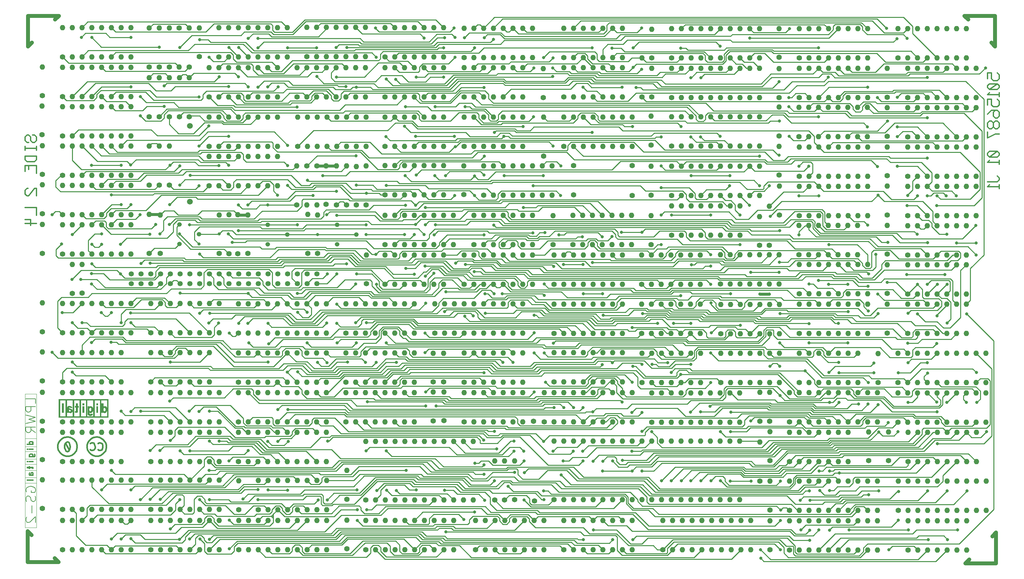
<source format=gbr>
%TF.GenerationSoftware,KiCad,Pcbnew,(5.1.12)-1*%
%TF.CreationDate,2023-01-17T10:45:44+01:00*%
%TF.ProjectId,Graphics,47726170-6869-4637-932e-6b696361645f,rev?*%
%TF.SameCoordinates,Original*%
%TF.FileFunction,Copper,L4,Bot*%
%TF.FilePolarity,Positive*%
%FSLAX46Y46*%
G04 Gerber Fmt 4.6, Leading zero omitted, Abs format (unit mm)*
G04 Created by KiCad (PCBNEW (5.1.12)-1) date 2023-01-17 10:45:44*
%MOMM*%
%LPD*%
G01*
G04 APERTURE LIST*
%ADD10C,0.150000*%
%TA.AperFunction,EtchedComponent*%
%ADD11C,0.120000*%
%TD*%
%TA.AperFunction,EtchedComponent*%
%ADD12C,0.010000*%
%TD*%
%TA.AperFunction,EtchedComponent*%
%ADD13C,0.300000*%
%TD*%
%TA.AperFunction,EtchedComponent*%
%ADD14C,1.000000*%
%TD*%
%TA.AperFunction,EtchedComponent*%
%ADD15C,0.381000*%
%TD*%
%TA.AperFunction,ComponentPad*%
%ADD16O,1.400000X1.400000*%
%TD*%
%TA.AperFunction,ComponentPad*%
%ADD17C,1.400000*%
%TD*%
%TA.AperFunction,ComponentPad*%
%ADD18O,1.200000X1.200000*%
%TD*%
%TA.AperFunction,ComponentPad*%
%ADD19C,1.350000*%
%TD*%
%TA.AperFunction,ComponentPad*%
%ADD20C,1.500000*%
%TD*%
%TA.AperFunction,ViaPad*%
%ADD21C,0.800000*%
%TD*%
%TA.AperFunction,Conductor*%
%ADD22C,0.250000*%
%TD*%
%TA.AperFunction,Conductor*%
%ADD23C,0.800000*%
%TD*%
%TA.AperFunction,Conductor*%
%ADD24C,1.000000*%
%TD*%
G04 APERTURE END LIST*
%TO.C,G\u002A\u002A\u002A*%
D10*
X23370000Y-143666190D02*
X23250952Y-143428095D01*
X23250952Y-143070952D01*
X23370000Y-142713809D01*
X23608095Y-142475714D01*
X23846190Y-142356666D01*
X24322380Y-142237619D01*
X24679523Y-142237619D01*
X25155714Y-142356666D01*
X25393809Y-142475714D01*
X25631904Y-142713809D01*
X25750952Y-143070952D01*
X25750952Y-143309047D01*
X25631904Y-143666190D01*
X25512857Y-143785238D01*
X24679523Y-143785238D01*
X24679523Y-143309047D01*
X25631904Y-144737619D02*
X25750952Y-145094761D01*
X25750952Y-145690000D01*
X25631904Y-145928095D01*
X25512857Y-146047142D01*
X25274761Y-146166190D01*
X25036666Y-146166190D01*
X24798571Y-146047142D01*
X24679523Y-145928095D01*
X24560476Y-145690000D01*
X24441428Y-145213809D01*
X24322380Y-144975714D01*
X24203333Y-144856666D01*
X23965238Y-144737619D01*
X23727142Y-144737619D01*
X23489047Y-144856666D01*
X23370000Y-144975714D01*
X23250952Y-145213809D01*
X23250952Y-145809047D01*
X23370000Y-146166190D01*
X24798571Y-147237619D02*
X24798571Y-149142380D01*
X23489047Y-150213809D02*
X23370000Y-150332857D01*
X23250952Y-150570952D01*
X23250952Y-151166190D01*
X23370000Y-151404285D01*
X23489047Y-151523333D01*
X23727142Y-151642380D01*
X23965238Y-151642380D01*
X24322380Y-151523333D01*
X25750952Y-150094761D01*
X25750952Y-151642380D01*
X25740952Y-120615238D02*
X25740952Y-119424761D01*
X23240952Y-119424761D01*
X25740952Y-121448571D02*
X23240952Y-121448571D01*
X23240952Y-122400952D01*
X23360000Y-122639047D01*
X23479047Y-122758095D01*
X23717142Y-122877142D01*
X24074285Y-122877142D01*
X24312380Y-122758095D01*
X24431428Y-122639047D01*
X24550476Y-122400952D01*
X24550476Y-121448571D01*
X23240952Y-123710476D02*
X25740952Y-124305714D01*
X23955238Y-124781904D01*
X25740952Y-125258095D01*
X23240952Y-125853333D01*
X25740952Y-128234285D02*
X24550476Y-127400952D01*
X25740952Y-126805714D02*
X23240952Y-126805714D01*
X23240952Y-127758095D01*
X23360000Y-127996190D01*
X23479047Y-128115238D01*
X23717142Y-128234285D01*
X24074285Y-128234285D01*
X24312380Y-128115238D01*
X24431428Y-127996190D01*
X24550476Y-127758095D01*
X24550476Y-126805714D01*
D11*
X26000000Y-152970000D02*
X23000000Y-152970000D01*
X26000000Y-118150000D02*
X23000000Y-118150000D01*
X23000000Y-118150000D02*
X23000000Y-129760000D01*
X26000000Y-118150000D02*
X26000000Y-129760000D01*
X26000000Y-141360000D02*
X26000000Y-152970000D01*
X23000000Y-141340000D02*
X23000000Y-152950000D01*
X26000000Y-131900000D02*
X23000000Y-131900000D01*
X26000000Y-133200000D02*
X23000000Y-133200000D01*
X26000000Y-135100000D02*
X23000000Y-135100000D01*
X26000000Y-136500000D02*
X23000000Y-136500000D01*
X26000000Y-138100000D02*
X23000000Y-138100000D01*
X26000000Y-139900000D02*
X23000000Y-139900000D01*
X26000000Y-141360000D02*
X23000000Y-141360000D01*
X26000000Y-129750000D02*
X23000000Y-129750000D01*
X26000000Y-141360000D02*
X26000000Y-129750000D01*
X23000000Y-129750000D02*
X23000000Y-141360000D01*
D12*
G36*
X23493692Y-140566368D02*
G01*
X23494963Y-140706547D01*
X25145963Y-140708971D01*
X25145963Y-140426189D01*
X23492422Y-140426189D01*
X23493692Y-140566368D01*
G37*
X23493692Y-140566368D02*
X23494963Y-140706547D01*
X25145963Y-140708971D01*
X25145963Y-140426189D01*
X23492422Y-140426189D01*
X23493692Y-140566368D01*
G36*
X23929036Y-139089581D02*
G01*
X23934192Y-139129444D01*
X23943586Y-139166115D01*
X23957847Y-139202555D01*
X23964249Y-139216094D01*
X23992999Y-139264115D01*
X24028777Y-139306219D01*
X24070680Y-139341662D01*
X24117806Y-139369699D01*
X24169253Y-139389586D01*
X24177077Y-139391764D01*
X24184511Y-139393641D01*
X24192130Y-139395265D01*
X24200666Y-139396659D01*
X24210848Y-139397843D01*
X24223409Y-139398839D01*
X24239079Y-139399670D01*
X24258589Y-139400355D01*
X24282670Y-139400918D01*
X24312053Y-139401378D01*
X24347469Y-139401759D01*
X24389649Y-139402081D01*
X24439324Y-139402366D01*
X24497225Y-139402636D01*
X24554095Y-139402872D01*
X24630277Y-139403237D01*
X24697914Y-139403702D01*
X24758042Y-139404295D01*
X24811700Y-139405045D01*
X24859926Y-139405979D01*
X24903760Y-139407126D01*
X24944238Y-139408514D01*
X24982399Y-139410171D01*
X25019282Y-139412126D01*
X25055924Y-139414407D01*
X25093364Y-139417042D01*
X25104029Y-139417839D01*
X25145963Y-139421010D01*
X25145963Y-139279014D01*
X25145924Y-139243235D01*
X25145814Y-139210770D01*
X25145643Y-139182795D01*
X25145422Y-139160488D01*
X25145159Y-139145029D01*
X25144865Y-139137593D01*
X25144764Y-139137101D01*
X25139902Y-139138255D01*
X25128102Y-139141239D01*
X25111700Y-139145459D01*
X25107806Y-139146469D01*
X25090731Y-139150717D01*
X25077739Y-139153596D01*
X25071162Y-139154600D01*
X25070810Y-139154520D01*
X25072384Y-139150038D01*
X25077556Y-139138583D01*
X25085586Y-139121728D01*
X25095733Y-139101048D01*
X25099430Y-139093633D01*
X25119597Y-139050083D01*
X25137666Y-139004762D01*
X25152554Y-138960656D01*
X25163182Y-138920749D01*
X25164749Y-138913292D01*
X25167586Y-138894372D01*
X25169939Y-138870091D01*
X25171649Y-138843514D01*
X25172556Y-138817707D01*
X25172500Y-138795735D01*
X25171578Y-138782377D01*
X25159459Y-138724500D01*
X25139345Y-138671523D01*
X25111660Y-138623936D01*
X25076829Y-138582232D01*
X25035277Y-138546900D01*
X24987427Y-138518432D01*
X24933706Y-138497319D01*
X24922091Y-138493967D01*
X24887705Y-138487285D01*
X24847704Y-138483792D01*
X24805510Y-138483486D01*
X24764548Y-138486366D01*
X24756986Y-138487629D01*
X24756986Y-138741696D01*
X24788318Y-138741935D01*
X24820140Y-138751150D01*
X24851845Y-138769525D01*
X24878198Y-138792436D01*
X24905249Y-138825660D01*
X24925353Y-138862673D01*
X24938166Y-138901923D01*
X24943346Y-138941861D01*
X24940547Y-138980934D01*
X24929427Y-139017591D01*
X24928538Y-139019569D01*
X24908641Y-139052368D01*
X24881395Y-139081829D01*
X24848887Y-139106292D01*
X24813206Y-139124098D01*
X24787491Y-139131706D01*
X24768421Y-139134332D01*
X24742373Y-139136053D01*
X24711809Y-139136890D01*
X24679190Y-139136870D01*
X24646978Y-139136016D01*
X24617634Y-139134352D01*
X24593620Y-139131903D01*
X24581061Y-139129677D01*
X24564786Y-139125629D01*
X24552311Y-139122134D01*
X24546650Y-139120087D01*
X24546574Y-139114903D01*
X24549987Y-139103483D01*
X24556165Y-139088197D01*
X24556854Y-139086664D01*
X24563170Y-139071023D01*
X24571185Y-139048634D01*
X24580054Y-139021987D01*
X24588934Y-138993577D01*
X24592934Y-138980108D01*
X24601581Y-138951207D01*
X24610610Y-138922353D01*
X24619158Y-138896211D01*
X24626366Y-138875449D01*
X24628916Y-138868642D01*
X24648694Y-138826786D01*
X24671997Y-138792978D01*
X24698218Y-138767403D01*
X24726750Y-138750248D01*
X24756986Y-138741696D01*
X24756986Y-138487629D01*
X24728240Y-138492431D01*
X24721830Y-138494028D01*
X24685352Y-138506057D01*
X24647753Y-138522513D01*
X24612028Y-138541847D01*
X24581172Y-138562512D01*
X24567260Y-138573975D01*
X24553584Y-138587358D01*
X24541408Y-138601831D01*
X24530163Y-138618556D01*
X24519282Y-138638695D01*
X24508196Y-138663413D01*
X24496336Y-138693871D01*
X24483136Y-138731233D01*
X24468025Y-138776660D01*
X24467651Y-138777810D01*
X24448604Y-138835730D01*
X24431873Y-138885303D01*
X24417094Y-138927386D01*
X24403902Y-138962833D01*
X24391933Y-138992501D01*
X24380823Y-139017246D01*
X24370209Y-139037924D01*
X24359725Y-139055390D01*
X24349008Y-139070500D01*
X24337694Y-139084111D01*
X24337038Y-139084843D01*
X24318328Y-139103627D01*
X24301481Y-139115280D01*
X24283910Y-139121161D01*
X24265155Y-139122642D01*
X24241564Y-139119132D01*
X24216011Y-139109754D01*
X24192030Y-139096234D01*
X24173154Y-139080301D01*
X24169433Y-139075865D01*
X24162952Y-139066476D01*
X24159039Y-139057361D01*
X24157058Y-139045696D01*
X24156375Y-139028653D01*
X24156321Y-139017565D01*
X24156698Y-138996327D01*
X24158436Y-138980420D01*
X24162442Y-138965885D01*
X24169625Y-138948763D01*
X24174478Y-138938444D01*
X24184184Y-138919189D01*
X24197192Y-138894872D01*
X24211800Y-138868608D01*
X24226307Y-138843511D01*
X24226310Y-138843507D01*
X24239402Y-138820808D01*
X24251223Y-138799263D01*
X24260594Y-138781091D01*
X24266339Y-138768508D01*
X24266861Y-138767111D01*
X24273057Y-138735897D01*
X24271507Y-138699941D01*
X24266324Y-138674356D01*
X24261439Y-138657286D01*
X24254828Y-138636579D01*
X24247159Y-138614056D01*
X24239100Y-138591538D01*
X24231319Y-138570848D01*
X24224484Y-138553808D01*
X24219262Y-138542239D01*
X24216322Y-138537962D01*
X24216319Y-138537962D01*
X24207690Y-138541077D01*
X24193735Y-138549606D01*
X24176039Y-138562322D01*
X24156192Y-138578002D01*
X24135778Y-138595419D01*
X24116386Y-138613349D01*
X24108397Y-138621277D01*
X24059762Y-138676973D01*
X24017974Y-138737587D01*
X23983510Y-138801998D01*
X23956851Y-138869087D01*
X23938475Y-138937736D01*
X23928863Y-139006825D01*
X23927486Y-139043566D01*
X23929036Y-139089581D01*
G37*
X23929036Y-139089581D02*
X23934192Y-139129444D01*
X23943586Y-139166115D01*
X23957847Y-139202555D01*
X23964249Y-139216094D01*
X23992999Y-139264115D01*
X24028777Y-139306219D01*
X24070680Y-139341662D01*
X24117806Y-139369699D01*
X24169253Y-139389586D01*
X24177077Y-139391764D01*
X24184511Y-139393641D01*
X24192130Y-139395265D01*
X24200666Y-139396659D01*
X24210848Y-139397843D01*
X24223409Y-139398839D01*
X24239079Y-139399670D01*
X24258589Y-139400355D01*
X24282670Y-139400918D01*
X24312053Y-139401378D01*
X24347469Y-139401759D01*
X24389649Y-139402081D01*
X24439324Y-139402366D01*
X24497225Y-139402636D01*
X24554095Y-139402872D01*
X24630277Y-139403237D01*
X24697914Y-139403702D01*
X24758042Y-139404295D01*
X24811700Y-139405045D01*
X24859926Y-139405979D01*
X24903760Y-139407126D01*
X24944238Y-139408514D01*
X24982399Y-139410171D01*
X25019282Y-139412126D01*
X25055924Y-139414407D01*
X25093364Y-139417042D01*
X25104029Y-139417839D01*
X25145963Y-139421010D01*
X25145963Y-139279014D01*
X25145924Y-139243235D01*
X25145814Y-139210770D01*
X25145643Y-139182795D01*
X25145422Y-139160488D01*
X25145159Y-139145029D01*
X25144865Y-139137593D01*
X25144764Y-139137101D01*
X25139902Y-139138255D01*
X25128102Y-139141239D01*
X25111700Y-139145459D01*
X25107806Y-139146469D01*
X25090731Y-139150717D01*
X25077739Y-139153596D01*
X25071162Y-139154600D01*
X25070810Y-139154520D01*
X25072384Y-139150038D01*
X25077556Y-139138583D01*
X25085586Y-139121728D01*
X25095733Y-139101048D01*
X25099430Y-139093633D01*
X25119597Y-139050083D01*
X25137666Y-139004762D01*
X25152554Y-138960656D01*
X25163182Y-138920749D01*
X25164749Y-138913292D01*
X25167586Y-138894372D01*
X25169939Y-138870091D01*
X25171649Y-138843514D01*
X25172556Y-138817707D01*
X25172500Y-138795735D01*
X25171578Y-138782377D01*
X25159459Y-138724500D01*
X25139345Y-138671523D01*
X25111660Y-138623936D01*
X25076829Y-138582232D01*
X25035277Y-138546900D01*
X24987427Y-138518432D01*
X24933706Y-138497319D01*
X24922091Y-138493967D01*
X24887705Y-138487285D01*
X24847704Y-138483792D01*
X24805510Y-138483486D01*
X24764548Y-138486366D01*
X24756986Y-138487629D01*
X24756986Y-138741696D01*
X24788318Y-138741935D01*
X24820140Y-138751150D01*
X24851845Y-138769525D01*
X24878198Y-138792436D01*
X24905249Y-138825660D01*
X24925353Y-138862673D01*
X24938166Y-138901923D01*
X24943346Y-138941861D01*
X24940547Y-138980934D01*
X24929427Y-139017591D01*
X24928538Y-139019569D01*
X24908641Y-139052368D01*
X24881395Y-139081829D01*
X24848887Y-139106292D01*
X24813206Y-139124098D01*
X24787491Y-139131706D01*
X24768421Y-139134332D01*
X24742373Y-139136053D01*
X24711809Y-139136890D01*
X24679190Y-139136870D01*
X24646978Y-139136016D01*
X24617634Y-139134352D01*
X24593620Y-139131903D01*
X24581061Y-139129677D01*
X24564786Y-139125629D01*
X24552311Y-139122134D01*
X24546650Y-139120087D01*
X24546574Y-139114903D01*
X24549987Y-139103483D01*
X24556165Y-139088197D01*
X24556854Y-139086664D01*
X24563170Y-139071023D01*
X24571185Y-139048634D01*
X24580054Y-139021987D01*
X24588934Y-138993577D01*
X24592934Y-138980108D01*
X24601581Y-138951207D01*
X24610610Y-138922353D01*
X24619158Y-138896211D01*
X24626366Y-138875449D01*
X24628916Y-138868642D01*
X24648694Y-138826786D01*
X24671997Y-138792978D01*
X24698218Y-138767403D01*
X24726750Y-138750248D01*
X24756986Y-138741696D01*
X24756986Y-138487629D01*
X24728240Y-138492431D01*
X24721830Y-138494028D01*
X24685352Y-138506057D01*
X24647753Y-138522513D01*
X24612028Y-138541847D01*
X24581172Y-138562512D01*
X24567260Y-138573975D01*
X24553584Y-138587358D01*
X24541408Y-138601831D01*
X24530163Y-138618556D01*
X24519282Y-138638695D01*
X24508196Y-138663413D01*
X24496336Y-138693871D01*
X24483136Y-138731233D01*
X24468025Y-138776660D01*
X24467651Y-138777810D01*
X24448604Y-138835730D01*
X24431873Y-138885303D01*
X24417094Y-138927386D01*
X24403902Y-138962833D01*
X24391933Y-138992501D01*
X24380823Y-139017246D01*
X24370209Y-139037924D01*
X24359725Y-139055390D01*
X24349008Y-139070500D01*
X24337694Y-139084111D01*
X24337038Y-139084843D01*
X24318328Y-139103627D01*
X24301481Y-139115280D01*
X24283910Y-139121161D01*
X24265155Y-139122642D01*
X24241564Y-139119132D01*
X24216011Y-139109754D01*
X24192030Y-139096234D01*
X24173154Y-139080301D01*
X24169433Y-139075865D01*
X24162952Y-139066476D01*
X24159039Y-139057361D01*
X24157058Y-139045696D01*
X24156375Y-139028653D01*
X24156321Y-139017565D01*
X24156698Y-138996327D01*
X24158436Y-138980420D01*
X24162442Y-138965885D01*
X24169625Y-138948763D01*
X24174478Y-138938444D01*
X24184184Y-138919189D01*
X24197192Y-138894872D01*
X24211800Y-138868608D01*
X24226307Y-138843511D01*
X24226310Y-138843507D01*
X24239402Y-138820808D01*
X24251223Y-138799263D01*
X24260594Y-138781091D01*
X24266339Y-138768508D01*
X24266861Y-138767111D01*
X24273057Y-138735897D01*
X24271507Y-138699941D01*
X24266324Y-138674356D01*
X24261439Y-138657286D01*
X24254828Y-138636579D01*
X24247159Y-138614056D01*
X24239100Y-138591538D01*
X24231319Y-138570848D01*
X24224484Y-138553808D01*
X24219262Y-138542239D01*
X24216322Y-138537962D01*
X24216319Y-138537962D01*
X24207690Y-138541077D01*
X24193735Y-138549606D01*
X24176039Y-138562322D01*
X24156192Y-138578002D01*
X24135778Y-138595419D01*
X24116386Y-138613349D01*
X24108397Y-138621277D01*
X24059762Y-138676973D01*
X24017974Y-138737587D01*
X23983510Y-138801998D01*
X23956851Y-138869087D01*
X23938475Y-138937736D01*
X23928863Y-139006825D01*
X23927486Y-139043566D01*
X23929036Y-139089581D01*
G36*
X23735783Y-137448922D02*
G01*
X23976604Y-137450164D01*
X23976604Y-137651359D01*
X24177887Y-137651359D01*
X24177887Y-137450076D01*
X24920717Y-137450076D01*
X24920576Y-137463255D01*
X24920035Y-137472193D01*
X24918620Y-137488838D01*
X24916502Y-137511368D01*
X24913851Y-137537962D01*
X24911286Y-137562593D01*
X24908422Y-137590148D01*
X24906043Y-137614173D01*
X24904291Y-137633144D01*
X24903308Y-137645537D01*
X24903207Y-137649823D01*
X24908103Y-137650455D01*
X24920910Y-137651498D01*
X24939968Y-137652831D01*
X24963619Y-137654337D01*
X24978394Y-137655220D01*
X25052510Y-137659545D01*
X25068195Y-137642272D01*
X25082324Y-137623338D01*
X25097099Y-137597755D01*
X25111153Y-137568247D01*
X25123119Y-137537536D01*
X25127366Y-137524359D01*
X25131636Y-137504778D01*
X25135164Y-137478506D01*
X25137827Y-137448119D01*
X25139500Y-137416194D01*
X25140062Y-137385308D01*
X25139388Y-137358037D01*
X25137354Y-137336957D01*
X25136555Y-137332660D01*
X25124612Y-137291839D01*
X25107671Y-137255169D01*
X25086687Y-137224292D01*
X25062616Y-137200844D01*
X25057705Y-137197318D01*
X25050161Y-137192174D01*
X25043247Y-137187653D01*
X25036325Y-137183716D01*
X25028754Y-137180323D01*
X25019896Y-137177432D01*
X25009111Y-137175005D01*
X24995761Y-137173000D01*
X24979206Y-137171377D01*
X24958807Y-137170096D01*
X24933924Y-137169117D01*
X24903919Y-137168399D01*
X24868153Y-137167902D01*
X24825985Y-137167586D01*
X24776778Y-137167410D01*
X24719892Y-137167334D01*
X24654687Y-137167317D01*
X24581979Y-137167321D01*
X24177887Y-137167321D01*
X24177887Y-137004183D01*
X24078444Y-137005478D01*
X23979000Y-137006774D01*
X23977686Y-137087003D01*
X23976373Y-137167232D01*
X23735668Y-137168475D01*
X23494963Y-137169717D01*
X23494963Y-137447679D01*
X23735783Y-137448922D01*
G37*
X23735783Y-137448922D02*
X23976604Y-137450164D01*
X23976604Y-137651359D01*
X24177887Y-137651359D01*
X24177887Y-137450076D01*
X24920717Y-137450076D01*
X24920576Y-137463255D01*
X24920035Y-137472193D01*
X24918620Y-137488838D01*
X24916502Y-137511368D01*
X24913851Y-137537962D01*
X24911286Y-137562593D01*
X24908422Y-137590148D01*
X24906043Y-137614173D01*
X24904291Y-137633144D01*
X24903308Y-137645537D01*
X24903207Y-137649823D01*
X24908103Y-137650455D01*
X24920910Y-137651498D01*
X24939968Y-137652831D01*
X24963619Y-137654337D01*
X24978394Y-137655220D01*
X25052510Y-137659545D01*
X25068195Y-137642272D01*
X25082324Y-137623338D01*
X25097099Y-137597755D01*
X25111153Y-137568247D01*
X25123119Y-137537536D01*
X25127366Y-137524359D01*
X25131636Y-137504778D01*
X25135164Y-137478506D01*
X25137827Y-137448119D01*
X25139500Y-137416194D01*
X25140062Y-137385308D01*
X25139388Y-137358037D01*
X25137354Y-137336957D01*
X25136555Y-137332660D01*
X25124612Y-137291839D01*
X25107671Y-137255169D01*
X25086687Y-137224292D01*
X25062616Y-137200844D01*
X25057705Y-137197318D01*
X25050161Y-137192174D01*
X25043247Y-137187653D01*
X25036325Y-137183716D01*
X25028754Y-137180323D01*
X25019896Y-137177432D01*
X25009111Y-137175005D01*
X24995761Y-137173000D01*
X24979206Y-137171377D01*
X24958807Y-137170096D01*
X24933924Y-137169117D01*
X24903919Y-137168399D01*
X24868153Y-137167902D01*
X24825985Y-137167586D01*
X24776778Y-137167410D01*
X24719892Y-137167334D01*
X24654687Y-137167317D01*
X24581979Y-137167321D01*
X24177887Y-137167321D01*
X24177887Y-137004183D01*
X24078444Y-137005478D01*
X23979000Y-137006774D01*
X23977686Y-137087003D01*
X23976373Y-137167232D01*
X23735668Y-137168475D01*
X23494963Y-137169717D01*
X23494963Y-137447679D01*
X23735783Y-137448922D01*
G36*
X23493696Y-135749953D02*
G01*
X23494963Y-135899717D01*
X23756151Y-135902267D01*
X23756151Y-135600189D01*
X23492430Y-135600189D01*
X23493696Y-135749953D01*
G37*
X23493696Y-135749953D02*
X23494963Y-135899717D01*
X23756151Y-135902267D01*
X23756151Y-135600189D01*
X23492430Y-135600189D01*
X23493696Y-135749953D01*
G36*
X25145963Y-135902113D02*
G01*
X25145963Y-135600189D01*
X23995774Y-135600189D01*
X23995774Y-135902113D01*
X25145963Y-135902113D01*
G37*
X25145963Y-135902113D02*
X25145963Y-135600189D01*
X23995774Y-135600189D01*
X23995774Y-135902113D01*
X25145963Y-135902113D01*
G36*
X23981591Y-134121080D02*
G01*
X23986488Y-134155106D01*
X23995370Y-134189365D01*
X24008766Y-134225371D01*
X24027202Y-134264637D01*
X24051206Y-134308678D01*
X24067391Y-134336179D01*
X24078192Y-134354151D01*
X23995774Y-134354151D01*
X23995774Y-134611663D01*
X24629576Y-134614060D01*
X24723825Y-134614413D01*
X24809008Y-134614714D01*
X24885642Y-134614948D01*
X24954244Y-134615102D01*
X25015333Y-134615162D01*
X25069427Y-134615112D01*
X25117042Y-134614939D01*
X25158698Y-134614630D01*
X25194912Y-134614169D01*
X25226202Y-134613543D01*
X25253085Y-134612737D01*
X25276080Y-134611737D01*
X25295705Y-134610530D01*
X25312476Y-134609101D01*
X25326913Y-134607435D01*
X25339533Y-134605520D01*
X25350853Y-134603340D01*
X25361393Y-134600881D01*
X25371669Y-134598130D01*
X25382199Y-134595072D01*
X25387981Y-134593345D01*
X25443290Y-134571933D01*
X25493779Y-134542514D01*
X25539119Y-134505552D01*
X25578978Y-134461508D01*
X25613028Y-134410845D01*
X25640936Y-134354025D01*
X25662374Y-134291510D01*
X25677011Y-134223763D01*
X25682349Y-134181254D01*
X25684352Y-134158475D01*
X25685866Y-134138514D01*
X25686728Y-134123720D01*
X25686823Y-134116925D01*
X25686060Y-134107615D01*
X25684654Y-134091956D01*
X25682893Y-134073140D01*
X25682675Y-134070857D01*
X25672451Y-134004188D01*
X25655192Y-133941892D01*
X25631296Y-133884613D01*
X25601157Y-133832993D01*
X25565173Y-133787675D01*
X25523738Y-133749302D01*
X25477250Y-133718517D01*
X25460161Y-133709796D01*
X25437727Y-133699208D01*
X25422355Y-133692766D01*
X25412338Y-133690742D01*
X25405970Y-133693409D01*
X25401545Y-133701039D01*
X25397358Y-133713904D01*
X25395507Y-133720113D01*
X25391068Y-133734764D01*
X25384411Y-133756590D01*
X25376141Y-133783607D01*
X25366868Y-133813830D01*
X25357198Y-133845277D01*
X25355572Y-133850556D01*
X25325431Y-133948415D01*
X25366746Y-133989538D01*
X25394498Y-134019395D01*
X25414584Y-134046581D01*
X25427907Y-134072727D01*
X25435367Y-134099462D01*
X25437468Y-134117447D01*
X25435636Y-134152928D01*
X25425108Y-134186108D01*
X25407042Y-134216290D01*
X25380847Y-134245146D01*
X25346760Y-134272016D01*
X25306399Y-134296127D01*
X25261379Y-134316705D01*
X25213318Y-134332978D01*
X25163832Y-134344172D01*
X25130778Y-134348436D01*
X25112018Y-134349884D01*
X25097522Y-134350625D01*
X25089432Y-134350568D01*
X25088453Y-134350247D01*
X25090638Y-134345497D01*
X25096475Y-134334424D01*
X25104892Y-134319044D01*
X25108980Y-134311710D01*
X25126041Y-134279930D01*
X25138628Y-134252868D01*
X25147927Y-134227508D01*
X25155125Y-134200834D01*
X25158218Y-134186498D01*
X25164384Y-134133435D01*
X25162421Y-134077831D01*
X25152743Y-134021490D01*
X25135764Y-133966219D01*
X25111898Y-133913820D01*
X25086169Y-133872417D01*
X25044921Y-133822670D01*
X24996743Y-133778554D01*
X24942545Y-133740185D01*
X24883236Y-133707680D01*
X24819726Y-133681155D01*
X24752927Y-133660728D01*
X24683747Y-133646515D01*
X24613096Y-133638632D01*
X24593386Y-133638235D01*
X24593386Y-133921854D01*
X24658477Y-133927673D01*
X24719212Y-133940796D01*
X24774558Y-133961054D01*
X24784390Y-133965700D01*
X24826075Y-133990250D01*
X24859030Y-134018573D01*
X24883186Y-134050525D01*
X24898475Y-134085959D01*
X24904828Y-134124731D01*
X24902177Y-134166695D01*
X24894480Y-134199383D01*
X24886697Y-134218738D01*
X24875939Y-134238278D01*
X24871361Y-134244911D01*
X24845507Y-134271588D01*
X24812139Y-134294194D01*
X24772443Y-134312687D01*
X24727603Y-134327020D01*
X24678804Y-134337149D01*
X24627233Y-134343029D01*
X24574073Y-134344615D01*
X24520509Y-134341863D01*
X24467728Y-134334728D01*
X24416914Y-134323164D01*
X24369252Y-134307128D01*
X24325928Y-134286573D01*
X24294998Y-134266707D01*
X24264336Y-134239192D01*
X24242786Y-134208796D01*
X24230419Y-134175821D01*
X24227307Y-134140569D01*
X24233519Y-134103342D01*
X24247982Y-134066702D01*
X24270451Y-134032295D01*
X24301096Y-134001860D01*
X24339214Y-133975760D01*
X24384103Y-133954359D01*
X24435058Y-133938021D01*
X24491376Y-133927108D01*
X24524971Y-133923505D01*
X24593386Y-133921854D01*
X24593386Y-133638235D01*
X24541886Y-133637197D01*
X24471024Y-133642327D01*
X24401423Y-133654137D01*
X24333991Y-133672745D01*
X24269638Y-133698267D01*
X24209275Y-133730820D01*
X24173269Y-133755314D01*
X24121028Y-133798748D01*
X24076474Y-133845469D01*
X24039946Y-133894898D01*
X24011784Y-133946451D01*
X23992328Y-133999550D01*
X23981916Y-134053614D01*
X23980153Y-134085774D01*
X23981591Y-134121080D01*
G37*
X23981591Y-134121080D02*
X23986488Y-134155106D01*
X23995370Y-134189365D01*
X24008766Y-134225371D01*
X24027202Y-134264637D01*
X24051206Y-134308678D01*
X24067391Y-134336179D01*
X24078192Y-134354151D01*
X23995774Y-134354151D01*
X23995774Y-134611663D01*
X24629576Y-134614060D01*
X24723825Y-134614413D01*
X24809008Y-134614714D01*
X24885642Y-134614948D01*
X24954244Y-134615102D01*
X25015333Y-134615162D01*
X25069427Y-134615112D01*
X25117042Y-134614939D01*
X25158698Y-134614630D01*
X25194912Y-134614169D01*
X25226202Y-134613543D01*
X25253085Y-134612737D01*
X25276080Y-134611737D01*
X25295705Y-134610530D01*
X25312476Y-134609101D01*
X25326913Y-134607435D01*
X25339533Y-134605520D01*
X25350853Y-134603340D01*
X25361393Y-134600881D01*
X25371669Y-134598130D01*
X25382199Y-134595072D01*
X25387981Y-134593345D01*
X25443290Y-134571933D01*
X25493779Y-134542514D01*
X25539119Y-134505552D01*
X25578978Y-134461508D01*
X25613028Y-134410845D01*
X25640936Y-134354025D01*
X25662374Y-134291510D01*
X25677011Y-134223763D01*
X25682349Y-134181254D01*
X25684352Y-134158475D01*
X25685866Y-134138514D01*
X25686728Y-134123720D01*
X25686823Y-134116925D01*
X25686060Y-134107615D01*
X25684654Y-134091956D01*
X25682893Y-134073140D01*
X25682675Y-134070857D01*
X25672451Y-134004188D01*
X25655192Y-133941892D01*
X25631296Y-133884613D01*
X25601157Y-133832993D01*
X25565173Y-133787675D01*
X25523738Y-133749302D01*
X25477250Y-133718517D01*
X25460161Y-133709796D01*
X25437727Y-133699208D01*
X25422355Y-133692766D01*
X25412338Y-133690742D01*
X25405970Y-133693409D01*
X25401545Y-133701039D01*
X25397358Y-133713904D01*
X25395507Y-133720113D01*
X25391068Y-133734764D01*
X25384411Y-133756590D01*
X25376141Y-133783607D01*
X25366868Y-133813830D01*
X25357198Y-133845277D01*
X25355572Y-133850556D01*
X25325431Y-133948415D01*
X25366746Y-133989538D01*
X25394498Y-134019395D01*
X25414584Y-134046581D01*
X25427907Y-134072727D01*
X25435367Y-134099462D01*
X25437468Y-134117447D01*
X25435636Y-134152928D01*
X25425108Y-134186108D01*
X25407042Y-134216290D01*
X25380847Y-134245146D01*
X25346760Y-134272016D01*
X25306399Y-134296127D01*
X25261379Y-134316705D01*
X25213318Y-134332978D01*
X25163832Y-134344172D01*
X25130778Y-134348436D01*
X25112018Y-134349884D01*
X25097522Y-134350625D01*
X25089432Y-134350568D01*
X25088453Y-134350247D01*
X25090638Y-134345497D01*
X25096475Y-134334424D01*
X25104892Y-134319044D01*
X25108980Y-134311710D01*
X25126041Y-134279930D01*
X25138628Y-134252868D01*
X25147927Y-134227508D01*
X25155125Y-134200834D01*
X25158218Y-134186498D01*
X25164384Y-134133435D01*
X25162421Y-134077831D01*
X25152743Y-134021490D01*
X25135764Y-133966219D01*
X25111898Y-133913820D01*
X25086169Y-133872417D01*
X25044921Y-133822670D01*
X24996743Y-133778554D01*
X24942545Y-133740185D01*
X24883236Y-133707680D01*
X24819726Y-133681155D01*
X24752927Y-133660728D01*
X24683747Y-133646515D01*
X24613096Y-133638632D01*
X24593386Y-133638235D01*
X24593386Y-133921854D01*
X24658477Y-133927673D01*
X24719212Y-133940796D01*
X24774558Y-133961054D01*
X24784390Y-133965700D01*
X24826075Y-133990250D01*
X24859030Y-134018573D01*
X24883186Y-134050525D01*
X24898475Y-134085959D01*
X24904828Y-134124731D01*
X24902177Y-134166695D01*
X24894480Y-134199383D01*
X24886697Y-134218738D01*
X24875939Y-134238278D01*
X24871361Y-134244911D01*
X24845507Y-134271588D01*
X24812139Y-134294194D01*
X24772443Y-134312687D01*
X24727603Y-134327020D01*
X24678804Y-134337149D01*
X24627233Y-134343029D01*
X24574073Y-134344615D01*
X24520509Y-134341863D01*
X24467728Y-134334728D01*
X24416914Y-134323164D01*
X24369252Y-134307128D01*
X24325928Y-134286573D01*
X24294998Y-134266707D01*
X24264336Y-134239192D01*
X24242786Y-134208796D01*
X24230419Y-134175821D01*
X24227307Y-134140569D01*
X24233519Y-134103342D01*
X24247982Y-134066702D01*
X24270451Y-134032295D01*
X24301096Y-134001860D01*
X24339214Y-133975760D01*
X24384103Y-133954359D01*
X24435058Y-133938021D01*
X24491376Y-133927108D01*
X24524971Y-133923505D01*
X24593386Y-133921854D01*
X24593386Y-133638235D01*
X24541886Y-133637197D01*
X24471024Y-133642327D01*
X24401423Y-133654137D01*
X24333991Y-133672745D01*
X24269638Y-133698267D01*
X24209275Y-133730820D01*
X24173269Y-133755314D01*
X24121028Y-133798748D01*
X24076474Y-133845469D01*
X24039946Y-133894898D01*
X24011784Y-133946451D01*
X23992328Y-133999550D01*
X23981916Y-134053614D01*
X23980153Y-134085774D01*
X23981591Y-134121080D01*
G36*
X23493692Y-132543802D02*
G01*
X23494963Y-132683981D01*
X23756151Y-132686531D01*
X23756151Y-132403623D01*
X23492422Y-132403623D01*
X23493692Y-132543802D01*
G37*
X23493692Y-132543802D02*
X23494963Y-132683981D01*
X23756151Y-132686531D01*
X23756151Y-132403623D01*
X23492422Y-132403623D01*
X23493692Y-132543802D01*
G36*
X23996900Y-132543802D02*
G01*
X23998170Y-132683981D01*
X25143566Y-132683981D01*
X25144837Y-132543802D01*
X25146107Y-132403623D01*
X23995629Y-132403623D01*
X23996900Y-132543802D01*
G37*
X23996900Y-132543802D02*
X23998170Y-132683981D01*
X25143566Y-132683981D01*
X25144837Y-132543802D01*
X25146107Y-132403623D01*
X23995629Y-132403623D01*
X23996900Y-132543802D01*
G36*
X25145963Y-131416377D02*
G01*
X25145963Y-131114453D01*
X25117208Y-131114453D01*
X25102040Y-131114104D01*
X25091620Y-131113197D01*
X25088453Y-131112150D01*
X25090845Y-131107254D01*
X25097117Y-131096622D01*
X25105915Y-131082549D01*
X25105986Y-131082439D01*
X25136180Y-131028585D01*
X25159038Y-130973399D01*
X25174264Y-130918096D01*
X25181564Y-130863896D01*
X25180642Y-130812015D01*
X25177257Y-130788636D01*
X25163075Y-130739122D01*
X25139895Y-130691310D01*
X25108233Y-130645719D01*
X25068602Y-130602862D01*
X25021518Y-130563258D01*
X24967494Y-130527421D01*
X24907044Y-130495868D01*
X24869613Y-130479881D01*
X24795735Y-130454652D01*
X24718823Y-130435813D01*
X24640143Y-130423353D01*
X24570868Y-130418025D01*
X24570868Y-130691116D01*
X24602830Y-130691256D01*
X24627443Y-130691816D01*
X24646940Y-130693007D01*
X24663557Y-130695040D01*
X24679526Y-130698124D01*
X24697082Y-130702471D01*
X24700264Y-130703319D01*
X24755364Y-130721377D01*
X24802030Y-130743805D01*
X24840420Y-130770725D01*
X24870691Y-130802253D01*
X24892999Y-130838510D01*
X24899934Y-130854914D01*
X24904049Y-130873877D01*
X24905394Y-130898891D01*
X24904151Y-130926890D01*
X24900505Y-130954806D01*
X24894638Y-130979571D01*
X24892042Y-130987062D01*
X24875413Y-131017395D01*
X24850463Y-131043668D01*
X24817055Y-131065978D01*
X24775051Y-131084419D01*
X24734847Y-131096533D01*
X24718753Y-131100308D01*
X24703351Y-131103083D01*
X24686718Y-131105006D01*
X24666933Y-131106226D01*
X24642074Y-131106891D01*
X24610218Y-131107149D01*
X24597227Y-131107172D01*
X24555228Y-131106841D01*
X24520524Y-131105570D01*
X24490842Y-131103031D01*
X24463910Y-131098896D01*
X24437457Y-131092837D01*
X24409212Y-131084526D01*
X24385372Y-131076579D01*
X24339621Y-131057507D01*
X24301046Y-131034532D01*
X24270069Y-131008140D01*
X24247109Y-130978817D01*
X24232589Y-130947049D01*
X24226929Y-130913323D01*
X24227710Y-130894415D01*
X24236712Y-130856628D01*
X24254556Y-130821359D01*
X24280720Y-130789077D01*
X24314684Y-130760251D01*
X24355926Y-130735350D01*
X24403924Y-130714842D01*
X24439694Y-130703769D01*
X24458242Y-130699044D01*
X24474518Y-130695656D01*
X24490778Y-130693388D01*
X24509281Y-130692022D01*
X24532283Y-130691339D01*
X24562042Y-130691123D01*
X24570868Y-130691116D01*
X24570868Y-130418025D01*
X24560955Y-130417262D01*
X24482523Y-130417530D01*
X24406110Y-130424146D01*
X24332978Y-130437100D01*
X24264391Y-130456381D01*
X24201611Y-130481980D01*
X24194661Y-130485409D01*
X24140894Y-130517361D01*
X24093785Y-130555531D01*
X24053835Y-130599333D01*
X24021545Y-130648181D01*
X23997419Y-130701489D01*
X23990107Y-130724139D01*
X23985502Y-130741751D01*
X23982377Y-130758500D01*
X23980475Y-130776948D01*
X23979538Y-130799657D01*
X23979309Y-130829191D01*
X23979314Y-130831698D01*
X23980692Y-130877256D01*
X23985116Y-130916841D01*
X23993335Y-130953054D01*
X24006096Y-130988497D01*
X24024148Y-131025769D01*
X24046106Y-131063969D01*
X24076673Y-131114379D01*
X23494963Y-131116849D01*
X23493696Y-131266613D01*
X23492430Y-131416377D01*
X25145963Y-131416377D01*
G37*
X25145963Y-131416377D02*
X25145963Y-131114453D01*
X25117208Y-131114453D01*
X25102040Y-131114104D01*
X25091620Y-131113197D01*
X25088453Y-131112150D01*
X25090845Y-131107254D01*
X25097117Y-131096622D01*
X25105915Y-131082549D01*
X25105986Y-131082439D01*
X25136180Y-131028585D01*
X25159038Y-130973399D01*
X25174264Y-130918096D01*
X25181564Y-130863896D01*
X25180642Y-130812015D01*
X25177257Y-130788636D01*
X25163075Y-130739122D01*
X25139895Y-130691310D01*
X25108233Y-130645719D01*
X25068602Y-130602862D01*
X25021518Y-130563258D01*
X24967494Y-130527421D01*
X24907044Y-130495868D01*
X24869613Y-130479881D01*
X24795735Y-130454652D01*
X24718823Y-130435813D01*
X24640143Y-130423353D01*
X24570868Y-130418025D01*
X24570868Y-130691116D01*
X24602830Y-130691256D01*
X24627443Y-130691816D01*
X24646940Y-130693007D01*
X24663557Y-130695040D01*
X24679526Y-130698124D01*
X24697082Y-130702471D01*
X24700264Y-130703319D01*
X24755364Y-130721377D01*
X24802030Y-130743805D01*
X24840420Y-130770725D01*
X24870691Y-130802253D01*
X24892999Y-130838510D01*
X24899934Y-130854914D01*
X24904049Y-130873877D01*
X24905394Y-130898891D01*
X24904151Y-130926890D01*
X24900505Y-130954806D01*
X24894638Y-130979571D01*
X24892042Y-130987062D01*
X24875413Y-131017395D01*
X24850463Y-131043668D01*
X24817055Y-131065978D01*
X24775051Y-131084419D01*
X24734847Y-131096533D01*
X24718753Y-131100308D01*
X24703351Y-131103083D01*
X24686718Y-131105006D01*
X24666933Y-131106226D01*
X24642074Y-131106891D01*
X24610218Y-131107149D01*
X24597227Y-131107172D01*
X24555228Y-131106841D01*
X24520524Y-131105570D01*
X24490842Y-131103031D01*
X24463910Y-131098896D01*
X24437457Y-131092837D01*
X24409212Y-131084526D01*
X24385372Y-131076579D01*
X24339621Y-131057507D01*
X24301046Y-131034532D01*
X24270069Y-131008140D01*
X24247109Y-130978817D01*
X24232589Y-130947049D01*
X24226929Y-130913323D01*
X24227710Y-130894415D01*
X24236712Y-130856628D01*
X24254556Y-130821359D01*
X24280720Y-130789077D01*
X24314684Y-130760251D01*
X24355926Y-130735350D01*
X24403924Y-130714842D01*
X24439694Y-130703769D01*
X24458242Y-130699044D01*
X24474518Y-130695656D01*
X24490778Y-130693388D01*
X24509281Y-130692022D01*
X24532283Y-130691339D01*
X24562042Y-130691123D01*
X24570868Y-130691116D01*
X24570868Y-130418025D01*
X24560955Y-130417262D01*
X24482523Y-130417530D01*
X24406110Y-130424146D01*
X24332978Y-130437100D01*
X24264391Y-130456381D01*
X24201611Y-130481980D01*
X24194661Y-130485409D01*
X24140894Y-130517361D01*
X24093785Y-130555531D01*
X24053835Y-130599333D01*
X24021545Y-130648181D01*
X23997419Y-130701489D01*
X23990107Y-130724139D01*
X23985502Y-130741751D01*
X23982377Y-130758500D01*
X23980475Y-130776948D01*
X23979538Y-130799657D01*
X23979309Y-130829191D01*
X23979314Y-130831698D01*
X23980692Y-130877256D01*
X23985116Y-130916841D01*
X23993335Y-130953054D01*
X24006096Y-130988497D01*
X24024148Y-131025769D01*
X24046106Y-131063969D01*
X24076673Y-131114379D01*
X23494963Y-131116849D01*
X23493696Y-131266613D01*
X23492430Y-131416377D01*
X25145963Y-131416377D01*
%TO.C,G1*%
G36*
X42465628Y-120191633D02*
G01*
X42465648Y-120262776D01*
X42465708Y-120346847D01*
X42465805Y-120442897D01*
X42465938Y-120549974D01*
X42466105Y-120667129D01*
X42466303Y-120793410D01*
X42466532Y-120927867D01*
X42466789Y-121069549D01*
X42467073Y-121217506D01*
X42467381Y-121370787D01*
X42467712Y-121528440D01*
X42468064Y-121689517D01*
X42468435Y-121853065D01*
X42468823Y-122018135D01*
X42469226Y-122183776D01*
X42469644Y-122349036D01*
X42470073Y-122512966D01*
X42470250Y-122578956D01*
X42474872Y-124287322D01*
X44658633Y-124287322D01*
X44658633Y-119811093D01*
X44360218Y-119811093D01*
X44360218Y-123988907D01*
X42770983Y-123988907D01*
X42770981Y-123372992D01*
X42770958Y-123303190D01*
X42770888Y-123220556D01*
X42770775Y-123126135D01*
X42770622Y-123020976D01*
X42770429Y-122906124D01*
X42770200Y-122782627D01*
X42769937Y-122651532D01*
X42769642Y-122513885D01*
X42769318Y-122370733D01*
X42768966Y-122223123D01*
X42768590Y-122072103D01*
X42768191Y-121918718D01*
X42767773Y-121764016D01*
X42767336Y-121609044D01*
X42766883Y-121454848D01*
X42766418Y-121302476D01*
X42766360Y-121284085D01*
X42761741Y-119811093D01*
X44360218Y-119811093D01*
X44658633Y-119811093D01*
X44658633Y-119512678D01*
X42465628Y-119512678D01*
X42465628Y-120191633D01*
G37*
X42465628Y-120191633D02*
X42465648Y-120262776D01*
X42465708Y-120346847D01*
X42465805Y-120442897D01*
X42465938Y-120549974D01*
X42466105Y-120667129D01*
X42466303Y-120793410D01*
X42466532Y-120927867D01*
X42466789Y-121069549D01*
X42467073Y-121217506D01*
X42467381Y-121370787D01*
X42467712Y-121528440D01*
X42468064Y-121689517D01*
X42468435Y-121853065D01*
X42468823Y-122018135D01*
X42469226Y-122183776D01*
X42469644Y-122349036D01*
X42470073Y-122512966D01*
X42470250Y-122578956D01*
X42474872Y-124287322D01*
X44658633Y-124287322D01*
X44658633Y-119811093D01*
X44360218Y-119811093D01*
X44360218Y-123988907D01*
X42770983Y-123988907D01*
X42770981Y-123372992D01*
X42770958Y-123303190D01*
X42770888Y-123220556D01*
X42770775Y-123126135D01*
X42770622Y-123020976D01*
X42770429Y-122906124D01*
X42770200Y-122782627D01*
X42769937Y-122651532D01*
X42769642Y-122513885D01*
X42769318Y-122370733D01*
X42768966Y-122223123D01*
X42768590Y-122072103D01*
X42768191Y-121918718D01*
X42767773Y-121764016D01*
X42767336Y-121609044D01*
X42766883Y-121454848D01*
X42766418Y-121302476D01*
X42766360Y-121284085D01*
X42761741Y-119811093D01*
X44360218Y-119811093D01*
X44658633Y-119811093D01*
X44658633Y-119512678D01*
X42465628Y-119512678D01*
X42465628Y-120191633D01*
G36*
X40730983Y-124287322D02*
G01*
X42771311Y-124287322D01*
X42771311Y-119811093D01*
X42472896Y-119811093D01*
X42472896Y-123988907D01*
X41029399Y-123988907D01*
X41029399Y-119811093D01*
X42472896Y-119811093D01*
X42771311Y-119811093D01*
X42771311Y-119512678D01*
X40730983Y-119512678D01*
X40730983Y-124287322D01*
G37*
X40730983Y-124287322D02*
X42771311Y-124287322D01*
X42771311Y-119811093D01*
X42472896Y-119811093D01*
X42472896Y-123988907D01*
X41029399Y-123988907D01*
X41029399Y-119811093D01*
X42472896Y-119811093D01*
X42771311Y-119811093D01*
X42771311Y-119512678D01*
X40730983Y-119512678D01*
X40730983Y-124287322D01*
G36*
X38843661Y-124287322D02*
G01*
X41001967Y-124287322D01*
X41001967Y-119811093D01*
X40703552Y-119811093D01*
X40703552Y-123988907D01*
X39142076Y-123988907D01*
X39142076Y-119811093D01*
X40703552Y-119811093D01*
X41001967Y-119811093D01*
X41001967Y-119512678D01*
X38843661Y-119512678D01*
X38843661Y-124287322D01*
G37*
X38843661Y-124287322D02*
X41001967Y-124287322D01*
X41001967Y-119811093D01*
X40703552Y-119811093D01*
X40703552Y-123988907D01*
X39142076Y-123988907D01*
X39142076Y-119811093D01*
X40703552Y-119811093D01*
X41001967Y-119811093D01*
X41001967Y-119512678D01*
X38843661Y-119512678D01*
X38843661Y-124287322D01*
G36*
X37152076Y-124287322D02*
G01*
X39157705Y-124287322D01*
X39157705Y-119811093D01*
X38859289Y-119811093D01*
X38859289Y-123988907D01*
X37450491Y-123988907D01*
X37450491Y-119811093D01*
X38859289Y-119811093D01*
X39157705Y-119811093D01*
X39157705Y-119512678D01*
X37152076Y-119512678D01*
X37152076Y-124287322D01*
G37*
X37152076Y-124287322D02*
X39157705Y-124287322D01*
X39157705Y-119811093D01*
X38859289Y-119811093D01*
X38859289Y-123988907D01*
X37450491Y-123988907D01*
X37450491Y-119811093D01*
X38859289Y-119811093D01*
X39157705Y-119811093D01*
X39157705Y-119512678D01*
X37152076Y-119512678D01*
X37152076Y-124287322D01*
G36*
X35398032Y-124287322D02*
G01*
X37466120Y-124287322D01*
X37466120Y-119811093D01*
X37167705Y-119811093D01*
X37167705Y-123988907D01*
X35696448Y-123988907D01*
X35696448Y-119811093D01*
X37167705Y-119811093D01*
X37466120Y-119811093D01*
X37466120Y-119512678D01*
X35398032Y-119512678D01*
X35398032Y-124287322D01*
G37*
X35398032Y-124287322D02*
X37466120Y-124287322D01*
X37466120Y-119811093D01*
X37167705Y-119811093D01*
X37167705Y-123988907D01*
X35696448Y-123988907D01*
X35696448Y-119811093D01*
X37167705Y-119811093D01*
X37466120Y-119811093D01*
X37466120Y-119512678D01*
X35398032Y-119512678D01*
X35398032Y-124287322D01*
G36*
X33532950Y-124287322D02*
G01*
X35691256Y-124287322D01*
X35691256Y-119811093D01*
X35392841Y-119811093D01*
X35392841Y-123988907D01*
X33831366Y-123988907D01*
X33831366Y-119811093D01*
X35392841Y-119811093D01*
X35691256Y-119811093D01*
X35691256Y-119512678D01*
X33532950Y-119512678D01*
X33532950Y-124287322D01*
G37*
X33532950Y-124287322D02*
X35691256Y-124287322D01*
X35691256Y-119811093D01*
X35392841Y-119811093D01*
X35392841Y-123988907D01*
X33831366Y-123988907D01*
X33831366Y-119811093D01*
X35392841Y-119811093D01*
X35691256Y-119811093D01*
X35691256Y-119512678D01*
X33532950Y-119512678D01*
X33532950Y-124287322D01*
G36*
X31791366Y-124287322D02*
G01*
X33803934Y-124287322D01*
X33803934Y-119811093D01*
X33505519Y-119811093D01*
X33505519Y-123988907D01*
X32089781Y-123988907D01*
X32089779Y-123372992D01*
X32089755Y-123303190D01*
X32089686Y-123220556D01*
X32089573Y-123126135D01*
X32089419Y-123020976D01*
X32089227Y-122906124D01*
X32088998Y-122782627D01*
X32088735Y-122651532D01*
X32088440Y-122513885D01*
X32088116Y-122370733D01*
X32087764Y-122223123D01*
X32087388Y-122072103D01*
X32086989Y-121918718D01*
X32086570Y-121764016D01*
X32086134Y-121609044D01*
X32085681Y-121454848D01*
X32085216Y-121302476D01*
X32085158Y-121284085D01*
X32080539Y-119811093D01*
X33505519Y-119811093D01*
X33803934Y-119811093D01*
X33803934Y-119512678D01*
X31791366Y-119512678D01*
X31791366Y-124287322D01*
G37*
X31791366Y-124287322D02*
X33803934Y-124287322D01*
X33803934Y-119811093D01*
X33505519Y-119811093D01*
X33505519Y-123988907D01*
X32089781Y-123988907D01*
X32089779Y-123372992D01*
X32089755Y-123303190D01*
X32089686Y-123220556D01*
X32089573Y-123126135D01*
X32089419Y-123020976D01*
X32089227Y-122906124D01*
X32088998Y-122782627D01*
X32088735Y-122651532D01*
X32088440Y-122513885D01*
X32088116Y-122370733D01*
X32087764Y-122223123D01*
X32087388Y-122072103D01*
X32086989Y-121918718D01*
X32086570Y-121764016D01*
X32086134Y-121609044D01*
X32085681Y-121454848D01*
X32085216Y-121302476D01*
X32085158Y-121284085D01*
X32080539Y-119811093D01*
X33505519Y-119811093D01*
X33803934Y-119811093D01*
X33803934Y-119512678D01*
X31791366Y-119512678D01*
X31791366Y-124287322D01*
G36*
X42882021Y-123038142D02*
G01*
X43319235Y-123038142D01*
X43319235Y-122996503D01*
X43319740Y-122974538D01*
X43321053Y-122959450D01*
X43322570Y-122954863D01*
X43329660Y-122958326D01*
X43345055Y-122967409D01*
X43365434Y-122980150D01*
X43365594Y-122980252D01*
X43443578Y-123023975D01*
X43523493Y-123057076D01*
X43603576Y-123079125D01*
X43682064Y-123089696D01*
X43757191Y-123088361D01*
X43791045Y-123083460D01*
X43862747Y-123062922D01*
X43931982Y-123029356D01*
X43998003Y-122983506D01*
X44060062Y-122926118D01*
X44117413Y-122857935D01*
X44169308Y-122779703D01*
X44214999Y-122692167D01*
X44238150Y-122637964D01*
X44274684Y-122530981D01*
X44301965Y-122419607D01*
X44320008Y-122305670D01*
X44327723Y-122205355D01*
X43932263Y-122205355D01*
X43932060Y-122251638D01*
X43931249Y-122287280D01*
X43929525Y-122315514D01*
X43926582Y-122339577D01*
X43922115Y-122362701D01*
X43915820Y-122388123D01*
X43914593Y-122392732D01*
X43888443Y-122472521D01*
X43855964Y-122540098D01*
X43816983Y-122595690D01*
X43771327Y-122639525D01*
X43718824Y-122671829D01*
X43695070Y-122681872D01*
X43667610Y-122687830D01*
X43631386Y-122689777D01*
X43590842Y-122687978D01*
X43550417Y-122682698D01*
X43514555Y-122674202D01*
X43503708Y-122670443D01*
X43459784Y-122646363D01*
X43421737Y-122610233D01*
X43389431Y-122561855D01*
X43362726Y-122501029D01*
X43345185Y-122442811D01*
X43339718Y-122419505D01*
X43335699Y-122397202D01*
X43332915Y-122373116D01*
X43331148Y-122344465D01*
X43330185Y-122308467D01*
X43329811Y-122262337D01*
X43329779Y-122243524D01*
X43330258Y-122182707D01*
X43332098Y-122132452D01*
X43335775Y-122089470D01*
X43341762Y-122050470D01*
X43350536Y-122012165D01*
X43362571Y-121971263D01*
X43374080Y-121936741D01*
X43401698Y-121870489D01*
X43434967Y-121814629D01*
X43473185Y-121769771D01*
X43515648Y-121736524D01*
X43561650Y-121715497D01*
X43610488Y-121707301D01*
X43637869Y-121708432D01*
X43692588Y-121721468D01*
X43743660Y-121747307D01*
X43790407Y-121785195D01*
X43832149Y-121834378D01*
X43868209Y-121894099D01*
X43897906Y-121963606D01*
X43913941Y-122015404D01*
X43920783Y-122042263D01*
X43925689Y-122065831D01*
X43928973Y-122089378D01*
X43930952Y-122116171D01*
X43931940Y-122149480D01*
X43932253Y-122192575D01*
X43932263Y-122205355D01*
X44327723Y-122205355D01*
X44328828Y-122191000D01*
X44328440Y-122077423D01*
X44318860Y-121966770D01*
X44300101Y-121860869D01*
X44272180Y-121761549D01*
X44235110Y-121670638D01*
X44230145Y-121660574D01*
X44183876Y-121582715D01*
X44128603Y-121514497D01*
X44065174Y-121456645D01*
X43994437Y-121409888D01*
X43917242Y-121374950D01*
X43884443Y-121364361D01*
X43858939Y-121357693D01*
X43834686Y-121353168D01*
X43807972Y-121350413D01*
X43775086Y-121349057D01*
X43732318Y-121348726D01*
X43728688Y-121348732D01*
X43662716Y-121350728D01*
X43605394Y-121357135D01*
X43552954Y-121369036D01*
X43501630Y-121387516D01*
X43447657Y-121413656D01*
X43392340Y-121445453D01*
X43319342Y-121489718D01*
X43317553Y-121068534D01*
X43315765Y-120647350D01*
X42882021Y-120643682D01*
X42882021Y-123038142D01*
G37*
X42882021Y-123038142D02*
X43319235Y-123038142D01*
X43319235Y-122996503D01*
X43319740Y-122974538D01*
X43321053Y-122959450D01*
X43322570Y-122954863D01*
X43329660Y-122958326D01*
X43345055Y-122967409D01*
X43365434Y-122980150D01*
X43365594Y-122980252D01*
X43443578Y-123023975D01*
X43523493Y-123057076D01*
X43603576Y-123079125D01*
X43682064Y-123089696D01*
X43757191Y-123088361D01*
X43791045Y-123083460D01*
X43862747Y-123062922D01*
X43931982Y-123029356D01*
X43998003Y-122983506D01*
X44060062Y-122926118D01*
X44117413Y-122857935D01*
X44169308Y-122779703D01*
X44214999Y-122692167D01*
X44238150Y-122637964D01*
X44274684Y-122530981D01*
X44301965Y-122419607D01*
X44320008Y-122305670D01*
X44327723Y-122205355D01*
X43932263Y-122205355D01*
X43932060Y-122251638D01*
X43931249Y-122287280D01*
X43929525Y-122315514D01*
X43926582Y-122339577D01*
X43922115Y-122362701D01*
X43915820Y-122388123D01*
X43914593Y-122392732D01*
X43888443Y-122472521D01*
X43855964Y-122540098D01*
X43816983Y-122595690D01*
X43771327Y-122639525D01*
X43718824Y-122671829D01*
X43695070Y-122681872D01*
X43667610Y-122687830D01*
X43631386Y-122689777D01*
X43590842Y-122687978D01*
X43550417Y-122682698D01*
X43514555Y-122674202D01*
X43503708Y-122670443D01*
X43459784Y-122646363D01*
X43421737Y-122610233D01*
X43389431Y-122561855D01*
X43362726Y-122501029D01*
X43345185Y-122442811D01*
X43339718Y-122419505D01*
X43335699Y-122397202D01*
X43332915Y-122373116D01*
X43331148Y-122344465D01*
X43330185Y-122308467D01*
X43329811Y-122262337D01*
X43329779Y-122243524D01*
X43330258Y-122182707D01*
X43332098Y-122132452D01*
X43335775Y-122089470D01*
X43341762Y-122050470D01*
X43350536Y-122012165D01*
X43362571Y-121971263D01*
X43374080Y-121936741D01*
X43401698Y-121870489D01*
X43434967Y-121814629D01*
X43473185Y-121769771D01*
X43515648Y-121736524D01*
X43561650Y-121715497D01*
X43610488Y-121707301D01*
X43637869Y-121708432D01*
X43692588Y-121721468D01*
X43743660Y-121747307D01*
X43790407Y-121785195D01*
X43832149Y-121834378D01*
X43868209Y-121894099D01*
X43897906Y-121963606D01*
X43913941Y-122015404D01*
X43920783Y-122042263D01*
X43925689Y-122065831D01*
X43928973Y-122089378D01*
X43930952Y-122116171D01*
X43931940Y-122149480D01*
X43932253Y-122192575D01*
X43932263Y-122205355D01*
X44327723Y-122205355D01*
X44328828Y-122191000D01*
X44328440Y-122077423D01*
X44318860Y-121966770D01*
X44300101Y-121860869D01*
X44272180Y-121761549D01*
X44235110Y-121670638D01*
X44230145Y-121660574D01*
X44183876Y-121582715D01*
X44128603Y-121514497D01*
X44065174Y-121456645D01*
X43994437Y-121409888D01*
X43917242Y-121374950D01*
X43884443Y-121364361D01*
X43858939Y-121357693D01*
X43834686Y-121353168D01*
X43807972Y-121350413D01*
X43775086Y-121349057D01*
X43732318Y-121348726D01*
X43728688Y-121348732D01*
X43662716Y-121350728D01*
X43605394Y-121357135D01*
X43552954Y-121369036D01*
X43501630Y-121387516D01*
X43447657Y-121413656D01*
X43392340Y-121445453D01*
X43319342Y-121489718D01*
X43317553Y-121068534D01*
X43315765Y-120647350D01*
X42882021Y-120643682D01*
X42882021Y-123038142D01*
G36*
X41749412Y-121374198D02*
G01*
X41546420Y-121376038D01*
X41546420Y-123034672D01*
X41952404Y-123038352D01*
X41952404Y-121372359D01*
X41749412Y-121374198D01*
G37*
X41749412Y-121374198D02*
X41546420Y-121376038D01*
X41546420Y-123034672D01*
X41952404Y-123038352D01*
X41952404Y-121372359D01*
X41749412Y-121374198D01*
G36*
X41546420Y-120647350D02*
G01*
X41544574Y-120836462D01*
X41542727Y-121025574D01*
X41952404Y-121025574D01*
X41952404Y-120643670D01*
X41546420Y-120647350D01*
G37*
X41546420Y-120647350D02*
X41544574Y-120836462D01*
X41542727Y-121025574D01*
X41952404Y-121025574D01*
X41952404Y-120643670D01*
X41546420Y-120647350D01*
G36*
X39965375Y-121352031D02*
G01*
X39916103Y-121359121D01*
X39866493Y-121371984D01*
X39814354Y-121391382D01*
X39757492Y-121418079D01*
X39693717Y-121452839D01*
X39653893Y-121476275D01*
X39627868Y-121491917D01*
X39627868Y-121372568D01*
X39254969Y-121372568D01*
X39251497Y-122290369D01*
X39250986Y-122426851D01*
X39250550Y-122550203D01*
X39250211Y-122661175D01*
X39249988Y-122760517D01*
X39249902Y-122848979D01*
X39249974Y-122927311D01*
X39250224Y-122996263D01*
X39250673Y-123056584D01*
X39251340Y-123109025D01*
X39252247Y-123154335D01*
X39253414Y-123193265D01*
X39254861Y-123226564D01*
X39256609Y-123254981D01*
X39258679Y-123279268D01*
X39261091Y-123300174D01*
X39263865Y-123318449D01*
X39267022Y-123334842D01*
X39270582Y-123350104D01*
X39274566Y-123364984D01*
X39278994Y-123380233D01*
X39281494Y-123388606D01*
X39312501Y-123468698D01*
X39355102Y-123541811D01*
X39408627Y-123607466D01*
X39472406Y-123665187D01*
X39545771Y-123714493D01*
X39628052Y-123754907D01*
X39718578Y-123785952D01*
X39816681Y-123807147D01*
X39878238Y-123814876D01*
X39911224Y-123817776D01*
X39940130Y-123819969D01*
X39961552Y-123821217D01*
X39971393Y-123821355D01*
X39984875Y-123820250D01*
X40007550Y-123818214D01*
X40034797Y-123815664D01*
X40038102Y-123815348D01*
X40134646Y-123800543D01*
X40224855Y-123775551D01*
X40307801Y-123740947D01*
X40382551Y-123697304D01*
X40448175Y-123645195D01*
X40503743Y-123585194D01*
X40548323Y-123517876D01*
X40560951Y-123493128D01*
X40576284Y-123460643D01*
X40585612Y-123438382D01*
X40588543Y-123423877D01*
X40584681Y-123414656D01*
X40573632Y-123408248D01*
X40555002Y-123402185D01*
X40546011Y-123399504D01*
X40524795Y-123393076D01*
X40493189Y-123383436D01*
X40454067Y-123371461D01*
X40410300Y-123358032D01*
X40364763Y-123344029D01*
X40357117Y-123341675D01*
X40215410Y-123298028D01*
X40155861Y-123357856D01*
X40112625Y-123398043D01*
X40073256Y-123427129D01*
X40035395Y-123446422D01*
X39996681Y-123457224D01*
X39970636Y-123460268D01*
X39919256Y-123457614D01*
X39871209Y-123442368D01*
X39827503Y-123416208D01*
X39785717Y-123378275D01*
X39746807Y-123328915D01*
X39711892Y-123270468D01*
X39682093Y-123205275D01*
X39658529Y-123135679D01*
X39642320Y-123064018D01*
X39636144Y-123016154D01*
X39634048Y-122988988D01*
X39632975Y-122967995D01*
X39633058Y-122956281D01*
X39633522Y-122954863D01*
X39640401Y-122958027D01*
X39656435Y-122966480D01*
X39678707Y-122978669D01*
X39689327Y-122984589D01*
X39735348Y-123009294D01*
X39774535Y-123027521D01*
X39811258Y-123040987D01*
X39849885Y-123051410D01*
X39870645Y-123055889D01*
X39947485Y-123064818D01*
X40028005Y-123061976D01*
X40109590Y-123047961D01*
X40189629Y-123023374D01*
X40265506Y-122988813D01*
X40325461Y-122951556D01*
X40397499Y-122891826D01*
X40461383Y-122822059D01*
X40516945Y-122743575D01*
X40564015Y-122657690D01*
X40602425Y-122565723D01*
X40632005Y-122468992D01*
X40652587Y-122368813D01*
X40664002Y-122266505D01*
X40664577Y-122237964D01*
X40253873Y-122237964D01*
X40245445Y-122332221D01*
X40226443Y-122420169D01*
X40197108Y-122500316D01*
X40190379Y-122514553D01*
X40154829Y-122574917D01*
X40113814Y-122622638D01*
X40067546Y-122657618D01*
X40016234Y-122679758D01*
X39960089Y-122688958D01*
X39899321Y-122685119D01*
X39851986Y-122673973D01*
X39823958Y-122662703D01*
X39795662Y-122647124D01*
X39786057Y-122640495D01*
X39747427Y-122603056D01*
X39714691Y-122554737D01*
X39687912Y-122497253D01*
X39667157Y-122432321D01*
X39652489Y-122361656D01*
X39643974Y-122286976D01*
X39641677Y-122209995D01*
X39645662Y-122132431D01*
X39655995Y-122055999D01*
X39672740Y-121982416D01*
X39695963Y-121913398D01*
X39725727Y-121850660D01*
X39754495Y-121805871D01*
X39794340Y-121761470D01*
X39838356Y-121730264D01*
X39886106Y-121712356D01*
X39937154Y-121707848D01*
X39991061Y-121716844D01*
X40044120Y-121737788D01*
X40093944Y-121770324D01*
X40138017Y-121814701D01*
X40175812Y-121869900D01*
X40206802Y-121934903D01*
X40230462Y-122008690D01*
X40246264Y-122090244D01*
X40251482Y-122138892D01*
X40253873Y-122237964D01*
X40664577Y-122237964D01*
X40666080Y-122163386D01*
X40658652Y-122060772D01*
X40641550Y-121959983D01*
X40614604Y-121862336D01*
X40577646Y-121769147D01*
X40530506Y-121681736D01*
X40495036Y-121629597D01*
X40432140Y-121553947D01*
X40364484Y-121489429D01*
X40292908Y-121436533D01*
X40218253Y-121395752D01*
X40141361Y-121367578D01*
X40063073Y-121352501D01*
X40016502Y-121349948D01*
X39965375Y-121352031D01*
G37*
X39965375Y-121352031D02*
X39916103Y-121359121D01*
X39866493Y-121371984D01*
X39814354Y-121391382D01*
X39757492Y-121418079D01*
X39693717Y-121452839D01*
X39653893Y-121476275D01*
X39627868Y-121491917D01*
X39627868Y-121372568D01*
X39254969Y-121372568D01*
X39251497Y-122290369D01*
X39250986Y-122426851D01*
X39250550Y-122550203D01*
X39250211Y-122661175D01*
X39249988Y-122760517D01*
X39249902Y-122848979D01*
X39249974Y-122927311D01*
X39250224Y-122996263D01*
X39250673Y-123056584D01*
X39251340Y-123109025D01*
X39252247Y-123154335D01*
X39253414Y-123193265D01*
X39254861Y-123226564D01*
X39256609Y-123254981D01*
X39258679Y-123279268D01*
X39261091Y-123300174D01*
X39263865Y-123318449D01*
X39267022Y-123334842D01*
X39270582Y-123350104D01*
X39274566Y-123364984D01*
X39278994Y-123380233D01*
X39281494Y-123388606D01*
X39312501Y-123468698D01*
X39355102Y-123541811D01*
X39408627Y-123607466D01*
X39472406Y-123665187D01*
X39545771Y-123714493D01*
X39628052Y-123754907D01*
X39718578Y-123785952D01*
X39816681Y-123807147D01*
X39878238Y-123814876D01*
X39911224Y-123817776D01*
X39940130Y-123819969D01*
X39961552Y-123821217D01*
X39971393Y-123821355D01*
X39984875Y-123820250D01*
X40007550Y-123818214D01*
X40034797Y-123815664D01*
X40038102Y-123815348D01*
X40134646Y-123800543D01*
X40224855Y-123775551D01*
X40307801Y-123740947D01*
X40382551Y-123697304D01*
X40448175Y-123645195D01*
X40503743Y-123585194D01*
X40548323Y-123517876D01*
X40560951Y-123493128D01*
X40576284Y-123460643D01*
X40585612Y-123438382D01*
X40588543Y-123423877D01*
X40584681Y-123414656D01*
X40573632Y-123408248D01*
X40555002Y-123402185D01*
X40546011Y-123399504D01*
X40524795Y-123393076D01*
X40493189Y-123383436D01*
X40454067Y-123371461D01*
X40410300Y-123358032D01*
X40364763Y-123344029D01*
X40357117Y-123341675D01*
X40215410Y-123298028D01*
X40155861Y-123357856D01*
X40112625Y-123398043D01*
X40073256Y-123427129D01*
X40035395Y-123446422D01*
X39996681Y-123457224D01*
X39970636Y-123460268D01*
X39919256Y-123457614D01*
X39871209Y-123442368D01*
X39827503Y-123416208D01*
X39785717Y-123378275D01*
X39746807Y-123328915D01*
X39711892Y-123270468D01*
X39682093Y-123205275D01*
X39658529Y-123135679D01*
X39642320Y-123064018D01*
X39636144Y-123016154D01*
X39634048Y-122988988D01*
X39632975Y-122967995D01*
X39633058Y-122956281D01*
X39633522Y-122954863D01*
X39640401Y-122958027D01*
X39656435Y-122966480D01*
X39678707Y-122978669D01*
X39689327Y-122984589D01*
X39735348Y-123009294D01*
X39774535Y-123027521D01*
X39811258Y-123040987D01*
X39849885Y-123051410D01*
X39870645Y-123055889D01*
X39947485Y-123064818D01*
X40028005Y-123061976D01*
X40109590Y-123047961D01*
X40189629Y-123023374D01*
X40265506Y-122988813D01*
X40325461Y-122951556D01*
X40397499Y-122891826D01*
X40461383Y-122822059D01*
X40516945Y-122743575D01*
X40564015Y-122657690D01*
X40602425Y-122565723D01*
X40632005Y-122468992D01*
X40652587Y-122368813D01*
X40664002Y-122266505D01*
X40664577Y-122237964D01*
X40253873Y-122237964D01*
X40245445Y-122332221D01*
X40226443Y-122420169D01*
X40197108Y-122500316D01*
X40190379Y-122514553D01*
X40154829Y-122574917D01*
X40113814Y-122622638D01*
X40067546Y-122657618D01*
X40016234Y-122679758D01*
X39960089Y-122688958D01*
X39899321Y-122685119D01*
X39851986Y-122673973D01*
X39823958Y-122662703D01*
X39795662Y-122647124D01*
X39786057Y-122640495D01*
X39747427Y-122603056D01*
X39714691Y-122554737D01*
X39687912Y-122497253D01*
X39667157Y-122432321D01*
X39652489Y-122361656D01*
X39643974Y-122286976D01*
X39641677Y-122209995D01*
X39645662Y-122132431D01*
X39655995Y-122055999D01*
X39672740Y-121982416D01*
X39695963Y-121913398D01*
X39725727Y-121850660D01*
X39754495Y-121805871D01*
X39794340Y-121761470D01*
X39838356Y-121730264D01*
X39886106Y-121712356D01*
X39937154Y-121707848D01*
X39991061Y-121716844D01*
X40044120Y-121737788D01*
X40093944Y-121770324D01*
X40138017Y-121814701D01*
X40175812Y-121869900D01*
X40206802Y-121934903D01*
X40230462Y-122008690D01*
X40246264Y-122090244D01*
X40251482Y-122138892D01*
X40253873Y-122237964D01*
X40664577Y-122237964D01*
X40666080Y-122163386D01*
X40658652Y-122060772D01*
X40641550Y-121959983D01*
X40614604Y-121862336D01*
X40577646Y-121769147D01*
X40530506Y-121681736D01*
X40495036Y-121629597D01*
X40432140Y-121553947D01*
X40364484Y-121489429D01*
X40292908Y-121436533D01*
X40218253Y-121395752D01*
X40141361Y-121367578D01*
X40063073Y-121352501D01*
X40016502Y-121349948D01*
X39965375Y-121352031D01*
G36*
X37936284Y-123038142D02*
G01*
X38373497Y-123038142D01*
X38373497Y-121372568D01*
X37936284Y-121372568D01*
X37936284Y-123038142D01*
G37*
X37936284Y-123038142D02*
X38373497Y-123038142D01*
X38373497Y-121372568D01*
X37936284Y-121372568D01*
X37936284Y-123038142D01*
G36*
X38156625Y-120645516D02*
G01*
X37939754Y-120647350D01*
X37937907Y-120836462D01*
X37936061Y-121025574D01*
X38373497Y-121025574D01*
X38373497Y-120643682D01*
X38156625Y-120645516D01*
G37*
X38156625Y-120645516D02*
X37939754Y-120647350D01*
X37937907Y-120836462D01*
X37936061Y-121025574D01*
X38373497Y-121025574D01*
X38373497Y-120643682D01*
X38156625Y-120645516D01*
G36*
X36246370Y-120996079D02*
G01*
X36244571Y-121344809D01*
X35953224Y-121344809D01*
X35953224Y-121636284D01*
X36244699Y-121636284D01*
X36244699Y-122711967D01*
X36225614Y-122711763D01*
X36212671Y-122710979D01*
X36188568Y-122708930D01*
X36155943Y-122705863D01*
X36117432Y-122702024D01*
X36081764Y-122698309D01*
X36041862Y-122694162D01*
X36007072Y-122690718D01*
X35979599Y-122688181D01*
X35961654Y-122686756D01*
X35955447Y-122686611D01*
X35954532Y-122693700D01*
X35953022Y-122712246D01*
X35951091Y-122739844D01*
X35948910Y-122774092D01*
X35947633Y-122795488D01*
X35941370Y-122902814D01*
X35966381Y-122925527D01*
X35993800Y-122945988D01*
X36030846Y-122967383D01*
X36073577Y-122987734D01*
X36118049Y-123005062D01*
X36137131Y-123011212D01*
X36165485Y-123017395D01*
X36203530Y-123022504D01*
X36247532Y-123026360D01*
X36293762Y-123028784D01*
X36338488Y-123029597D01*
X36377979Y-123028621D01*
X36408504Y-123025676D01*
X36414726Y-123024520D01*
X36473840Y-123007224D01*
X36526940Y-122982692D01*
X36571654Y-122952306D01*
X36605609Y-122917449D01*
X36610714Y-122910337D01*
X36618163Y-122899413D01*
X36624710Y-122889402D01*
X36630411Y-122879377D01*
X36635325Y-122868414D01*
X36639510Y-122855587D01*
X36643025Y-122839970D01*
X36645929Y-122820637D01*
X36648279Y-122796664D01*
X36650134Y-122767124D01*
X36651552Y-122731092D01*
X36652591Y-122687642D01*
X36653311Y-122635849D01*
X36653769Y-122574787D01*
X36654024Y-122503531D01*
X36654134Y-122421154D01*
X36654157Y-122326732D01*
X36654153Y-122221445D01*
X36654153Y-121636284D01*
X36890391Y-121636284D01*
X36888515Y-121492281D01*
X36886639Y-121348279D01*
X36770460Y-121346376D01*
X36654281Y-121344474D01*
X36650683Y-120647350D01*
X36248169Y-120647350D01*
X36246370Y-120996079D01*
G37*
X36246370Y-120996079D02*
X36244571Y-121344809D01*
X35953224Y-121344809D01*
X35953224Y-121636284D01*
X36244699Y-121636284D01*
X36244699Y-122711967D01*
X36225614Y-122711763D01*
X36212671Y-122710979D01*
X36188568Y-122708930D01*
X36155943Y-122705863D01*
X36117432Y-122702024D01*
X36081764Y-122698309D01*
X36041862Y-122694162D01*
X36007072Y-122690718D01*
X35979599Y-122688181D01*
X35961654Y-122686756D01*
X35955447Y-122686611D01*
X35954532Y-122693700D01*
X35953022Y-122712246D01*
X35951091Y-122739844D01*
X35948910Y-122774092D01*
X35947633Y-122795488D01*
X35941370Y-122902814D01*
X35966381Y-122925527D01*
X35993800Y-122945988D01*
X36030846Y-122967383D01*
X36073577Y-122987734D01*
X36118049Y-123005062D01*
X36137131Y-123011212D01*
X36165485Y-123017395D01*
X36203530Y-123022504D01*
X36247532Y-123026360D01*
X36293762Y-123028784D01*
X36338488Y-123029597D01*
X36377979Y-123028621D01*
X36408504Y-123025676D01*
X36414726Y-123024520D01*
X36473840Y-123007224D01*
X36526940Y-122982692D01*
X36571654Y-122952306D01*
X36605609Y-122917449D01*
X36610714Y-122910337D01*
X36618163Y-122899413D01*
X36624710Y-122889402D01*
X36630411Y-122879377D01*
X36635325Y-122868414D01*
X36639510Y-122855587D01*
X36643025Y-122839970D01*
X36645929Y-122820637D01*
X36648279Y-122796664D01*
X36650134Y-122767124D01*
X36651552Y-122731092D01*
X36652591Y-122687642D01*
X36653311Y-122635849D01*
X36653769Y-122574787D01*
X36654024Y-122503531D01*
X36654134Y-122421154D01*
X36654157Y-122326732D01*
X36654153Y-122221445D01*
X36654153Y-121636284D01*
X36890391Y-121636284D01*
X36888515Y-121492281D01*
X36886639Y-121348279D01*
X36770460Y-121346376D01*
X36654281Y-121344474D01*
X36650683Y-120647350D01*
X36248169Y-120647350D01*
X36246370Y-120996079D01*
G36*
X34420552Y-121275926D02*
G01*
X34362827Y-121283393D01*
X34309723Y-121296995D01*
X34256955Y-121317647D01*
X34237349Y-121326917D01*
X34167811Y-121368550D01*
X34106841Y-121420359D01*
X34055517Y-121481039D01*
X34014916Y-121549281D01*
X33986118Y-121623781D01*
X33982964Y-121635111D01*
X33980246Y-121645876D01*
X33977894Y-121656909D01*
X33975876Y-121669269D01*
X33974161Y-121684015D01*
X33972719Y-121702204D01*
X33971516Y-121724895D01*
X33970524Y-121753147D01*
X33969709Y-121788019D01*
X33969042Y-121830568D01*
X33968491Y-121881854D01*
X33968024Y-121942934D01*
X33967611Y-122014868D01*
X33967221Y-122098713D01*
X33966879Y-122181065D01*
X33966351Y-122291385D01*
X33965677Y-122389328D01*
X33964818Y-122476399D01*
X33963733Y-122554100D01*
X33962380Y-122623937D01*
X33960719Y-122687411D01*
X33958709Y-122746027D01*
X33956309Y-122801288D01*
X33953478Y-122854697D01*
X33950175Y-122907758D01*
X33946360Y-122961975D01*
X33945205Y-122977418D01*
X33940614Y-123038142D01*
X34146236Y-123038142D01*
X34198047Y-123038086D01*
X34245060Y-123037927D01*
X34285570Y-123037680D01*
X34317872Y-123037359D01*
X34340259Y-123036978D01*
X34351026Y-123036553D01*
X34351739Y-123036407D01*
X34350067Y-123029366D01*
X34345747Y-123012278D01*
X34339635Y-122988528D01*
X34338173Y-122982887D01*
X34332022Y-122958162D01*
X34327853Y-122939349D01*
X34326399Y-122929825D01*
X34326514Y-122929314D01*
X34333005Y-122931594D01*
X34349593Y-122939084D01*
X34374000Y-122950712D01*
X34403946Y-122965406D01*
X34414684Y-122970759D01*
X34477748Y-122999963D01*
X34543376Y-123026127D01*
X34607247Y-123047687D01*
X34665036Y-123063077D01*
X34675834Y-123065347D01*
X34703232Y-123069454D01*
X34738393Y-123072862D01*
X34776879Y-123075338D01*
X34814249Y-123076652D01*
X34846067Y-123076571D01*
X34865409Y-123075236D01*
X34949221Y-123057687D01*
X35025937Y-123028559D01*
X35094846Y-122988469D01*
X35155238Y-122938031D01*
X35206401Y-122877859D01*
X35247625Y-122808569D01*
X35278199Y-122730776D01*
X35283054Y-122713957D01*
X35292729Y-122664163D01*
X35297787Y-122606237D01*
X35298230Y-122545137D01*
X35294060Y-122485820D01*
X35292231Y-122474870D01*
X34924319Y-122474870D01*
X34923974Y-122520242D01*
X34910630Y-122566323D01*
X34884021Y-122612233D01*
X34850843Y-122650395D01*
X34802732Y-122689567D01*
X34749135Y-122718680D01*
X34692297Y-122737235D01*
X34634464Y-122744735D01*
X34577883Y-122740683D01*
X34524799Y-122724579D01*
X34521936Y-122723293D01*
X34474440Y-122694480D01*
X34431778Y-122655025D01*
X34396353Y-122607951D01*
X34370568Y-122556281D01*
X34359552Y-122519044D01*
X34355748Y-122491429D01*
X34353257Y-122453710D01*
X34352044Y-122409450D01*
X34352073Y-122362214D01*
X34353310Y-122315568D01*
X34355719Y-122273076D01*
X34359267Y-122238302D01*
X34362489Y-122220115D01*
X34368352Y-122196547D01*
X34373413Y-122178483D01*
X34376376Y-122170286D01*
X34383883Y-122170175D01*
X34400421Y-122175117D01*
X34422556Y-122184064D01*
X34424775Y-122185062D01*
X34447425Y-122194208D01*
X34479847Y-122205813D01*
X34518434Y-122218657D01*
X34559575Y-122231516D01*
X34579078Y-122237308D01*
X34620930Y-122249830D01*
X34662713Y-122262904D01*
X34700568Y-122275283D01*
X34730634Y-122285721D01*
X34740491Y-122289414D01*
X34801102Y-122318054D01*
X34850059Y-122351798D01*
X34887093Y-122389769D01*
X34911936Y-122431086D01*
X34924319Y-122474870D01*
X35292231Y-122474870D01*
X35285277Y-122433243D01*
X35282964Y-122423962D01*
X35265546Y-122371137D01*
X35241717Y-122316690D01*
X35213718Y-122264958D01*
X35183794Y-122220276D01*
X35167194Y-122200130D01*
X35147814Y-122180326D01*
X35126857Y-122162694D01*
X35102638Y-122146411D01*
X35073474Y-122130654D01*
X35037680Y-122114600D01*
X34993574Y-122097427D01*
X34939471Y-122078311D01*
X34873688Y-122056429D01*
X34872024Y-122055887D01*
X34788150Y-122028306D01*
X34716364Y-122004078D01*
X34655425Y-121982677D01*
X34604094Y-121963573D01*
X34561132Y-121946241D01*
X34525299Y-121930153D01*
X34495356Y-121914783D01*
X34470064Y-121899601D01*
X34448183Y-121884082D01*
X34428473Y-121867698D01*
X34427413Y-121866748D01*
X34400212Y-121839655D01*
X34383337Y-121815258D01*
X34374821Y-121789815D01*
X34372677Y-121762655D01*
X34377760Y-121728494D01*
X34391340Y-121691491D01*
X34410917Y-121656764D01*
X34433990Y-121629430D01*
X34440414Y-121624042D01*
X34454010Y-121614657D01*
X34467209Y-121608990D01*
X34484101Y-121606122D01*
X34508781Y-121605133D01*
X34524838Y-121605055D01*
X34555592Y-121605601D01*
X34578626Y-121608117D01*
X34599674Y-121613918D01*
X34624469Y-121624320D01*
X34639412Y-121631347D01*
X34667295Y-121645403D01*
X34702508Y-121664239D01*
X34740541Y-121685392D01*
X34776883Y-121706401D01*
X34776889Y-121706405D01*
X34809759Y-121725364D01*
X34840957Y-121742481D01*
X34867273Y-121756051D01*
X34885493Y-121764370D01*
X34887516Y-121765126D01*
X34932717Y-121774099D01*
X34984785Y-121771855D01*
X35021834Y-121764349D01*
X35046552Y-121757274D01*
X35076538Y-121747701D01*
X35109154Y-121736595D01*
X35141761Y-121724925D01*
X35171722Y-121713658D01*
X35196398Y-121703760D01*
X35213151Y-121696199D01*
X35219344Y-121691942D01*
X35219344Y-121691936D01*
X35214833Y-121679441D01*
X35202483Y-121659233D01*
X35184069Y-121633609D01*
X35161363Y-121604867D01*
X35136141Y-121575306D01*
X35110177Y-121547224D01*
X35098696Y-121535656D01*
X35018044Y-121465229D01*
X34930270Y-121404716D01*
X34836998Y-121354809D01*
X34739846Y-121316204D01*
X34640437Y-121289595D01*
X34540390Y-121275676D01*
X34487185Y-121273681D01*
X34420552Y-121275926D01*
G37*
X34420552Y-121275926D02*
X34362827Y-121283393D01*
X34309723Y-121296995D01*
X34256955Y-121317647D01*
X34237349Y-121326917D01*
X34167811Y-121368550D01*
X34106841Y-121420359D01*
X34055517Y-121481039D01*
X34014916Y-121549281D01*
X33986118Y-121623781D01*
X33982964Y-121635111D01*
X33980246Y-121645876D01*
X33977894Y-121656909D01*
X33975876Y-121669269D01*
X33974161Y-121684015D01*
X33972719Y-121702204D01*
X33971516Y-121724895D01*
X33970524Y-121753147D01*
X33969709Y-121788019D01*
X33969042Y-121830568D01*
X33968491Y-121881854D01*
X33968024Y-121942934D01*
X33967611Y-122014868D01*
X33967221Y-122098713D01*
X33966879Y-122181065D01*
X33966351Y-122291385D01*
X33965677Y-122389328D01*
X33964818Y-122476399D01*
X33963733Y-122554100D01*
X33962380Y-122623937D01*
X33960719Y-122687411D01*
X33958709Y-122746027D01*
X33956309Y-122801288D01*
X33953478Y-122854697D01*
X33950175Y-122907758D01*
X33946360Y-122961975D01*
X33945205Y-122977418D01*
X33940614Y-123038142D01*
X34146236Y-123038142D01*
X34198047Y-123038086D01*
X34245060Y-123037927D01*
X34285570Y-123037680D01*
X34317872Y-123037359D01*
X34340259Y-123036978D01*
X34351026Y-123036553D01*
X34351739Y-123036407D01*
X34350067Y-123029366D01*
X34345747Y-123012278D01*
X34339635Y-122988528D01*
X34338173Y-122982887D01*
X34332022Y-122958162D01*
X34327853Y-122939349D01*
X34326399Y-122929825D01*
X34326514Y-122929314D01*
X34333005Y-122931594D01*
X34349593Y-122939084D01*
X34374000Y-122950712D01*
X34403946Y-122965406D01*
X34414684Y-122970759D01*
X34477748Y-122999963D01*
X34543376Y-123026127D01*
X34607247Y-123047687D01*
X34665036Y-123063077D01*
X34675834Y-123065347D01*
X34703232Y-123069454D01*
X34738393Y-123072862D01*
X34776879Y-123075338D01*
X34814249Y-123076652D01*
X34846067Y-123076571D01*
X34865409Y-123075236D01*
X34949221Y-123057687D01*
X35025937Y-123028559D01*
X35094846Y-122988469D01*
X35155238Y-122938031D01*
X35206401Y-122877859D01*
X35247625Y-122808569D01*
X35278199Y-122730776D01*
X35283054Y-122713957D01*
X35292729Y-122664163D01*
X35297787Y-122606237D01*
X35298230Y-122545137D01*
X35294060Y-122485820D01*
X35292231Y-122474870D01*
X34924319Y-122474870D01*
X34923974Y-122520242D01*
X34910630Y-122566323D01*
X34884021Y-122612233D01*
X34850843Y-122650395D01*
X34802732Y-122689567D01*
X34749135Y-122718680D01*
X34692297Y-122737235D01*
X34634464Y-122744735D01*
X34577883Y-122740683D01*
X34524799Y-122724579D01*
X34521936Y-122723293D01*
X34474440Y-122694480D01*
X34431778Y-122655025D01*
X34396353Y-122607951D01*
X34370568Y-122556281D01*
X34359552Y-122519044D01*
X34355748Y-122491429D01*
X34353257Y-122453710D01*
X34352044Y-122409450D01*
X34352073Y-122362214D01*
X34353310Y-122315568D01*
X34355719Y-122273076D01*
X34359267Y-122238302D01*
X34362489Y-122220115D01*
X34368352Y-122196547D01*
X34373413Y-122178483D01*
X34376376Y-122170286D01*
X34383883Y-122170175D01*
X34400421Y-122175117D01*
X34422556Y-122184064D01*
X34424775Y-122185062D01*
X34447425Y-122194208D01*
X34479847Y-122205813D01*
X34518434Y-122218657D01*
X34559575Y-122231516D01*
X34579078Y-122237308D01*
X34620930Y-122249830D01*
X34662713Y-122262904D01*
X34700568Y-122275283D01*
X34730634Y-122285721D01*
X34740491Y-122289414D01*
X34801102Y-122318054D01*
X34850059Y-122351798D01*
X34887093Y-122389769D01*
X34911936Y-122431086D01*
X34924319Y-122474870D01*
X35292231Y-122474870D01*
X35285277Y-122433243D01*
X35282964Y-122423962D01*
X35265546Y-122371137D01*
X35241717Y-122316690D01*
X35213718Y-122264958D01*
X35183794Y-122220276D01*
X35167194Y-122200130D01*
X35147814Y-122180326D01*
X35126857Y-122162694D01*
X35102638Y-122146411D01*
X35073474Y-122130654D01*
X35037680Y-122114600D01*
X34993574Y-122097427D01*
X34939471Y-122078311D01*
X34873688Y-122056429D01*
X34872024Y-122055887D01*
X34788150Y-122028306D01*
X34716364Y-122004078D01*
X34655425Y-121982677D01*
X34604094Y-121963573D01*
X34561132Y-121946241D01*
X34525299Y-121930153D01*
X34495356Y-121914783D01*
X34470064Y-121899601D01*
X34448183Y-121884082D01*
X34428473Y-121867698D01*
X34427413Y-121866748D01*
X34400212Y-121839655D01*
X34383337Y-121815258D01*
X34374821Y-121789815D01*
X34372677Y-121762655D01*
X34377760Y-121728494D01*
X34391340Y-121691491D01*
X34410917Y-121656764D01*
X34433990Y-121629430D01*
X34440414Y-121624042D01*
X34454010Y-121614657D01*
X34467209Y-121608990D01*
X34484101Y-121606122D01*
X34508781Y-121605133D01*
X34524838Y-121605055D01*
X34555592Y-121605601D01*
X34578626Y-121608117D01*
X34599674Y-121613918D01*
X34624469Y-121624320D01*
X34639412Y-121631347D01*
X34667295Y-121645403D01*
X34702508Y-121664239D01*
X34740541Y-121685392D01*
X34776883Y-121706401D01*
X34776889Y-121706405D01*
X34809759Y-121725364D01*
X34840957Y-121742481D01*
X34867273Y-121756051D01*
X34885493Y-121764370D01*
X34887516Y-121765126D01*
X34932717Y-121774099D01*
X34984785Y-121771855D01*
X35021834Y-121764349D01*
X35046552Y-121757274D01*
X35076538Y-121747701D01*
X35109154Y-121736595D01*
X35141761Y-121724925D01*
X35171722Y-121713658D01*
X35196398Y-121703760D01*
X35213151Y-121696199D01*
X35219344Y-121691942D01*
X35219344Y-121691936D01*
X35214833Y-121679441D01*
X35202483Y-121659233D01*
X35184069Y-121633609D01*
X35161363Y-121604867D01*
X35136141Y-121575306D01*
X35110177Y-121547224D01*
X35098696Y-121535656D01*
X35018044Y-121465229D01*
X34930270Y-121404716D01*
X34836998Y-121354809D01*
X34739846Y-121316204D01*
X34640437Y-121289595D01*
X34540390Y-121275676D01*
X34487185Y-121273681D01*
X34420552Y-121275926D01*
G36*
X32579043Y-120647350D02*
G01*
X32577289Y-121842746D01*
X32575534Y-123038142D01*
X32985027Y-123038142D01*
X32985027Y-120643670D01*
X32579043Y-120647350D01*
G37*
X32579043Y-120647350D02*
X32577289Y-121842746D01*
X32575534Y-123038142D01*
X32985027Y-123038142D01*
X32985027Y-120643670D01*
X32579043Y-120647350D01*
D13*
%TO.C,REF\u002A\u002A*%
X24500000Y-72800000D02*
X24500000Y-74300000D01*
X23000000Y-72800000D02*
X24500000Y-72800000D01*
X26000000Y-73800000D02*
X23000000Y-73800000D01*
X23000000Y-69650000D02*
X26000000Y-69650000D01*
X26000000Y-69650000D02*
X26000000Y-71150000D01*
X26000000Y-71150000D02*
X26000000Y-71650000D01*
X26000000Y-65150000D02*
X26000000Y-64650000D01*
X26000000Y-66150000D02*
X26000000Y-65150000D01*
X26000000Y-66650000D02*
X26000000Y-66150000D01*
X25500000Y-64650000D02*
X26000000Y-64650000D01*
X24000000Y-66650000D02*
X25500000Y-64650000D01*
X23500000Y-64650000D02*
X23800000Y-64650000D01*
X23000000Y-65150000D02*
X23500000Y-64650000D01*
X23000000Y-66150000D02*
X23000000Y-65150000D01*
X23500000Y-66650000D02*
X23000000Y-66150000D01*
X23500000Y-66650000D02*
X24000000Y-66650000D01*
X23000000Y-58750000D02*
X26000000Y-58750000D01*
X26000000Y-58750000D02*
X26000000Y-60750000D01*
X23000000Y-58750000D02*
X23000000Y-60250000D01*
X24000000Y-58750000D02*
X24000000Y-59750000D01*
X26000000Y-56250000D02*
X23000000Y-56250000D01*
X23000000Y-56250000D02*
X23000000Y-57250000D01*
X23000000Y-57250000D02*
X23500000Y-57750000D01*
X23500000Y-57750000D02*
X25500000Y-57750000D01*
X25500000Y-57750000D02*
X26000000Y-57250000D01*
X26000000Y-57250000D02*
X26000000Y-56250000D01*
X23000000Y-54250000D02*
X26000000Y-54250000D01*
X26000000Y-53750000D02*
X26000000Y-54750000D01*
X23000000Y-53750000D02*
X23000000Y-54750000D01*
X24000000Y-52750000D02*
X23500000Y-52750000D01*
X23500000Y-52750000D02*
X23000000Y-52250000D01*
X23000000Y-52250000D02*
X23000000Y-51250000D01*
X23000000Y-51250000D02*
X23500000Y-50750000D01*
X23500000Y-50750000D02*
X24000000Y-50750000D01*
X24000000Y-50750000D02*
X24500000Y-51250000D01*
X24500000Y-51250000D02*
X24500000Y-52250000D01*
X24500000Y-52250000D02*
X25000000Y-52750000D01*
X25000000Y-52750000D02*
X25500000Y-52750000D01*
X25500000Y-52750000D02*
X26000000Y-52250000D01*
X26000000Y-52250000D02*
X26000000Y-51250000D01*
X26000000Y-51250000D02*
X25500000Y-50750000D01*
X25500000Y-50750000D02*
X25000000Y-50750000D01*
X276250000Y-63750000D02*
X276250000Y-64750000D01*
X273250000Y-64250000D02*
X273750000Y-63750000D01*
X273250000Y-64250000D02*
X276250000Y-64250000D01*
X276250000Y-61950000D02*
X275750000Y-61450000D01*
X276250000Y-62450000D02*
X276250000Y-61950000D01*
X275750000Y-62950000D02*
X276250000Y-62450000D01*
X273250000Y-62950000D02*
X275750000Y-62950000D01*
X276250000Y-57400000D02*
X276250000Y-58400000D01*
X273250000Y-57900000D02*
X273750000Y-57400000D01*
X273250000Y-57900000D02*
X276250000Y-57900000D01*
X273750000Y-55000000D02*
X273250000Y-55500000D01*
X275750000Y-55000000D02*
X273750000Y-55000000D01*
X276250000Y-55500000D02*
X275750000Y-55000000D01*
X276250000Y-56000000D02*
X276250000Y-55500000D01*
X275750000Y-56500000D02*
X276250000Y-56000000D01*
X273750000Y-56500000D02*
X275750000Y-56500000D01*
X273250000Y-56000000D02*
X273750000Y-56500000D01*
X273250000Y-55500000D02*
X273250000Y-56000000D01*
X273750000Y-56500000D02*
X275750000Y-55000000D01*
X273250000Y-51550000D02*
X273250000Y-50050000D01*
X275250000Y-50550000D02*
X273250000Y-51550000D01*
X275750000Y-50550000D02*
X275250000Y-50550000D01*
X276250000Y-50550000D02*
X275750000Y-50550000D01*
X274250000Y-49150000D02*
X274750000Y-48650000D01*
X273750000Y-49150000D02*
X274250000Y-49150000D01*
X273250000Y-48650000D02*
X273750000Y-49150000D01*
X273250000Y-47650000D02*
X273250000Y-48650000D01*
X273750000Y-47150000D02*
X273250000Y-47650000D01*
X274250000Y-47150000D02*
X273750000Y-47150000D01*
X274750000Y-47650000D02*
X274250000Y-47150000D01*
X275750000Y-47150000D02*
X276250000Y-47650000D01*
X275250000Y-47150000D02*
X275750000Y-47150000D01*
X274750000Y-47650000D02*
X275250000Y-47150000D01*
X274750000Y-48650000D02*
X274750000Y-47650000D01*
X275250000Y-49150000D02*
X274750000Y-48650000D01*
X275750000Y-49150000D02*
X275250000Y-49150000D01*
X276250000Y-48650000D02*
X275750000Y-49150000D01*
X276250000Y-47650000D02*
X276250000Y-48650000D01*
X276250000Y-44850000D02*
X275750000Y-44350000D01*
X275750000Y-44350000D02*
X275250000Y-44350000D01*
X275250000Y-44350000D02*
X274750000Y-44850000D01*
X274750000Y-44850000D02*
X274750000Y-45850000D01*
X274750000Y-45850000D02*
X275250000Y-46350000D01*
X275250000Y-46350000D02*
X275750000Y-46350000D01*
X275750000Y-46350000D02*
X276250000Y-45850000D01*
X276250000Y-45850000D02*
X276250000Y-44850000D01*
X275250000Y-44350000D02*
X274250000Y-44350000D01*
X274250000Y-44350000D02*
X273250000Y-45350000D01*
X273250000Y-41450000D02*
X273250000Y-42950000D01*
X273250000Y-41450000D02*
X274250000Y-41450000D01*
X274250000Y-41450000D02*
X274250000Y-42950000D01*
X274250000Y-42950000D02*
X274750000Y-43450000D01*
X274750000Y-43450000D02*
X275750000Y-43450000D01*
X275750000Y-43450000D02*
X276250000Y-42950000D01*
X276250000Y-42950000D02*
X276250000Y-41950000D01*
X276250000Y-41950000D02*
X275750000Y-41450000D01*
X276250000Y-39750000D02*
X276250000Y-40750000D01*
X273250000Y-40250000D02*
X273750000Y-39750000D01*
X273250000Y-40250000D02*
X276250000Y-40250000D01*
X275750000Y-38950000D02*
X276250000Y-38450000D01*
X273750000Y-38950000D02*
X275750000Y-38950000D01*
X273250000Y-38450000D02*
X273750000Y-38950000D01*
X273250000Y-37950000D02*
X273250000Y-38450000D01*
X273750000Y-37450000D02*
X273250000Y-37950000D01*
X275750000Y-37450000D02*
X273750000Y-37450000D01*
X276250000Y-37950000D02*
X275750000Y-37450000D01*
X276250000Y-38450000D02*
X276250000Y-37950000D01*
X275750000Y-37450000D02*
X273750000Y-38950000D01*
X273250000Y-34600000D02*
X273250000Y-36100000D01*
X273250000Y-34600000D02*
X274250000Y-34600000D01*
X274250000Y-34600000D02*
X274250000Y-36100000D01*
X274250000Y-36100000D02*
X274750000Y-36600000D01*
X274750000Y-36600000D02*
X275750000Y-36600000D01*
X275750000Y-36600000D02*
X276250000Y-36100000D01*
X276250000Y-36100000D02*
X276250000Y-35100000D01*
X276250000Y-35100000D02*
X275750000Y-34600000D01*
D14*
%TO.C,REF21AR*%
X275450000Y-154260000D02*
X274450000Y-155260000D01*
X267450000Y-162260000D02*
X268450000Y-161260000D01*
X275450000Y-162260000D02*
X267450000Y-162260000D01*
X275450000Y-154260000D02*
X275450000Y-162260000D01*
%TO.C,REF1DR*%
X267200000Y-19750000D02*
X268200000Y-20750000D01*
X275200000Y-27750000D02*
X274200000Y-26750000D01*
X275200000Y-19750000D02*
X275200000Y-27750000D01*
X267200000Y-19750000D02*
X275200000Y-19750000D01*
%TO.C,REF1CR*%
X23800000Y-27760000D02*
X24800000Y-26760000D01*
X31800000Y-19760000D02*
X30800000Y-20760000D01*
X23800000Y-19760000D02*
X31800000Y-19760000D01*
X23800000Y-27760000D02*
X23800000Y-19760000D01*
%TO.C,REF1BR*%
X31740000Y-161940000D02*
X30740000Y-160940000D01*
X23740000Y-153940000D02*
X24740000Y-154940000D01*
X23740000Y-161940000D02*
X23740000Y-153940000D01*
X31740000Y-161940000D02*
X23740000Y-161940000D01*
D15*
%TO.C,REFPUB*%
X33400560Y-129449700D02*
X34000000Y-129350640D01*
X32999240Y-129548760D02*
X33400560Y-129449700D01*
X32498860Y-129851020D02*
X32999240Y-129548760D01*
X32001020Y-130348860D02*
X32498860Y-129851020D01*
X31698760Y-130849240D02*
X32001020Y-130348860D01*
X31500640Y-131451220D02*
X31698760Y-130849240D01*
X31500640Y-132050660D02*
X31500640Y-131451220D01*
X31599700Y-132650100D02*
X31500640Y-132050660D01*
X32001020Y-133351140D02*
X31599700Y-132650100D01*
X32498860Y-133848980D02*
X32001020Y-133351140D01*
X33100840Y-134151240D02*
X32498860Y-133848980D01*
X33700280Y-134349360D02*
X33100840Y-134151240D01*
X34500380Y-134349360D02*
X33700280Y-134349360D01*
X35198880Y-134049640D02*
X34500380Y-134349360D01*
X35699260Y-133650860D02*
X35198880Y-134049640D01*
X36301240Y-132949820D02*
X35699260Y-133650860D01*
X36499360Y-132149720D02*
X36301240Y-132949820D01*
X36499360Y-131550280D02*
X36499360Y-132149720D01*
X36400300Y-131049900D02*
X36499360Y-131550280D01*
X36199640Y-130651120D02*
X36400300Y-131049900D01*
X35699260Y-130049140D02*
X36199640Y-130651120D01*
X35198880Y-129650360D02*
X35699260Y-130049140D01*
X34701040Y-129449700D02*
X35198880Y-129650360D01*
X34099060Y-129350640D02*
X34701040Y-129449700D01*
X34000000Y-129350640D02*
X34099060Y-129350640D01*
X34250000Y-130700000D02*
X34000000Y-130650000D01*
X34500000Y-130900000D02*
X34250000Y-130700000D01*
X34650000Y-131400000D02*
X34500000Y-130900000D01*
X34750000Y-131900000D02*
X34650000Y-131400000D01*
X34650000Y-132450000D02*
X34750000Y-131900000D01*
X34500000Y-132850000D02*
X34650000Y-132450000D01*
X34250000Y-133100000D02*
X34500000Y-132850000D01*
X33950000Y-133150000D02*
X34250000Y-133100000D01*
X33650000Y-132950000D02*
X33950000Y-133150000D01*
X33500000Y-132700000D02*
X33650000Y-132950000D01*
X33300000Y-132250000D02*
X33500000Y-132700000D01*
X33300000Y-131900000D02*
X33300000Y-132250000D01*
X33300000Y-131450000D02*
X33300000Y-131900000D01*
X33450000Y-131050000D02*
X33300000Y-131450000D01*
X33700000Y-130750000D02*
X33450000Y-131050000D01*
X34000000Y-130650000D02*
X33700000Y-130750000D01*
X33550000Y-130950000D02*
X34450000Y-132750000D01*
%TO.C,REFCC*%
X41000560Y-129449700D02*
X41600000Y-129350640D01*
X40599240Y-129548760D02*
X41000560Y-129449700D01*
X40098860Y-129851020D02*
X40599240Y-129548760D01*
X39601020Y-130348860D02*
X40098860Y-129851020D01*
X39298760Y-130849240D02*
X39601020Y-130348860D01*
X39100640Y-131451220D02*
X39298760Y-130849240D01*
X39100640Y-132050660D02*
X39100640Y-131451220D01*
X39199700Y-132650100D02*
X39100640Y-132050660D01*
X39601020Y-133351140D02*
X39199700Y-132650100D01*
X40098860Y-133848980D02*
X39601020Y-133351140D01*
X40700840Y-134151240D02*
X40098860Y-133848980D01*
X41300280Y-134349360D02*
X40700840Y-134151240D01*
X42100380Y-134349360D02*
X41300280Y-134349360D01*
X42798880Y-134049640D02*
X42100380Y-134349360D01*
X43299260Y-133650860D02*
X42798880Y-134049640D01*
X43901240Y-132949820D02*
X43299260Y-133650860D01*
X44099360Y-132149720D02*
X43901240Y-132949820D01*
X44099360Y-131550280D02*
X44099360Y-132149720D01*
X44000300Y-131049900D02*
X44099360Y-131550280D01*
X43799640Y-130651120D02*
X44000300Y-131049900D01*
X43299260Y-130049140D02*
X43799640Y-130651120D01*
X42798880Y-129650360D02*
X43299260Y-130049140D01*
X42301040Y-129449700D02*
X42798880Y-129650360D01*
X41699060Y-129350640D02*
X42301040Y-129449700D01*
X41600000Y-129350640D02*
X41699060Y-129350640D01*
X42199440Y-132850760D02*
X41998780Y-132650100D01*
X42600760Y-132850760D02*
X42199440Y-132850760D01*
X42900480Y-132749160D02*
X42600760Y-132850760D01*
X43101140Y-132449440D02*
X42900480Y-132749160D01*
X43200200Y-131949060D02*
X43101140Y-132449440D01*
X43200200Y-131550280D02*
X43200200Y-131949060D01*
X43101140Y-131148960D02*
X43200200Y-131550280D01*
X42798880Y-130950840D02*
X43101140Y-131148960D01*
X42400100Y-130849240D02*
X42798880Y-130950840D01*
X42100380Y-130950840D02*
X42400100Y-130849240D01*
X41998780Y-131049900D02*
X42100380Y-130950840D01*
X40098860Y-132850760D02*
X39999800Y-132650100D01*
X40401120Y-132850760D02*
X40098860Y-132850760D01*
X40599240Y-132850760D02*
X40401120Y-132850760D01*
X41000560Y-132650100D02*
X40599240Y-132850760D01*
X41201220Y-132248780D02*
X41000560Y-132650100D01*
X41201220Y-131850000D02*
X41201220Y-132248780D01*
X41099620Y-131349620D02*
X41201220Y-131850000D01*
X40898960Y-130950840D02*
X41099620Y-131349620D01*
X40599240Y-130849240D02*
X40898960Y-130950840D01*
X40299520Y-130849240D02*
X40599240Y-130849240D01*
X40098860Y-130950840D02*
X40299520Y-130849240D01*
X39999800Y-131049900D02*
X40098860Y-130950840D01*
%TD*%
D16*
%TO.P,R18,2*%
%TO.N,Net-(Q3-Pad1)*%
X55300000Y-53640000D03*
D17*
%TO.P,R18,1*%
%TO.N,Net-(R18-Pad1)*%
X55300000Y-63800000D03*
%TD*%
D16*
%TO.P,U85,24*%
%TO.N,+5V*%
X111550000Y-130560000D03*
%TO.P,U85,12*%
%TO.N,GND*%
X139490000Y-145800000D03*
%TO.P,U85,23*%
X114090000Y-130560000D03*
%TO.P,U85,11*%
%TO.N,MMUData2*%
X136950000Y-145800000D03*
%TO.P,U85,22*%
%TO.N,GND*%
X116630000Y-130560000D03*
%TO.P,U85,10*%
%TO.N,MMUData1*%
X134410000Y-145800000D03*
%TO.P,U85,21*%
%TO.N,Net-(U55-Pad6)*%
X119170000Y-130560000D03*
%TO.P,U85,9*%
%TO.N,MMUData0*%
X131870000Y-145800000D03*
%TO.P,U85,20*%
%TO.N,GND*%
X121710000Y-130560000D03*
%TO.P,U85,8*%
%TO.N,Net-(U69-Pad4)*%
X129330000Y-145800000D03*
%TO.P,U85,19*%
%TO.N,GND*%
X124250000Y-130560000D03*
%TO.P,U85,7*%
%TO.N,Net-(U69-Pad7)*%
X126790000Y-145800000D03*
%TO.P,U85,18*%
%TO.N,GND*%
X126790000Y-130560000D03*
%TO.P,U85,6*%
%TO.N,Net-(U69-Pad9)*%
X124250000Y-145800000D03*
%TO.P,U85,17*%
%TO.N,MMUData7*%
X129330000Y-130560000D03*
%TO.P,U85,5*%
%TO.N,Net-(U69-Pad12)*%
X121710000Y-145800000D03*
%TO.P,U85,16*%
%TO.N,MMUData6*%
X131870000Y-130560000D03*
%TO.P,U85,4*%
%TO.N,Net-(U78-Pad4)*%
X119170000Y-145800000D03*
%TO.P,U85,15*%
%TO.N,MMUData5*%
X134410000Y-130560000D03*
%TO.P,U85,3*%
%TO.N,Net-(U78-Pad7)*%
X116630000Y-145800000D03*
%TO.P,U85,14*%
%TO.N,MMUData4*%
X136950000Y-130560000D03*
%TO.P,U85,2*%
%TO.N,Net-(U78-Pad9)*%
X114090000Y-145800000D03*
%TO.P,U85,13*%
%TO.N,MMUData3*%
X139490000Y-130560000D03*
D17*
%TO.P,U85,1*%
%TO.N,Net-(U78-Pad12)*%
X111550000Y-145800000D03*
%TD*%
D18*
%TO.P,Q3,3*%
%TO.N,BVid*%
X63200000Y-74020000D03*
%TO.P,Q3,2*%
%TO.N,Vbias*%
X68240000Y-76560000D03*
%TO.P,Q3,1*%
%TO.N,Net-(Q3-Pad1)*%
X63200000Y-79100000D03*
%TD*%
%TO.P,Q2,3*%
%TO.N,GVid*%
X86110000Y-74120000D03*
%TO.P,Q2,2*%
%TO.N,Vbias*%
X91150000Y-76660000D03*
%TO.P,Q2,1*%
%TO.N,Net-(Q2-Pad1)*%
X86110000Y-79200000D03*
%TD*%
%TO.P,Q1,3*%
%TO.N,RVid*%
X104100000Y-74120000D03*
%TO.P,Q1,2*%
%TO.N,Vbias*%
X109140000Y-76660000D03*
%TO.P,Q1,1*%
%TO.N,Net-(Q1-Pad1)*%
X104100000Y-79200000D03*
%TD*%
D19*
%TO.P,J1,1*%
%TO.N,Net-(J1-Pad1)*%
X50590000Y-89500000D03*
%TO.P,J1,2*%
%TO.N,GND*%
X50590000Y-86960000D03*
%TO.P,J1,3*%
%TO.N,~Irq*%
X53130000Y-89500000D03*
%TO.P,J1,4*%
%TO.N,SyncOut*%
X53130000Y-86960000D03*
%TO.P,J1,5*%
%TO.N,MonoDAC3*%
X55670000Y-89500000D03*
%TO.P,J1,6*%
%TO.N,+5V*%
X55670000Y-86960000D03*
%TO.P,J1,7*%
%TO.N,MonoDAC2*%
X58210000Y-89500000D03*
%TO.P,J1,8*%
%TO.N,MonoDAC1*%
X58210000Y-86960000D03*
%TO.P,J1,9*%
%TO.N,+12V*%
X60750000Y-89500000D03*
%TO.P,J1,10*%
%TO.N,MonoDAC0*%
X60750000Y-86960000D03*
%TO.P,J1,11*%
%TO.N,+12V*%
X63290000Y-89500000D03*
%TO.P,J1,12*%
%TO.N,BVid*%
X63290000Y-86960000D03*
%TO.P,J1,13*%
%TO.N,GND*%
X65830000Y-89500000D03*
%TO.P,J1,14*%
%TO.N,GVid*%
X65830000Y-86960000D03*
%TO.P,J1,15*%
%TO.N,GND*%
X68370000Y-89500000D03*
%TO.P,J1,16*%
%TO.N,RVid*%
X68370000Y-86960000D03*
%TO.P,J1,17*%
%TO.N,GND*%
X70910000Y-89500000D03*
%TO.P,J1,18*%
%TO.N,Address2*%
X70910000Y-86960000D03*
%TO.P,J1,19*%
%TO.N,GND*%
X73450000Y-89500000D03*
%TO.P,J1,20*%
%TO.N,Address1*%
X73450000Y-86960000D03*
%TO.P,J1,21*%
%TO.N,GND*%
X75990000Y-89500000D03*
%TO.P,J1,22*%
%TO.N,Address0*%
X75990000Y-86960000D03*
%TO.P,J1,23*%
%TO.N,GND*%
X78530000Y-89500000D03*
%TO.P,J1,24*%
%TO.N,SysData7*%
X78530000Y-86960000D03*
%TO.P,J1,25*%
%TO.N,+5V*%
X81070000Y-89500000D03*
%TO.P,J1,26*%
%TO.N,SysData6*%
X81070000Y-86960000D03*
%TO.P,J1,27*%
%TO.N,+5V*%
X83610000Y-89500000D03*
%TO.P,J1,28*%
%TO.N,SysData5*%
X83610000Y-86960000D03*
%TO.P,J1,29*%
%TO.N,+5V*%
X86150000Y-89500000D03*
%TO.P,J1,30*%
%TO.N,SysData4*%
X86150000Y-86960000D03*
%TO.P,J1,31*%
%TO.N,+5V*%
X88690000Y-89500000D03*
%TO.P,J1,32*%
%TO.N,SysData3*%
X88690000Y-86960000D03*
%TO.P,J1,33*%
%TO.N,Wr*%
X91230000Y-89500000D03*
%TO.P,J1,34*%
%TO.N,SysData2*%
X91230000Y-86960000D03*
%TO.P,J1,35*%
%TO.N,Rd*%
X93770000Y-89500000D03*
%TO.P,J1,36*%
%TO.N,SysData1*%
X93770000Y-86960000D03*
%TO.P,J1,37*%
%TO.N,~GraphCS*%
X96310000Y-89500000D03*
%TO.P,J1,38*%
%TO.N,SysData0*%
X96310000Y-86960000D03*
%TO.P,J1,39*%
%TO.N,~SysRst*%
X98850000Y-89500000D03*
%TO.P,J1,40*%
%TO.N,Net-(J1-Pad40)*%
X98850000Y-86960000D03*
%TD*%
D17*
%TO.P,C50,1*%
%TO.N,GND*%
X155420000Y-146040000D03*
%TO.P,C50,2*%
%TO.N,+5V*%
X155200000Y-125300000D03*
%TD*%
%TO.P,U31,7*%
%TO.N,GND*%
X180820000Y-66540000D03*
%TO.P,U31,8*%
%TO.N,Net-(U22-Pad14)*%
X180830000Y-58750000D03*
%TO.P,U31,14*%
%TO.N,+5V*%
X165590000Y-58750000D03*
%TO.P,U31,1*%
%TO.N,Net-(U31-Pad1)*%
X165590000Y-66370000D03*
%TD*%
D16*
%TO.P,U84,40*%
%TO.N,+5V*%
X160500000Y-130460000D03*
%TO.P,U84,20*%
%TO.N,GND*%
X208760000Y-145700000D03*
%TO.P,U84,39*%
%TO.N,Net-(U84-Pad39)*%
X163040000Y-130460000D03*
%TO.P,U84,19*%
%TO.N,GDCData7*%
X206220000Y-145700000D03*
%TO.P,U84,38*%
%TO.N,Net-(U84-Pad38)*%
X165580000Y-130460000D03*
%TO.P,U84,18*%
%TO.N,GDCData6*%
X203680000Y-145700000D03*
%TO.P,U84,37*%
%TO.N,AD15*%
X168120000Y-130460000D03*
%TO.P,U84,17*%
%TO.N,GDCData5*%
X201140000Y-145700000D03*
%TO.P,U84,36*%
%TO.N,AD14*%
X170660000Y-130460000D03*
%TO.P,U84,16*%
%TO.N,GDCData4*%
X198600000Y-145700000D03*
%TO.P,U84,35*%
%TO.N,AD13*%
X173200000Y-130460000D03*
%TO.P,U84,15*%
%TO.N,GDCData3*%
X196060000Y-145700000D03*
%TO.P,U84,34*%
%TO.N,AD12*%
X175740000Y-130460000D03*
%TO.P,U84,14*%
%TO.N,GDCData2*%
X193520000Y-145700000D03*
%TO.P,U84,33*%
%TO.N,AD11*%
X178280000Y-130460000D03*
%TO.P,U84,13*%
%TO.N,GDCData1*%
X190980000Y-145700000D03*
%TO.P,U84,32*%
%TO.N,AD10*%
X180820000Y-130460000D03*
%TO.P,U84,12*%
%TO.N,GDCData0*%
X188440000Y-145700000D03*
%TO.P,U84,31*%
%TO.N,AD9*%
X183360000Y-130460000D03*
%TO.P,U84,11*%
%TO.N,GDCA0*%
X185900000Y-145700000D03*
%TO.P,U84,30*%
%TO.N,AD8*%
X185900000Y-130460000D03*
%TO.P,U84,10*%
%TO.N,Net-(U65-Pad3)*%
X183360000Y-145700000D03*
%TO.P,U84,29*%
%TO.N,AD7*%
X188440000Y-130460000D03*
%TO.P,U84,9*%
%TO.N,Net-(U65-Pad11)*%
X180820000Y-145700000D03*
%TO.P,U84,28*%
%TO.N,AD6*%
X190980000Y-130460000D03*
%TO.P,U84,8*%
%TO.N,Net-(R28-Pad1)*%
X178280000Y-145700000D03*
%TO.P,U84,27*%
%TO.N,AD5*%
X193520000Y-130460000D03*
%TO.P,U84,7*%
%TO.N,Net-(U84-Pad7)*%
X175740000Y-145700000D03*
%TO.P,U84,26*%
%TO.N,AD4*%
X196060000Y-130460000D03*
%TO.P,U84,6*%
%TO.N,ALE*%
X173200000Y-145700000D03*
%TO.P,U84,25*%
%TO.N,AD3*%
X198600000Y-130460000D03*
%TO.P,U84,5*%
%TO.N,Blank*%
X170660000Y-145700000D03*
%TO.P,U84,24*%
%TO.N,AD2*%
X201140000Y-130460000D03*
%TO.P,U84,4*%
%TO.N,VSync*%
X168120000Y-145700000D03*
%TO.P,U84,23*%
%TO.N,AD1*%
X203680000Y-130460000D03*
%TO.P,U84,3*%
%TO.N,HSync*%
X165580000Y-145700000D03*
%TO.P,U84,22*%
%TO.N,AD0*%
X206220000Y-130460000D03*
%TO.P,U84,2*%
%TO.N,~DBin*%
X163040000Y-145700000D03*
%TO.P,U84,21*%
%TO.N,Net-(R26-Pad2)*%
X208760000Y-130460000D03*
D17*
%TO.P,U84,1*%
%TO.N,GDCclk*%
X160500000Y-145700000D03*
%TD*%
D16*
%TO.P,U90,20*%
%TO.N,+5V*%
X221730000Y-140880000D03*
%TO.P,U90,10*%
%TO.N,GND*%
X244590000Y-148500000D03*
%TO.P,U90,19*%
%TO.N,RAMIn4*%
X224270000Y-140880000D03*
%TO.P,U90,9*%
%TO.N,UpDate6*%
X242050000Y-148500000D03*
%TO.P,U90,18*%
%TO.N,UpDate5*%
X226810000Y-140880000D03*
%TO.P,U90,8*%
%TO.N,UpDate7*%
X239510000Y-148500000D03*
%TO.P,U90,17*%
%TO.N,UpDate4*%
X229350000Y-140880000D03*
%TO.P,U90,7*%
%TO.N,RAMOut4*%
X236970000Y-148500000D03*
%TO.P,U90,16*%
%TO.N,~Inv*%
X231890000Y-140880000D03*
%TO.P,U90,6*%
%TO.N,RAMOut5*%
X234430000Y-148500000D03*
%TO.P,U90,15*%
%TO.N,~Norm*%
X234430000Y-140880000D03*
%TO.P,U90,5*%
%TO.N,RAMOut6*%
X231890000Y-148500000D03*
%TO.P,U90,14*%
%TO.N,RAMIn7*%
X236970000Y-140880000D03*
%TO.P,U90,4*%
%TO.N,RAMOut7*%
X229350000Y-148500000D03*
%TO.P,U90,13*%
%TO.N,RAMIn6*%
X239510000Y-140880000D03*
%TO.P,U90,3*%
%TO.N,XORTerm*%
X226810000Y-148500000D03*
%TO.P,U90,12*%
%TO.N,RAMIn5*%
X242050000Y-140880000D03*
%TO.P,U90,2*%
%TO.N,OrTerm*%
X224270000Y-148500000D03*
%TO.P,U90,11*%
%TO.N,GND*%
X244590000Y-140880000D03*
D17*
%TO.P,U90,1*%
%TO.N,~UpDateEn*%
X221730000Y-148500000D03*
%TD*%
D16*
%TO.P,U19,16*%
%TO.N,GND*%
X252500000Y-43630000D03*
%TO.P,U19,8*%
%TO.N,+5V*%
X270280000Y-51250000D03*
%TO.P,U19,15*%
%TO.N,~CAS*%
X255040000Y-43630000D03*
%TO.P,U19,7*%
%TO.N,DRAMAddr1*%
X267740000Y-51250000D03*
%TO.P,U19,14*%
%TO.N,RAMOut6*%
X257580000Y-43630000D03*
%TO.P,U19,6*%
%TO.N,DRAMAddr2*%
X265200000Y-51250000D03*
%TO.P,U19,13*%
%TO.N,DRAMAddr6*%
X260120000Y-43630000D03*
%TO.P,U19,5*%
%TO.N,DRAMAddr0*%
X262660000Y-51250000D03*
%TO.P,U19,12*%
%TO.N,DRAMAddr3*%
X262660000Y-43630000D03*
%TO.P,U19,4*%
%TO.N,~RAS*%
X260120000Y-51250000D03*
%TO.P,U19,11*%
%TO.N,DRAMAddr4*%
X265200000Y-43630000D03*
%TO.P,U19,3*%
%TO.N,RAMWr6*%
X257580000Y-51250000D03*
%TO.P,U19,10*%
%TO.N,DRAMAddr5*%
X267740000Y-43630000D03*
%TO.P,U19,2*%
%TO.N,RAMIn6*%
X255040000Y-51250000D03*
%TO.P,U19,9*%
%TO.N,DRAMAddr7*%
X270280000Y-43630000D03*
D17*
%TO.P,U19,1*%
%TO.N,Net-(U19-Pad1)*%
X252500000Y-51250000D03*
%TD*%
D16*
%TO.P,U1,16*%
%TO.N,+5V*%
X249950000Y-23080000D03*
%TO.P,U1,8*%
%TO.N,GND*%
X267730000Y-30700000D03*
%TO.P,U1,15*%
%TO.N,PU4*%
X252490000Y-23080000D03*
%TO.P,U1,7*%
%TO.N,N/C*%
X265190000Y-30700000D03*
%TO.P,U1,14*%
X255030000Y-23080000D03*
%TO.P,U1,6*%
%TO.N,Net-(U1-Pad6)*%
X262650000Y-30700000D03*
%TO.P,U1,13*%
%TO.N,N/C*%
X257570000Y-23080000D03*
%TO.P,U1,5*%
%TO.N,~SMStop*%
X260110000Y-30700000D03*
%TO.P,U1,12*%
%TO.N,N/C*%
X260110000Y-23080000D03*
%TO.P,U1,4*%
%TO.N,PU3*%
X257570000Y-30700000D03*
%TO.P,U1,11*%
%TO.N,N/C*%
X262650000Y-23080000D03*
%TO.P,U1,3*%
%TO.N,Net-(U1-Pad3)*%
X255030000Y-30700000D03*
%TO.P,U1,10*%
%TO.N,N/C*%
X265190000Y-23080000D03*
%TO.P,U1,2*%
%TO.N,Net-(U1-Pad2)*%
X252490000Y-30700000D03*
%TO.P,U1,9*%
%TO.N,N/C*%
X267730000Y-23080000D03*
D17*
%TO.P,U1,1*%
%TO.N,~Mclk*%
X249950000Y-30700000D03*
%TD*%
D16*
%TO.P,U2,16*%
%TO.N,+5V*%
X224250000Y-23080000D03*
%TO.P,U2,8*%
%TO.N,GND*%
X242030000Y-30700000D03*
%TO.P,U2,15*%
%TO.N,Net-(U2-Pad15)*%
X226790000Y-23080000D03*
%TO.P,U2,7*%
%TO.N,DlyUA*%
X239490000Y-30700000D03*
%TO.P,U2,14*%
%TO.N,Net-(U2-Pad14)*%
X229330000Y-23080000D03*
%TO.P,U2,6*%
%TO.N,UpDateA*%
X236950000Y-30700000D03*
%TO.P,U2,13*%
%TO.N,Net-(U2-Pad13)*%
X231870000Y-23080000D03*
%TO.P,U2,5*%
%TO.N,DlyLdSR*%
X234410000Y-30700000D03*
%TO.P,U2,12*%
%TO.N,DlyRd*%
X234410000Y-23080000D03*
%TO.P,U2,4*%
%TO.N,Net-(U2-Pad4)*%
X231870000Y-30700000D03*
%TO.P,U2,11*%
%TO.N,GND*%
X236950000Y-23080000D03*
%TO.P,U2,3*%
%TO.N,AddrLatch*%
X229330000Y-30700000D03*
%TO.P,U2,10*%
%TO.N,Net-(U2-Pad10)*%
X239490000Y-23080000D03*
%TO.P,U2,2*%
%TO.N,Amux*%
X226790000Y-30700000D03*
%TO.P,U2,9*%
%TO.N,~SMclk*%
X242030000Y-23080000D03*
D17*
%TO.P,U2,1*%
%TO.N,+5V*%
X224250000Y-30700000D03*
%TD*%
D16*
%TO.P,C1,2*%
%TO.N,+5V*%
X219050000Y-23080000D03*
D17*
%TO.P,C1,1*%
%TO.N,GND*%
X219050000Y-30580000D03*
%TD*%
D16*
%TO.P,U21,20*%
%TO.N,+5V*%
X191070000Y-46070000D03*
%TO.P,U21,10*%
%TO.N,GND*%
X213930000Y-53690000D03*
%TO.P,U21,19*%
%TO.N,Net-(U21-Pad19)*%
X193610000Y-46070000D03*
%TO.P,U21,9*%
%TO.N,Net-(U21-Pad9)*%
X211390000Y-53690000D03*
%TO.P,U21,18*%
%TO.N,SMCtrl1*%
X196150000Y-46070000D03*
%TO.P,U21,8*%
%TO.N,Net-(U21-Pad8)*%
X208850000Y-53690000D03*
%TO.P,U21,17*%
%TO.N,~ClkSel*%
X198690000Y-46070000D03*
%TO.P,U21,7*%
%TO.N,Net-(U21-Pad7)*%
X206310000Y-53690000D03*
%TO.P,U21,16*%
%TO.N,LDBin*%
X201230000Y-46070000D03*
%TO.P,U21,6*%
%TO.N,Net-(U21-Pad6)*%
X203770000Y-53690000D03*
%TO.P,U21,15*%
%TO.N,GND*%
X203770000Y-46070000D03*
%TO.P,U21,5*%
%TO.N,StateCnt4*%
X201230000Y-53690000D03*
%TO.P,U21,14*%
%TO.N,Net-(U21-Pad14)*%
X206310000Y-46070000D03*
%TO.P,U21,4*%
%TO.N,StateCnt3*%
X198690000Y-53690000D03*
%TO.P,U21,13*%
%TO.N,Net-(U21-Pad13)*%
X208850000Y-46070000D03*
%TO.P,U21,3*%
%TO.N,StateCnt2*%
X196150000Y-53690000D03*
%TO.P,U21,12*%
%TO.N,Net-(U21-Pad12)*%
X211390000Y-46070000D03*
%TO.P,U21,2*%
%TO.N,StateCnt1*%
X193610000Y-53690000D03*
%TO.P,U21,11*%
%TO.N,Net-(U21-Pad11)*%
X213930000Y-46070000D03*
D17*
%TO.P,U21,1*%
%TO.N,StateCnt0*%
X191070000Y-53690000D03*
%TD*%
D16*
%TO.P,U12,20*%
%TO.N,+5V*%
X191070000Y-33400000D03*
%TO.P,U12,10*%
%TO.N,GND*%
X213930000Y-41020000D03*
%TO.P,U12,19*%
%TO.N,SMCtrl3*%
X193610000Y-33400000D03*
%TO.P,U12,9*%
%TO.N,Net-(U12-Pad9)*%
X211390000Y-41020000D03*
%TO.P,U12,18*%
%TO.N,SMCtrl2*%
X196150000Y-33400000D03*
%TO.P,U12,8*%
%TO.N,Net-(U12-Pad8)*%
X208850000Y-41020000D03*
%TO.P,U12,17*%
%TO.N,~ClkSel*%
X198690000Y-33400000D03*
%TO.P,U12,7*%
%TO.N,Net-(U12-Pad7)*%
X206310000Y-41020000D03*
%TO.P,U12,16*%
%TO.N,LDBin*%
X201230000Y-33400000D03*
%TO.P,U12,6*%
%TO.N,Net-(U12-Pad6)*%
X203770000Y-41020000D03*
%TO.P,U12,15*%
%TO.N,GND*%
X203770000Y-33400000D03*
%TO.P,U12,5*%
%TO.N,StateCnt4*%
X201230000Y-41020000D03*
%TO.P,U12,14*%
%TO.N,Net-(U12-Pad14)*%
X206310000Y-33400000D03*
%TO.P,U12,4*%
%TO.N,StateCnt3*%
X198690000Y-41020000D03*
%TO.P,U12,13*%
%TO.N,Net-(U12-Pad13)*%
X208850000Y-33400000D03*
%TO.P,U12,3*%
%TO.N,StateCnt2*%
X196150000Y-41020000D03*
%TO.P,U12,12*%
%TO.N,Net-(U12-Pad12)*%
X211390000Y-33400000D03*
%TO.P,U12,2*%
%TO.N,StateCnt1*%
X193610000Y-41020000D03*
%TO.P,U12,11*%
%TO.N,Net-(U12-Pad11)*%
X213930000Y-33400000D03*
D17*
%TO.P,U12,1*%
%TO.N,StateCnt0*%
X191070000Y-41020000D03*
%TD*%
D16*
%TO.P,U30,20*%
%TO.N,+5V*%
X191070000Y-58870000D03*
%TO.P,U30,10*%
%TO.N,GND*%
X213930000Y-66490000D03*
%TO.P,U30,19*%
%TO.N,UpDateA*%
X193610000Y-58870000D03*
%TO.P,U30,9*%
%TO.N,Net-(U2-Pad14)*%
X211390000Y-66490000D03*
%TO.P,U30,18*%
%TO.N,Net-(U21-Pad6)*%
X196150000Y-58870000D03*
%TO.P,U30,8*%
%TO.N,Net-(U21-Pad11)*%
X208850000Y-66490000D03*
%TO.P,U30,17*%
%TO.N,Net-(U21-Pad7)*%
X198690000Y-58870000D03*
%TO.P,U30,7*%
%TO.N,Net-(U21-Pad12)*%
X206310000Y-66490000D03*
%TO.P,U30,16*%
%TO.N,Net-(U30-Pad16)*%
X201230000Y-58870000D03*
%TO.P,U30,6*%
%TO.N,~Bclk*%
X203770000Y-66490000D03*
%TO.P,U30,15*%
%TO.N,WrCtrl*%
X203770000Y-58870000D03*
%TO.P,U30,5*%
%TO.N,~WrRAM*%
X201230000Y-66490000D03*
%TO.P,U30,14*%
%TO.N,Net-(U21-Pad8)*%
X206310000Y-58870000D03*
%TO.P,U30,4*%
%TO.N,Net-(U21-Pad13)*%
X198690000Y-66490000D03*
%TO.P,U30,13*%
%TO.N,Net-(U21-Pad9)*%
X208850000Y-58870000D03*
%TO.P,U30,3*%
%TO.N,Net-(U21-Pad14)*%
X196150000Y-66490000D03*
%TO.P,U30,12*%
%TO.N,ByteSel*%
X211390000Y-58870000D03*
%TO.P,U30,2*%
%TO.N,UpDateB*%
X193610000Y-66490000D03*
%TO.P,U30,11*%
%TO.N,SMclk*%
X213930000Y-58870000D03*
D17*
%TO.P,U30,1*%
%TO.N,GND*%
X191070000Y-66490000D03*
%TD*%
D16*
%TO.P,U3,20*%
%TO.N,+5V*%
X191070000Y-23100000D03*
%TO.P,U3,10*%
%TO.N,GND*%
X213930000Y-30720000D03*
%TO.P,U3,19*%
%TO.N,Net-(U2-Pad13)*%
X193610000Y-23100000D03*
%TO.P,U3,9*%
%TO.N,Net-(U2-Pad4)*%
X211390000Y-30720000D03*
%TO.P,U3,18*%
%TO.N,Net-(U12-Pad6)*%
X196150000Y-23100000D03*
%TO.P,U3,8*%
%TO.N,Net-(U12-Pad11)*%
X208850000Y-30720000D03*
%TO.P,U3,17*%
%TO.N,Net-(U12-Pad7)*%
X198690000Y-23100000D03*
%TO.P,U3,7*%
%TO.N,Net-(U12-Pad12)*%
X206310000Y-30720000D03*
%TO.P,U3,16*%
%TO.N,RdEn*%
X201230000Y-23100000D03*
%TO.P,U3,6*%
%TO.N,LdSR*%
X203770000Y-30720000D03*
%TO.P,U3,15*%
%TO.N,~IncUpWord*%
X203770000Y-23100000D03*
%TO.P,U3,5*%
%TO.N,~VidShift*%
X201230000Y-30720000D03*
%TO.P,U3,14*%
%TO.N,Net-(U12-Pad8)*%
X206310000Y-23100000D03*
%TO.P,U3,4*%
%TO.N,Net-(U12-Pad13)*%
X198690000Y-30720000D03*
%TO.P,U3,13*%
%TO.N,Net-(U12-Pad9)*%
X208850000Y-23100000D03*
%TO.P,U3,3*%
%TO.N,Net-(U12-Pad14)*%
X196150000Y-30720000D03*
%TO.P,U3,12*%
%TO.N,Net-(U3-Pad12)*%
X211390000Y-23100000D03*
%TO.P,U3,2*%
%TO.N,AddrLatch*%
X193610000Y-30720000D03*
%TO.P,U3,11*%
%TO.N,SMclk*%
X213930000Y-23100000D03*
D17*
%TO.P,U3,1*%
%TO.N,GND*%
X191070000Y-30720000D03*
%TD*%
D16*
%TO.P,U11,16*%
%TO.N,GND*%
X224250000Y-33380000D03*
%TO.P,U11,8*%
%TO.N,+5V*%
X242030000Y-41000000D03*
%TO.P,U11,15*%
%TO.N,~CAS*%
X226790000Y-33380000D03*
%TO.P,U11,7*%
%TO.N,DRAMAddr1*%
X239490000Y-41000000D03*
%TO.P,U11,14*%
%TO.N,RAMOut3*%
X229330000Y-33380000D03*
%TO.P,U11,6*%
%TO.N,DRAMAddr2*%
X236950000Y-41000000D03*
%TO.P,U11,13*%
%TO.N,DRAMAddr6*%
X231870000Y-33380000D03*
%TO.P,U11,5*%
%TO.N,DRAMAddr0*%
X234410000Y-41000000D03*
%TO.P,U11,12*%
%TO.N,DRAMAddr3*%
X234410000Y-33380000D03*
%TO.P,U11,4*%
%TO.N,~RAS*%
X231870000Y-41000000D03*
%TO.P,U11,11*%
%TO.N,DRAMAddr4*%
X236950000Y-33380000D03*
%TO.P,U11,3*%
%TO.N,RAMWr3*%
X229330000Y-41000000D03*
%TO.P,U11,10*%
%TO.N,DRAMAddr5*%
X239490000Y-33380000D03*
%TO.P,U11,2*%
%TO.N,RAMIn3*%
X226790000Y-41000000D03*
%TO.P,U11,9*%
%TO.N,DRAMAddr7*%
X242030000Y-33380000D03*
D17*
%TO.P,U11,1*%
%TO.N,Net-(U11-Pad1)*%
X224250000Y-41000000D03*
%TD*%
D16*
%TO.P,U36,16*%
%TO.N,GND*%
X252500000Y-64130000D03*
%TO.P,U36,8*%
%TO.N,+5V*%
X270280000Y-71750000D03*
%TO.P,U36,15*%
%TO.N,~CAS*%
X255040000Y-64130000D03*
%TO.P,U36,7*%
%TO.N,DRAMAddr1*%
X267740000Y-71750000D03*
%TO.P,U36,14*%
%TO.N,RAMOut4*%
X257580000Y-64130000D03*
%TO.P,U36,6*%
%TO.N,DRAMAddr2*%
X265200000Y-71750000D03*
%TO.P,U36,13*%
%TO.N,DRAMAddr6*%
X260120000Y-64130000D03*
%TO.P,U36,5*%
%TO.N,DRAMAddr0*%
X262660000Y-71750000D03*
%TO.P,U36,12*%
%TO.N,DRAMAddr3*%
X262660000Y-64130000D03*
%TO.P,U36,4*%
%TO.N,~RAS*%
X260120000Y-71750000D03*
%TO.P,U36,11*%
%TO.N,DRAMAddr4*%
X265200000Y-64130000D03*
%TO.P,U36,3*%
%TO.N,RAMWr4*%
X257580000Y-71750000D03*
%TO.P,U36,10*%
%TO.N,DRAMAddr5*%
X267740000Y-64130000D03*
%TO.P,U36,2*%
%TO.N,RAMIn4*%
X255040000Y-71750000D03*
%TO.P,U36,9*%
%TO.N,DRAMAddr7*%
X270280000Y-64130000D03*
D17*
%TO.P,U36,1*%
%TO.N,Net-(U36-Pad1)*%
X252500000Y-71750000D03*
%TD*%
D16*
%TO.P,U29,16*%
%TO.N,GND*%
X224250000Y-53880000D03*
%TO.P,U29,8*%
%TO.N,+5V*%
X242030000Y-61500000D03*
%TO.P,U29,15*%
%TO.N,~CAS*%
X226790000Y-53880000D03*
%TO.P,U29,7*%
%TO.N,DRAMAddr1*%
X239490000Y-61500000D03*
%TO.P,U29,14*%
%TO.N,RAMOut1*%
X229330000Y-53880000D03*
%TO.P,U29,6*%
%TO.N,DRAMAddr2*%
X236950000Y-61500000D03*
%TO.P,U29,13*%
%TO.N,DRAMAddr6*%
X231870000Y-53880000D03*
%TO.P,U29,5*%
%TO.N,DRAMAddr0*%
X234410000Y-61500000D03*
%TO.P,U29,12*%
%TO.N,DRAMAddr3*%
X234410000Y-53880000D03*
%TO.P,U29,4*%
%TO.N,~RAS*%
X231870000Y-61500000D03*
%TO.P,U29,11*%
%TO.N,DRAMAddr4*%
X236950000Y-53880000D03*
%TO.P,U29,3*%
%TO.N,RAMWr1*%
X229330000Y-61500000D03*
%TO.P,U29,10*%
%TO.N,DRAMAddr5*%
X239490000Y-53880000D03*
%TO.P,U29,2*%
%TO.N,RAMIn1*%
X226790000Y-61500000D03*
%TO.P,U29,9*%
%TO.N,DRAMAddr7*%
X242030000Y-53880000D03*
D17*
%TO.P,U29,1*%
%TO.N,Net-(U29-Pad1)*%
X224250000Y-61500000D03*
%TD*%
D16*
%TO.P,U37,16*%
%TO.N,GND*%
X224250000Y-64130000D03*
%TO.P,U37,8*%
%TO.N,+5V*%
X242030000Y-71750000D03*
%TO.P,U37,15*%
%TO.N,~CAS*%
X226790000Y-64130000D03*
%TO.P,U37,7*%
%TO.N,DRAMAddr1*%
X239490000Y-71750000D03*
%TO.P,U37,14*%
%TO.N,RAMOut0*%
X229330000Y-64130000D03*
%TO.P,U37,6*%
%TO.N,DRAMAddr2*%
X236950000Y-71750000D03*
%TO.P,U37,13*%
%TO.N,DRAMAddr6*%
X231870000Y-64130000D03*
%TO.P,U37,5*%
%TO.N,DRAMAddr0*%
X234410000Y-71750000D03*
%TO.P,U37,12*%
%TO.N,DRAMAddr3*%
X234410000Y-64130000D03*
%TO.P,U37,4*%
%TO.N,~RAS*%
X231870000Y-71750000D03*
%TO.P,U37,11*%
%TO.N,DRAMAddr4*%
X236950000Y-64130000D03*
%TO.P,U37,3*%
%TO.N,RAMWr0*%
X229330000Y-71750000D03*
%TO.P,U37,10*%
%TO.N,DRAMAddr5*%
X239490000Y-64130000D03*
%TO.P,U37,2*%
%TO.N,RAMIn0*%
X226790000Y-71750000D03*
%TO.P,U37,9*%
%TO.N,DRAMAddr7*%
X242030000Y-64130000D03*
D17*
%TO.P,U37,1*%
%TO.N,Net-(U37-Pad1)*%
X224250000Y-71750000D03*
%TD*%
D16*
%TO.P,U10,16*%
%TO.N,GND*%
X252500000Y-33380000D03*
%TO.P,U10,8*%
%TO.N,+5V*%
X270280000Y-41000000D03*
%TO.P,U10,15*%
%TO.N,~CAS*%
X255040000Y-33380000D03*
%TO.P,U10,7*%
%TO.N,DRAMAddr1*%
X267740000Y-41000000D03*
%TO.P,U10,14*%
%TO.N,RAMOut7*%
X257580000Y-33380000D03*
%TO.P,U10,6*%
%TO.N,DRAMAddr2*%
X265200000Y-41000000D03*
%TO.P,U10,13*%
%TO.N,DRAMAddr6*%
X260120000Y-33380000D03*
%TO.P,U10,5*%
%TO.N,DRAMAddr0*%
X262660000Y-41000000D03*
%TO.P,U10,12*%
%TO.N,DRAMAddr3*%
X262660000Y-33380000D03*
%TO.P,U10,4*%
%TO.N,~RAS*%
X260120000Y-41000000D03*
%TO.P,U10,11*%
%TO.N,DRAMAddr4*%
X265200000Y-33380000D03*
%TO.P,U10,3*%
%TO.N,RAMWr7*%
X257580000Y-41000000D03*
%TO.P,U10,10*%
%TO.N,DRAMAddr5*%
X267740000Y-33380000D03*
%TO.P,U10,2*%
%TO.N,RAMIn7*%
X255040000Y-41000000D03*
%TO.P,U10,9*%
%TO.N,DRAMAddr7*%
X270280000Y-33380000D03*
D17*
%TO.P,U10,1*%
%TO.N,Net-(U10-Pad1)*%
X252500000Y-41000000D03*
%TD*%
D16*
%TO.P,U28,16*%
%TO.N,GND*%
X252500000Y-53880000D03*
%TO.P,U28,8*%
%TO.N,+5V*%
X270280000Y-61500000D03*
%TO.P,U28,15*%
%TO.N,~CAS*%
X255040000Y-53880000D03*
%TO.P,U28,7*%
%TO.N,DRAMAddr1*%
X267740000Y-61500000D03*
%TO.P,U28,14*%
%TO.N,RAMOut5*%
X257580000Y-53880000D03*
%TO.P,U28,6*%
%TO.N,DRAMAddr2*%
X265200000Y-61500000D03*
%TO.P,U28,13*%
%TO.N,DRAMAddr6*%
X260120000Y-53880000D03*
%TO.P,U28,5*%
%TO.N,DRAMAddr0*%
X262660000Y-61500000D03*
%TO.P,U28,12*%
%TO.N,DRAMAddr3*%
X262660000Y-53880000D03*
%TO.P,U28,4*%
%TO.N,~RAS*%
X260120000Y-61500000D03*
%TO.P,U28,11*%
%TO.N,DRAMAddr4*%
X265200000Y-53880000D03*
%TO.P,U28,3*%
%TO.N,RAMWr5*%
X257580000Y-61500000D03*
%TO.P,U28,10*%
%TO.N,DRAMAddr5*%
X267740000Y-53880000D03*
%TO.P,U28,2*%
%TO.N,RAMIn5*%
X255040000Y-61500000D03*
%TO.P,U28,9*%
%TO.N,DRAMAddr7*%
X270280000Y-53880000D03*
D17*
%TO.P,U28,1*%
%TO.N,Net-(U28-Pad1)*%
X252500000Y-61500000D03*
%TD*%
D16*
%TO.P,C2,2*%
%TO.N,+5V*%
X185890000Y-23240000D03*
D17*
%TO.P,C2,1*%
%TO.N,GND*%
X185890000Y-30740000D03*
%TD*%
D16*
%TO.P,C3,2*%
%TO.N,+5V*%
X68300000Y-22900000D03*
D17*
%TO.P,C3,1*%
%TO.N,GND*%
X68300000Y-30400000D03*
%TD*%
D16*
%TO.P,C4,2*%
%TO.N,+5V*%
X247140000Y-33420000D03*
D17*
%TO.P,C4,1*%
%TO.N,GND*%
X247140000Y-40920000D03*
%TD*%
D16*
%TO.P,C5,2*%
%TO.N,+5V*%
X219000000Y-33500000D03*
D17*
%TO.P,C5,1*%
%TO.N,GND*%
X219000000Y-41000000D03*
%TD*%
D16*
%TO.P,C6,2*%
%TO.N,+5V*%
X185900000Y-33400000D03*
D17*
%TO.P,C6,1*%
%TO.N,GND*%
X185900000Y-40900000D03*
%TD*%
D16*
%TO.P,C7,2*%
%TO.N,+5V*%
X157700000Y-33500000D03*
D17*
%TO.P,C7,1*%
%TO.N,GND*%
X157700000Y-41000000D03*
%TD*%
D16*
%TO.P,C8,2*%
%TO.N,+5V*%
X27475000Y-33075000D03*
D17*
%TO.P,C8,1*%
%TO.N,GND*%
X27475000Y-40575000D03*
%TD*%
D16*
%TO.P,C9,2*%
%TO.N,+5V*%
X247150000Y-43650000D03*
D17*
%TO.P,C9,1*%
%TO.N,GND*%
X247150000Y-51150000D03*
%TD*%
D16*
%TO.P,C10,2*%
%TO.N,+5V*%
X219000000Y-43500000D03*
D17*
%TO.P,C10,1*%
%TO.N,GND*%
X219000000Y-51000000D03*
%TD*%
D16*
%TO.P,C11,2*%
%TO.N,+5V*%
X185800000Y-45910000D03*
D17*
%TO.P,C11,1*%
%TO.N,GND*%
X185800000Y-53410000D03*
%TD*%
D16*
%TO.P,C12,2*%
%TO.N,+5V*%
X27450000Y-43225000D03*
D17*
%TO.P,C12,1*%
%TO.N,GND*%
X27450000Y-50725000D03*
%TD*%
D16*
%TO.P,C13,2*%
%TO.N,+5V*%
X247150000Y-53900000D03*
D17*
%TO.P,C13,1*%
%TO.N,GND*%
X247150000Y-61400000D03*
%TD*%
D16*
%TO.P,C14,2*%
%TO.N,+5V*%
X219000000Y-53700000D03*
D17*
%TO.P,C14,1*%
%TO.N,GND*%
X219000000Y-61200000D03*
%TD*%
D16*
%TO.P,C15,2*%
%TO.N,+5V*%
X185800000Y-58900000D03*
D17*
%TO.P,C15,1*%
%TO.N,GND*%
X185800000Y-66400000D03*
%TD*%
D16*
%TO.P,C16,2*%
%TO.N,+5V*%
X137100000Y-58780000D03*
D17*
%TO.P,C16,1*%
%TO.N,GND*%
X137100000Y-66280000D03*
%TD*%
D16*
%TO.P,C17,2*%
%TO.N,GND*%
X109100000Y-59000000D03*
D17*
%TO.P,C17,1*%
%TO.N,Vbias*%
X109100000Y-69000000D03*
%TD*%
D16*
%TO.P,C18,2*%
%TO.N,Vref*%
X101290000Y-58850000D03*
D17*
%TO.P,C18,1*%
%TO.N,GND*%
X101290000Y-68850000D03*
%TD*%
D16*
%TO.P,C19,2*%
%TO.N,+5V*%
X27475000Y-53550000D03*
D17*
%TO.P,C19,1*%
%TO.N,GND*%
X27475000Y-61050000D03*
%TD*%
D16*
%TO.P,C20,2*%
%TO.N,+5V*%
X27475000Y-63750000D03*
D17*
%TO.P,C20,1*%
%TO.N,GND*%
X27475000Y-71250000D03*
%TD*%
D16*
%TO.P,C21,2*%
%TO.N,+5V*%
X247160000Y-64080000D03*
D17*
%TO.P,C21,1*%
%TO.N,GND*%
X247160000Y-71580000D03*
%TD*%
D16*
%TO.P,C22,2*%
%TO.N,+5V*%
X219100000Y-64100000D03*
D17*
%TO.P,C22,1*%
%TO.N,GND*%
X219100000Y-71600000D03*
%TD*%
D16*
%TO.P,C23,2*%
%TO.N,+5V*%
X213960000Y-71990000D03*
D17*
%TO.P,C23,1*%
%TO.N,GND*%
X213960000Y-79490000D03*
%TD*%
D16*
%TO.P,C24,2*%
%TO.N,+5V*%
X185800000Y-71800000D03*
D17*
%TO.P,C24,1*%
%TO.N,GND*%
X185800000Y-79300000D03*
%TD*%
D16*
%TO.P,C25,2*%
%TO.N,+5V*%
X160300000Y-71800000D03*
D17*
%TO.P,C25,1*%
%TO.N,GND*%
X160300000Y-79300000D03*
%TD*%
D16*
%TO.P,C27,2*%
%TO.N,Vref*%
X80910000Y-71590000D03*
D17*
%TO.P,C27,1*%
%TO.N,GND*%
X80910000Y-81590000D03*
%TD*%
D16*
%TO.P,C29,2*%
%TO.N,Vref*%
X58170000Y-71610000D03*
D17*
%TO.P,C29,1*%
%TO.N,GND*%
X58170000Y-81610000D03*
%TD*%
D16*
%TO.P,C30,2*%
%TO.N,+5V*%
X27475000Y-74075000D03*
D17*
%TO.P,C30,1*%
%TO.N,GND*%
X27475000Y-81575000D03*
%TD*%
D16*
%TO.P,C31,2*%
%TO.N,+5V*%
X247140000Y-74300000D03*
D17*
%TO.P,C31,1*%
%TO.N,GND*%
X247140000Y-81800000D03*
%TD*%
D16*
%TO.P,C32,2*%
%TO.N,+5V*%
X247130000Y-84520000D03*
D17*
%TO.P,C32,1*%
%TO.N,GND*%
X247130000Y-92020000D03*
%TD*%
D16*
%TO.P,C33,2*%
%TO.N,+5V*%
X111800000Y-82000000D03*
D17*
%TO.P,C33,1*%
%TO.N,GND*%
X111800000Y-89500000D03*
%TD*%
D16*
%TO.P,C34,2*%
%TO.N,+5V*%
X37840000Y-84460000D03*
D17*
%TO.P,C34,1*%
%TO.N,GND*%
X37840000Y-91960000D03*
%TD*%
D16*
%TO.P,C35,2*%
%TO.N,+5V*%
X35290000Y-84470000D03*
D17*
%TO.P,C35,1*%
%TO.N,GND*%
X35290000Y-91970000D03*
%TD*%
D16*
%TO.P,C36,2*%
%TO.N,+5V*%
X247140000Y-94800000D03*
D17*
%TO.P,C36,1*%
%TO.N,GND*%
X247140000Y-102300000D03*
%TD*%
D16*
%TO.P,C37,2*%
%TO.N,+5V*%
X27500000Y-94500000D03*
D17*
%TO.P,C37,1*%
%TO.N,GND*%
X27500000Y-102000000D03*
%TD*%
D16*
%TO.P,C38,2*%
%TO.N,+5V*%
X244800000Y-107700000D03*
D17*
%TO.P,C38,1*%
%TO.N,GND*%
X244800000Y-115200000D03*
%TD*%
D16*
%TO.P,C39,2*%
%TO.N,+5V*%
X131860000Y-107570000D03*
D17*
%TO.P,C39,1*%
%TO.N,GND*%
X131860000Y-115070000D03*
%TD*%
D16*
%TO.P,C40,2*%
%TO.N,+5V*%
X129130000Y-107570000D03*
D17*
%TO.P,C40,1*%
%TO.N,GND*%
X129130000Y-115070000D03*
%TD*%
D16*
%TO.P,C41,2*%
%TO.N,+5V*%
X27500000Y-107250000D03*
D17*
%TO.P,C41,1*%
%TO.N,GND*%
X27500000Y-114750000D03*
%TD*%
D16*
%TO.P,C42,2*%
%TO.N,+5V*%
X216620000Y-117790000D03*
D17*
%TO.P,C42,1*%
%TO.N,GND*%
X216620000Y-125290000D03*
%TD*%
D16*
%TO.P,C43,2*%
%TO.N,+5V*%
X214050000Y-117790000D03*
D17*
%TO.P,C43,1*%
%TO.N,GND*%
X214050000Y-125290000D03*
%TD*%
D16*
%TO.P,C44,2*%
%TO.N,+5V*%
X131890000Y-117640000D03*
D17*
%TO.P,C44,1*%
%TO.N,GND*%
X131890000Y-125140000D03*
%TD*%
D16*
%TO.P,C45,2*%
%TO.N,+5V*%
X129140000Y-117660000D03*
D17*
%TO.P,C45,1*%
%TO.N,GND*%
X129140000Y-125160000D03*
%TD*%
D16*
%TO.P,C46,2*%
%TO.N,+5V*%
X27500000Y-117750000D03*
D17*
%TO.P,C46,1*%
%TO.N,GND*%
X27500000Y-125250000D03*
%TD*%
D16*
%TO.P,C47,2*%
%TO.N,+5V*%
X247460000Y-128040000D03*
D17*
%TO.P,C47,1*%
%TO.N,GND*%
X247460000Y-135540000D03*
%TD*%
D16*
%TO.P,C48,2*%
%TO.N,+5V*%
X242310000Y-128050000D03*
D17*
%TO.P,C48,1*%
%TO.N,GND*%
X242310000Y-135550000D03*
%TD*%
D16*
%TO.P,C49,2*%
%TO.N,+5V*%
X216650000Y-128030000D03*
D17*
%TO.P,C49,1*%
%TO.N,GND*%
X216650000Y-135530000D03*
%TD*%
D16*
%TO.P,C51,2*%
%TO.N,+5V*%
X150280000Y-135650000D03*
D17*
%TO.P,C51,1*%
%TO.N,GND*%
X150280000Y-145650000D03*
%TD*%
D16*
%TO.P,C52,2*%
%TO.N,+5V*%
X106670000Y-138100000D03*
D17*
%TO.P,C52,1*%
%TO.N,GND*%
X106670000Y-145600000D03*
%TD*%
D16*
%TO.P,C53,2*%
%TO.N,+5V*%
X78600000Y-140810000D03*
D17*
%TO.P,C53,1*%
%TO.N,GND*%
X78600000Y-148310000D03*
%TD*%
D16*
%TO.P,C54,2*%
%TO.N,+5V*%
X27500000Y-140500000D03*
D17*
%TO.P,C54,1*%
%TO.N,GND*%
X27500000Y-148000000D03*
%TD*%
D16*
%TO.P,C55,2*%
%TO.N,+5V*%
X216640000Y-140890000D03*
D17*
%TO.P,C55,1*%
%TO.N,GND*%
X216640000Y-148390000D03*
%TD*%
D16*
%TO.P,C56,2*%
%TO.N,+5V*%
X216670000Y-151190000D03*
D17*
%TO.P,C56,1*%
%TO.N,GND*%
X216670000Y-158690000D03*
%TD*%
D16*
%TO.P,C57,2*%
%TO.N,+5V*%
X106700000Y-151000000D03*
D17*
%TO.P,C57,1*%
%TO.N,GND*%
X106700000Y-158500000D03*
%TD*%
D16*
%TO.P,C58,2*%
%TO.N,+5V*%
X27500000Y-127750000D03*
D17*
%TO.P,C58,1*%
%TO.N,GND*%
X27500000Y-135250000D03*
%TD*%
D16*
%TO.P,D1,2*%
%TO.N,GND*%
X98900000Y-69010000D03*
D17*
%TO.P,D1,1*%
%TO.N,Vref*%
X98900000Y-58850000D03*
%TD*%
D16*
%TO.P,D2,2*%
%TO.N,GND*%
X96300000Y-69010000D03*
D17*
%TO.P,D2,1*%
%TO.N,Vbias*%
X96300000Y-58850000D03*
%TD*%
D16*
%TO.P,U89,20*%
%TO.N,+5V*%
X249990000Y-140880000D03*
%TO.P,U89,10*%
%TO.N,GND*%
X272850000Y-148500000D03*
%TO.P,U89,19*%
%TO.N,Net-(J2-Pad19)*%
X252530000Y-140880000D03*
%TO.P,U89,9*%
%TO.N,Net-(J2-Pad9)*%
X270310000Y-148500000D03*
%TO.P,U89,18*%
%TO.N,Net-(J2-Pad18)*%
X255070000Y-140880000D03*
%TO.P,U89,8*%
%TO.N,Net-(J2-Pad8)*%
X267770000Y-148500000D03*
%TO.P,U89,17*%
%TO.N,Net-(J2-Pad17)*%
X257610000Y-140880000D03*
%TO.P,U89,7*%
%TO.N,Net-(J2-Pad7)*%
X265230000Y-148500000D03*
%TO.P,U89,16*%
%TO.N,Net-(J2-Pad16)*%
X260150000Y-140880000D03*
%TO.P,U89,6*%
%TO.N,Net-(J2-Pad6)*%
X262690000Y-148500000D03*
%TO.P,U89,15*%
%TO.N,Net-(J2-Pad15)*%
X262690000Y-140880000D03*
%TO.P,U89,5*%
%TO.N,Net-(J2-Pad5)*%
X260150000Y-148500000D03*
%TO.P,U89,14*%
%TO.N,Net-(J2-Pad14)*%
X265230000Y-140880000D03*
%TO.P,U89,4*%
%TO.N,Net-(J2-Pad4)*%
X257610000Y-148500000D03*
%TO.P,U89,13*%
%TO.N,Net-(J2-Pad13)*%
X267770000Y-140880000D03*
%TO.P,U89,3*%
%TO.N,Net-(J2-Pad3)*%
X255070000Y-148500000D03*
%TO.P,U89,12*%
%TO.N,Net-(J2-Pad12)*%
X270310000Y-140880000D03*
%TO.P,U89,2*%
%TO.N,Net-(J2-Pad2)*%
X252530000Y-148500000D03*
%TO.P,U89,11*%
%TO.N,Net-(J2-Pad11)*%
X272850000Y-140880000D03*
D17*
%TO.P,U89,1*%
%TO.N,Net-(J2-Pad1)*%
X249990000Y-148500000D03*
%TD*%
D16*
%TO.P,R1,2*%
%TO.N,Net-(Q2-Pad1)*%
X65700000Y-22940000D03*
D17*
%TO.P,R1,1*%
%TO.N,Net-(R1-Pad1)*%
X65700000Y-33100000D03*
%TD*%
D16*
%TO.P,R2,2*%
%TO.N,Net-(R2-Pad2)*%
X63090000Y-33100000D03*
D17*
%TO.P,R2,1*%
%TO.N,+5V*%
X63090000Y-22940000D03*
%TD*%
D16*
%TO.P,R3,2*%
%TO.N,Net-(R3-Pad2)*%
X60500000Y-22940000D03*
D17*
%TO.P,R3,1*%
%TO.N,Net-(Q1-Pad1)*%
X60500000Y-33100000D03*
%TD*%
D16*
%TO.P,R4,2*%
%TO.N,Net-(R4-Pad2)*%
X57900000Y-22940000D03*
D17*
%TO.P,R4,1*%
%TO.N,Net-(Q3-Pad1)*%
X57900000Y-33100000D03*
%TD*%
D16*
%TO.P,R5,2*%
%TO.N,Net-(Q2-Pad1)*%
X55300000Y-22940000D03*
D17*
%TO.P,R5,1*%
%TO.N,Net-(R5-Pad1)*%
X55300000Y-33100000D03*
%TD*%
D16*
%TO.P,R6,2*%
%TO.N,AddrLatch*%
X183400000Y-30740000D03*
D17*
%TO.P,R6,1*%
%TO.N,~RAS*%
X183400000Y-40900000D03*
%TD*%
D16*
%TO.P,R7,2*%
%TO.N,Net-(Q2-Pad1)*%
X65700000Y-35840000D03*
D17*
%TO.P,R7,1*%
%TO.N,Net-(R7-Pad1)*%
X65700000Y-46000000D03*
%TD*%
D16*
%TO.P,R8,2*%
%TO.N,Net-(Q2-Pad1)*%
X63170000Y-35840000D03*
D17*
%TO.P,R8,1*%
%TO.N,SyncOnGreen*%
X63170000Y-46000000D03*
%TD*%
D16*
%TO.P,R9,2*%
%TO.N,Net-(Q1-Pad1)*%
X60510000Y-35840000D03*
D17*
%TO.P,R9,1*%
%TO.N,Net-(R9-Pad1)*%
X60510000Y-46000000D03*
%TD*%
D16*
%TO.P,R10,2*%
%TO.N,Net-(Q3-Pad1)*%
X57900000Y-35840000D03*
D17*
%TO.P,R10,1*%
%TO.N,Net-(R10-Pad1)*%
X57900000Y-46000000D03*
%TD*%
D16*
%TO.P,R11,2*%
%TO.N,Net-(Q1-Pad1)*%
X55300000Y-35840000D03*
D17*
%TO.P,R11,1*%
%TO.N,Net-(R11-Pad1)*%
X55300000Y-46000000D03*
%TD*%
D16*
%TO.P,R12,2*%
%TO.N,GND*%
X111700000Y-58840000D03*
D17*
%TO.P,R12,1*%
%TO.N,RVid*%
X111700000Y-69000000D03*
%TD*%
D16*
%TO.P,R13,2*%
%TO.N,Net-(R13-Pad2)*%
X106600000Y-58850000D03*
D17*
%TO.P,R13,1*%
%TO.N,Net-(Q1-Pad1)*%
X106600000Y-69010000D03*
%TD*%
D16*
%TO.P,R14,2*%
%TO.N,Vref*%
X104000000Y-58850000D03*
D17*
%TO.P,R14,1*%
%TO.N,Net-(Q1-Pad1)*%
X104000000Y-69010000D03*
%TD*%
D16*
%TO.P,R15,2*%
%TO.N,Net-(R15-Pad2)*%
X93600000Y-58850000D03*
D17*
%TO.P,R15,1*%
%TO.N,Net-(Q2-Pad1)*%
X93600000Y-69010000D03*
%TD*%
D16*
%TO.P,R16,2*%
%TO.N,+12V*%
X60560000Y-53640000D03*
D17*
%TO.P,R16,1*%
%TO.N,Vbias*%
X60560000Y-63800000D03*
%TD*%
D16*
%TO.P,R17,2*%
%TO.N,Net-(Q3-Pad1)*%
X57900000Y-53640000D03*
D17*
%TO.P,R17,1*%
%TO.N,Net-(R17-Pad1)*%
X57900000Y-63800000D03*
%TD*%
D16*
%TO.P,R19,2*%
%TO.N,Net-(R19-Pad2)*%
X157810000Y-46160000D03*
D17*
%TO.P,R19,1*%
%TO.N,GND*%
X157810000Y-56320000D03*
%TD*%
D16*
%TO.P,R20,2*%
%TO.N,Vref*%
X55320000Y-71450000D03*
D17*
%TO.P,R20,1*%
%TO.N,Net-(Q3-Pad1)*%
X55320000Y-81610000D03*
%TD*%
D16*
%TO.P,R21,2*%
%TO.N,~CAS*%
X216500000Y-69340000D03*
D17*
%TO.P,R21,1*%
%TO.N,Net-(R21-Pad1)*%
X216500000Y-79500000D03*
%TD*%
D16*
%TO.P,R22,2*%
%TO.N,GND*%
X96510000Y-71420000D03*
D17*
%TO.P,R22,1*%
%TO.N,GVid*%
X96510000Y-81580000D03*
%TD*%
D16*
%TO.P,R23,2*%
%TO.N,Vref*%
X78300000Y-71540000D03*
D17*
%TO.P,R23,1*%
%TO.N,Net-(Q2-Pad1)*%
X78300000Y-81700000D03*
%TD*%
D16*
%TO.P,R24,2*%
%TO.N,GND*%
X76020000Y-71550000D03*
D17*
%TO.P,R24,1*%
%TO.N,BVid*%
X76020000Y-81710000D03*
%TD*%
D16*
%TO.P,R26,2*%
%TO.N,Net-(R26-Pad2)*%
X214080000Y-130740000D03*
D17*
%TO.P,R26,1*%
%TO.N,GND*%
X214080000Y-140900000D03*
%TD*%
D16*
%TO.P,R27,2*%
%TO.N,+5V*%
X147700000Y-135640000D03*
D17*
%TO.P,R27,1*%
%TO.N,GDCclk*%
X147700000Y-145800000D03*
%TD*%
D16*
%TO.P,R28,2*%
%TO.N,+5V*%
X145100000Y-135640000D03*
D17*
%TO.P,R28,1*%
%TO.N,Net-(R28-Pad1)*%
X145100000Y-145800000D03*
%TD*%
D20*
%TO.P,R29,1*%
%TO.N,Vref*%
X65900000Y-48400000D03*
%TO.P,R29,2*%
%TO.N,+12V*%
X65900000Y-68100000D03*
%TD*%
D16*
%TO.P,U4,14*%
%TO.N,+5V*%
X163030000Y-22970000D03*
%TO.P,U4,7*%
%TO.N,GND*%
X178270000Y-30590000D03*
%TO.P,U4,13*%
%TO.N,PU4*%
X165570000Y-22970000D03*
%TO.P,U4,6*%
%TO.N,Net-(U1-Pad3)*%
X175730000Y-30590000D03*
%TO.P,U4,12*%
X168110000Y-22970000D03*
%TO.P,U4,5*%
%TO.N,Net-(U1-Pad2)*%
X173190000Y-30590000D03*
%TO.P,U4,11*%
%TO.N,Mclk*%
X170650000Y-22970000D03*
%TO.P,U4,4*%
%TO.N,PU3*%
X170650000Y-30590000D03*
%TO.P,U4,10*%
X173190000Y-22970000D03*
%TO.P,U4,3*%
%TO.N,Net-(U13-Pad11)*%
X168110000Y-30590000D03*
%TO.P,U4,9*%
%TO.N,~ClrScnt*%
X175730000Y-22970000D03*
%TO.P,U4,2*%
%TO.N,Net-(U13-Pad9)*%
X165570000Y-30590000D03*
%TO.P,U4,8*%
%TO.N,Net-(U4-Pad8)*%
X178270000Y-22970000D03*
D17*
%TO.P,U4,1*%
%TO.N,PU4*%
X163030000Y-30590000D03*
%TD*%
D16*
%TO.P,U5,16*%
%TO.N,+5V*%
X137140000Y-22980000D03*
%TO.P,U5,8*%
%TO.N,GND*%
X154920000Y-30600000D03*
%TO.P,U5,15*%
%TO.N,~SMStop*%
X139680000Y-22980000D03*
%TO.P,U5,7*%
%TO.N,Net-(U5-Pad7)*%
X152380000Y-30600000D03*
%TO.P,U5,14*%
%TO.N,~SMStop*%
X142220000Y-22980000D03*
%TO.P,U5,6*%
%TO.N,SMclk*%
X149840000Y-30600000D03*
%TO.P,U5,13*%
%TO.N,~Mclk*%
X144760000Y-22980000D03*
%TO.P,U5,5*%
%TO.N,~SMclk*%
X147300000Y-30600000D03*
%TO.P,U5,12*%
X147300000Y-22980000D03*
%TO.P,U5,4*%
%TO.N,PU3*%
X144760000Y-30600000D03*
%TO.P,U5,11*%
%TO.N,~SMclk*%
X149840000Y-22980000D03*
%TO.P,U5,3*%
%TO.N,+5V*%
X142220000Y-30600000D03*
%TO.P,U5,10*%
%TO.N,PU3*%
X152380000Y-22980000D03*
%TO.P,U5,2*%
%TO.N,+5V*%
X139680000Y-30600000D03*
%TO.P,U5,9*%
%TO.N,StateCnt0*%
X154920000Y-22980000D03*
D17*
%TO.P,U5,1*%
%TO.N,~Mclk*%
X137140000Y-30600000D03*
%TD*%
D16*
%TO.P,U6,14*%
%TO.N,+5V*%
X116610000Y-22880000D03*
%TO.P,U6,7*%
%TO.N,GND*%
X131850000Y-30500000D03*
%TO.P,U6,13*%
%TO.N,~VRst*%
X119150000Y-22880000D03*
%TO.P,U6,6*%
%TO.N,Net-(U6-Pad6)*%
X129310000Y-30500000D03*
%TO.P,U6,12*%
%TO.N,Net-(U6-Pad12)*%
X121690000Y-22880000D03*
%TO.P,U6,5*%
X126770000Y-30500000D03*
%TO.P,U6,11*%
%TO.N,Net-(U24-Pad12)*%
X124230000Y-22880000D03*
%TO.P,U6,4*%
%TO.N,Net-(R2-Pad2)*%
X124230000Y-30500000D03*
%TO.P,U6,10*%
X126770000Y-22880000D03*
%TO.P,U6,3*%
%TO.N,Net-(U24-Pad12)*%
X121690000Y-30500000D03*
%TO.P,U6,9*%
%TO.N,Net-(U6-Pad9)*%
X129310000Y-22880000D03*
%TO.P,U6,2*%
%TO.N,Blank*%
X119150000Y-30500000D03*
%TO.P,U6,8*%
%TO.N,Net-(U6-Pad8)*%
X131850000Y-22880000D03*
D17*
%TO.P,U6,1*%
%TO.N,~VRst*%
X116610000Y-30500000D03*
%TD*%
D16*
%TO.P,U7,14*%
%TO.N,+5V*%
X96300000Y-22780000D03*
%TO.P,U7,7*%
%TO.N,GND*%
X111540000Y-30400000D03*
%TO.P,U7,13*%
%TO.N,~VRst*%
X98840000Y-22780000D03*
%TO.P,U7,6*%
%TO.N,Net-(U7-Pad6)*%
X109000000Y-30400000D03*
%TO.P,U7,12*%
%TO.N,BuffData7*%
X101380000Y-22780000D03*
%TO.P,U7,5*%
%TO.N,Net-(U38-Pad1)*%
X106460000Y-30400000D03*
%TO.P,U7,11*%
%TO.N,~ModeWr*%
X103920000Y-22780000D03*
%TO.P,U7,4*%
%TO.N,PU3*%
X103920000Y-30400000D03*
%TO.P,U7,10*%
X106460000Y-22780000D03*
%TO.P,U7,3*%
%TO.N,~ModeWr*%
X101380000Y-30400000D03*
%TO.P,U7,9*%
%TO.N,Net-(U14-Pad12)*%
X109000000Y-22780000D03*
%TO.P,U7,2*%
%TO.N,BuffData6*%
X98840000Y-30400000D03*
%TO.P,U7,8*%
%TO.N,Net-(U7-Pad8)*%
X111540000Y-22780000D03*
D17*
%TO.P,U7,1*%
%TO.N,~VRst*%
X96300000Y-30400000D03*
%TD*%
D16*
%TO.P,U9,16*%
%TO.N,+5V*%
X32750000Y-22820000D03*
%TO.P,U9,8*%
%TO.N,GND*%
X50530000Y-30440000D03*
%TO.P,U9,15*%
%TO.N,Pixel3*%
X35290000Y-22820000D03*
%TO.P,U9,7*%
%TO.N,Pixel2*%
X47990000Y-30440000D03*
%TO.P,U9,14*%
%TO.N,Net-(U8-Pad9)*%
X37830000Y-22820000D03*
%TO.P,U9,6*%
%TO.N,Net-(U17-Pad9)*%
X45450000Y-30440000D03*
%TO.P,U9,13*%
%TO.N,Net-(U16-Pad9)*%
X40370000Y-22820000D03*
%TO.P,U9,5*%
%TO.N,Net-(U9-Pad5)*%
X42910000Y-30440000D03*
%TO.P,U9,12*%
%TO.N,Pixel1*%
X42910000Y-22820000D03*
%TO.P,U9,4*%
%TO.N,GND*%
X40370000Y-30440000D03*
%TO.P,U9,11*%
%TO.N,Net-(U6-Pad8)*%
X45450000Y-22820000D03*
%TO.P,U9,3*%
%TO.N,Net-(U25-Pad9)*%
X37830000Y-30440000D03*
%TO.P,U9,10*%
%TO.N,~D3Blank*%
X47990000Y-22820000D03*
%TO.P,U9,2*%
%TO.N,Pixel0*%
X35290000Y-30440000D03*
%TO.P,U9,9*%
%TO.N,SRMclk*%
X50530000Y-22820000D03*
D17*
%TO.P,U9,1*%
%TO.N,Net-(R2-Pad2)*%
X32750000Y-30440000D03*
%TD*%
D16*
%TO.P,U13,14*%
%TO.N,+5V*%
X163030000Y-33280000D03*
%TO.P,U13,7*%
%TO.N,GND*%
X178270000Y-40900000D03*
%TO.P,U13,13*%
%TO.N,PU4*%
X165570000Y-33280000D03*
%TO.P,U13,6*%
%TO.N,Net-(U13-Pad6)*%
X175730000Y-40900000D03*
%TO.P,U13,12*%
%TO.N,Net-(U13-Pad12)*%
X168110000Y-33280000D03*
%TO.P,U13,5*%
X173190000Y-40900000D03*
%TO.P,U13,11*%
%TO.N,Net-(U13-Pad11)*%
X170650000Y-33280000D03*
%TO.P,U13,4*%
%TO.N,Net-(U13-Pad4)*%
X170650000Y-40900000D03*
%TO.P,U13,10*%
%TO.N,PU3*%
X173190000Y-33280000D03*
%TO.P,U13,3*%
%TO.N,GND*%
X168110000Y-40900000D03*
%TO.P,U13,9*%
%TO.N,Net-(U13-Pad9)*%
X175730000Y-33280000D03*
%TO.P,U13,2*%
%TO.N,GND*%
X165570000Y-40900000D03*
%TO.P,U13,8*%
%TO.N,Net-(U13-Pad8)*%
X178270000Y-33280000D03*
D17*
%TO.P,U13,1*%
%TO.N,Net-(U1-Pad3)*%
X163030000Y-40900000D03*
%TD*%
D16*
%TO.P,U14,14*%
%TO.N,+5V*%
X137140000Y-33280000D03*
%TO.P,U14,7*%
%TO.N,GND*%
X152380000Y-40900000D03*
%TO.P,U14,13*%
%TO.N,SyncOut*%
X139680000Y-33280000D03*
%TO.P,U14,6*%
%TO.N,Net-(U14-Pad6)*%
X149840000Y-40900000D03*
%TO.P,U14,12*%
%TO.N,Net-(U14-Pad12)*%
X142220000Y-33280000D03*
%TO.P,U14,5*%
%TO.N,Net-(U14-Pad5)*%
X147300000Y-40900000D03*
%TO.P,U14,11*%
%TO.N,Net-(U14-Pad11)*%
X144760000Y-33280000D03*
%TO.P,U14,4*%
%TO.N,SRMclk*%
X144760000Y-40900000D03*
%TO.P,U14,10*%
%TO.N,ALE*%
X147300000Y-33280000D03*
%TO.P,U14,3*%
%TO.N,Net-(U14-Pad3)*%
X142220000Y-40900000D03*
%TO.P,U14,9*%
%TO.N,GDCclk*%
X149840000Y-33280000D03*
%TO.P,U14,2*%
%TO.N,~ClkSel*%
X139680000Y-40900000D03*
%TO.P,U14,8*%
%TO.N,Net-(U13-Pad11)*%
X152380000Y-33280000D03*
D17*
%TO.P,U14,1*%
%TO.N,UpDateB*%
X137140000Y-40900000D03*
%TD*%
D16*
%TO.P,U15,14*%
%TO.N,+5V*%
X116610000Y-33280000D03*
%TO.P,U15,7*%
%TO.N,GND*%
X131850000Y-40900000D03*
%TO.P,U15,13*%
%TO.N,~ClrScnt*%
X119150000Y-33280000D03*
%TO.P,U15,6*%
%TO.N,Net-(U15-Pad6)*%
X129310000Y-40900000D03*
%TO.P,U15,12*%
%TO.N,~SysRst*%
X121690000Y-33280000D03*
%TO.P,U15,5*%
%TO.N,Net-(U15-Pad5)*%
X126770000Y-40900000D03*
%TO.P,U15,11*%
%TO.N,~VRst*%
X124230000Y-33280000D03*
%TO.P,U15,4*%
%TO.N,Net-(U14-Pad3)*%
X124230000Y-40900000D03*
%TO.P,U15,10*%
%TO.N,Net-(U14-Pad12)*%
X126770000Y-33280000D03*
%TO.P,U15,3*%
%TO.N,Net-(U15-Pad3)*%
X121690000Y-40900000D03*
%TO.P,U15,9*%
%TO.N,~D3Blank*%
X129310000Y-33280000D03*
%TO.P,U15,2*%
%TO.N,Net-(U15-Pad2)*%
X119150000Y-40900000D03*
%TO.P,U15,8*%
%TO.N,~ClrDAC*%
X131850000Y-33280000D03*
D17*
%TO.P,U15,1*%
%TO.N,Net-(U102-Pad1)*%
X116610000Y-40900000D03*
%TD*%
D16*
%TO.P,U16,16*%
%TO.N,+5V*%
X93760000Y-33280000D03*
%TO.P,U16,8*%
%TO.N,GND*%
X111540000Y-40900000D03*
%TO.P,U16,15*%
%TO.N,RAMOut0*%
X96300000Y-33280000D03*
%TO.P,U16,7*%
%TO.N,RAMOut7*%
X109000000Y-40900000D03*
%TO.P,U16,14*%
%TO.N,Net-(U16-Pad14)*%
X98840000Y-33280000D03*
%TO.P,U16,6*%
%TO.N,RAMOut6*%
X106460000Y-40900000D03*
%TO.P,U16,13*%
%TO.N,Net-(U14-Pad6)*%
X101380000Y-33280000D03*
%TO.P,U16,5*%
%TO.N,RAMOut5*%
X103920000Y-40900000D03*
%TO.P,U16,12*%
%TO.N,Net-(U16-Pad12)*%
X103920000Y-33280000D03*
%TO.P,U16,4*%
%TO.N,RAMOut4*%
X101380000Y-40900000D03*
%TO.P,U16,11*%
%TO.N,Sclk*%
X106460000Y-33280000D03*
%TO.P,U16,3*%
%TO.N,RAMOut3*%
X98840000Y-40900000D03*
%TO.P,U16,10*%
%TO.N,+5V*%
X109000000Y-33280000D03*
%TO.P,U16,2*%
%TO.N,RAMOut2*%
X96300000Y-40900000D03*
%TO.P,U16,9*%
%TO.N,Net-(U16-Pad9)*%
X111540000Y-33280000D03*
D17*
%TO.P,U16,1*%
%TO.N,RAMOut1*%
X93760000Y-40900000D03*
%TD*%
D16*
%TO.P,U17,16*%
%TO.N,+5V*%
X70880000Y-33280000D03*
%TO.P,U17,8*%
%TO.N,GND*%
X88660000Y-40900000D03*
%TO.P,U17,15*%
%TO.N,RAMOut0*%
X73420000Y-33280000D03*
%TO.P,U17,7*%
%TO.N,RAMOut7*%
X86120000Y-40900000D03*
%TO.P,U17,14*%
%TO.N,Net-(U17-Pad14)*%
X75960000Y-33280000D03*
%TO.P,U17,6*%
%TO.N,RAMOut6*%
X83580000Y-40900000D03*
%TO.P,U17,13*%
%TO.N,Net-(U14-Pad6)*%
X78500000Y-33280000D03*
%TO.P,U17,5*%
%TO.N,RAMOut5*%
X81040000Y-40900000D03*
%TO.P,U17,12*%
%TO.N,Net-(U17-Pad12)*%
X81040000Y-33280000D03*
%TO.P,U17,4*%
%TO.N,RAMOut4*%
X78500000Y-40900000D03*
%TO.P,U17,11*%
%TO.N,Sclk*%
X83580000Y-33280000D03*
%TO.P,U17,3*%
%TO.N,RAMOut3*%
X75960000Y-40900000D03*
%TO.P,U17,10*%
%TO.N,~ClkSel*%
X86120000Y-33280000D03*
%TO.P,U17,2*%
%TO.N,RAMOut2*%
X73420000Y-40900000D03*
%TO.P,U17,9*%
%TO.N,Net-(U17-Pad9)*%
X88660000Y-33280000D03*
D17*
%TO.P,U17,1*%
%TO.N,RAMOut1*%
X70880000Y-40900000D03*
%TD*%
D16*
%TO.P,U18,16*%
%TO.N,+5V*%
X32760000Y-33160000D03*
%TO.P,U18,8*%
%TO.N,GND*%
X50540000Y-40780000D03*
%TO.P,U18,15*%
%TO.N,Net-(U18-Pad15)*%
X35300000Y-33160000D03*
%TO.P,U18,7*%
%TO.N,+5V*%
X48000000Y-40780000D03*
%TO.P,U18,14*%
%TO.N,MonoDAC2*%
X37840000Y-33160000D03*
%TO.P,U18,6*%
%TO.N,RedCLUT2*%
X45460000Y-40780000D03*
%TO.P,U18,13*%
%TO.N,Net-(R4-Pad2)*%
X40380000Y-33160000D03*
%TO.P,U18,5*%
%TO.N,GreenCLUT2*%
X42920000Y-40780000D03*
%TO.P,U18,12*%
%TO.N,Net-(R1-Pad1)*%
X42920000Y-33160000D03*
%TO.P,U18,4*%
%TO.N,BlueCLUT2*%
X40380000Y-40780000D03*
%TO.P,U18,11*%
%TO.N,Net-(R3-Pad2)*%
X45460000Y-33160000D03*
%TO.P,U18,3*%
%TO.N,MonoCLUT2*%
X37840000Y-40780000D03*
%TO.P,U18,10*%
%TO.N,+5V*%
X48000000Y-33160000D03*
%TO.P,U18,2*%
%TO.N,SRMclk*%
X35300000Y-40780000D03*
%TO.P,U18,9*%
%TO.N,GND*%
X50540000Y-33160000D03*
D17*
%TO.P,U18,1*%
%TO.N,~ClrDAC*%
X32760000Y-40780000D03*
%TD*%
D16*
%TO.P,U20,16*%
%TO.N,GND*%
X224240000Y-43600000D03*
%TO.P,U20,8*%
%TO.N,+5V*%
X242020000Y-51220000D03*
%TO.P,U20,15*%
%TO.N,~CAS*%
X226780000Y-43600000D03*
%TO.P,U20,7*%
%TO.N,DRAMAddr1*%
X239480000Y-51220000D03*
%TO.P,U20,14*%
%TO.N,RAMOut2*%
X229320000Y-43600000D03*
%TO.P,U20,6*%
%TO.N,DRAMAddr2*%
X236940000Y-51220000D03*
%TO.P,U20,13*%
%TO.N,DRAMAddr6*%
X231860000Y-43600000D03*
%TO.P,U20,5*%
%TO.N,DRAMAddr0*%
X234400000Y-51220000D03*
%TO.P,U20,12*%
%TO.N,DRAMAddr3*%
X234400000Y-43600000D03*
%TO.P,U20,4*%
%TO.N,~RAS*%
X231860000Y-51220000D03*
%TO.P,U20,11*%
%TO.N,DRAMAddr4*%
X236940000Y-43600000D03*
%TO.P,U20,3*%
%TO.N,RAMWr2*%
X229320000Y-51220000D03*
%TO.P,U20,10*%
%TO.N,DRAMAddr5*%
X239480000Y-43600000D03*
%TO.P,U20,2*%
%TO.N,RAMIn2*%
X226780000Y-51220000D03*
%TO.P,U20,9*%
%TO.N,DRAMAddr7*%
X242020000Y-43600000D03*
D17*
%TO.P,U20,1*%
%TO.N,Net-(U20-Pad1)*%
X224240000Y-51220000D03*
%TD*%
D16*
%TO.P,U22,16*%
%TO.N,+5V*%
X163030000Y-46080000D03*
%TO.P,U22,8*%
%TO.N,GND*%
X180810000Y-53700000D03*
%TO.P,U22,15*%
%TO.N,Net-(R19-Pad2)*%
X165570000Y-46080000D03*
%TO.P,U22,7*%
%TO.N,Net-(U22-Pad7)*%
X178270000Y-53700000D03*
%TO.P,U22,14*%
%TO.N,Net-(U22-Pad14)*%
X168110000Y-46080000D03*
%TO.P,U22,6*%
%TO.N,Net-(U22-Pad6)*%
X175730000Y-53700000D03*
%TO.P,U22,13*%
%TO.N,Mclk*%
X170650000Y-46080000D03*
%TO.P,U22,5*%
%TO.N,Net-(U22-Pad5)*%
X173190000Y-53700000D03*
%TO.P,U22,12*%
%TO.N,Net-(U22-Pad12)*%
X173190000Y-46080000D03*
%TO.P,U22,4*%
%TO.N,Net-(U22-Pad4)*%
X170650000Y-53700000D03*
%TO.P,U22,11*%
%TO.N,Net-(U22-Pad11)*%
X175730000Y-46080000D03*
%TO.P,U22,3*%
%TO.N,U2201a*%
X168110000Y-53700000D03*
%TO.P,U22,10*%
%TO.N,Net-(U22-Pad10)*%
X178270000Y-46080000D03*
%TO.P,U22,2*%
%TO.N,U22i1*%
X165570000Y-53700000D03*
%TO.P,U22,9*%
%TO.N,Net-(U22-Pad9)*%
X180810000Y-46080000D03*
D17*
%TO.P,U22,1*%
%TO.N,GND*%
X163030000Y-53700000D03*
%TD*%
D16*
%TO.P,U23,14*%
%TO.N,+5V*%
X137140000Y-46080000D03*
%TO.P,U23,7*%
%TO.N,GND*%
X152380000Y-53700000D03*
%TO.P,U23,13*%
%TO.N,Net-(U23-Pad13)*%
X139680000Y-46080000D03*
%TO.P,U23,6*%
%TO.N,Net-(U23-Pad6)*%
X149840000Y-53700000D03*
%TO.P,U23,12*%
%TO.N,~IncUpWord*%
X142220000Y-46080000D03*
%TO.P,U23,5*%
%TO.N,~WrRAM*%
X147300000Y-53700000D03*
%TO.P,U23,11*%
%TO.N,Net-(U23-Pad11)*%
X144760000Y-46080000D03*
%TO.P,U23,4*%
%TO.N,Net-(U101-Pad3)*%
X144760000Y-53700000D03*
%TO.P,U23,10*%
%TO.N,N/C*%
X147300000Y-46080000D03*
%TO.P,U23,3*%
%TO.N,Net-(U15-Pad5)*%
X142220000Y-53700000D03*
%TO.P,U23,9*%
%TO.N,N/C*%
X149840000Y-46080000D03*
%TO.P,U23,2*%
%TO.N,MMUOut7*%
X139680000Y-53700000D03*
%TO.P,U23,8*%
%TO.N,N/C*%
X152380000Y-46080000D03*
D17*
%TO.P,U23,1*%
%TO.N,ClkSel*%
X137140000Y-53700000D03*
%TD*%
D16*
%TO.P,U24,14*%
%TO.N,+5V*%
X116610000Y-46080000D03*
%TO.P,U24,7*%
%TO.N,GND*%
X131850000Y-53700000D03*
%TO.P,U24,13*%
%TO.N,Net-(U14-Pad6)*%
X119150000Y-46080000D03*
%TO.P,U24,6*%
%TO.N,Net-(U24-Pad6)*%
X129310000Y-53700000D03*
%TO.P,U24,12*%
%TO.N,Net-(U24-Pad12)*%
X121690000Y-46080000D03*
%TO.P,U24,5*%
%TO.N,~D3Blank*%
X126770000Y-53700000D03*
%TO.P,U24,11*%
%TO.N,Net-(U14-Pad11)*%
X124230000Y-46080000D03*
%TO.P,U24,4*%
%TO.N,Net-(U24-Pad4)*%
X124230000Y-53700000D03*
%TO.P,U24,10*%
%TO.N,SyncOnGreen*%
X126770000Y-46080000D03*
%TO.P,U24,3*%
%TO.N,~Bclk*%
X121690000Y-53700000D03*
%TO.P,U24,9*%
%TO.N,Net-(U24-Pad9)*%
X129310000Y-46080000D03*
%TO.P,U24,2*%
%TO.N,~Mclk*%
X119150000Y-53700000D03*
%TO.P,U24,8*%
%TO.N,~CardSel*%
X131850000Y-46080000D03*
D17*
%TO.P,U24,1*%
%TO.N,Mclk*%
X116610000Y-53700000D03*
%TD*%
D16*
%TO.P,U25,16*%
%TO.N,+5V*%
X93900000Y-46080000D03*
%TO.P,U25,8*%
%TO.N,GND*%
X111680000Y-53700000D03*
%TO.P,U25,15*%
%TO.N,RAMOut0*%
X96440000Y-46080000D03*
%TO.P,U25,7*%
%TO.N,RAMOut7*%
X109140000Y-53700000D03*
%TO.P,U25,14*%
%TO.N,Net-(U25-Pad14)*%
X98980000Y-46080000D03*
%TO.P,U25,6*%
%TO.N,RAMOut6*%
X106600000Y-53700000D03*
%TO.P,U25,13*%
%TO.N,Net-(U14-Pad6)*%
X101520000Y-46080000D03*
%TO.P,U25,5*%
%TO.N,RAMOut5*%
X104060000Y-53700000D03*
%TO.P,U25,12*%
%TO.N,Net-(U25-Pad12)*%
X104060000Y-46080000D03*
%TO.P,U25,4*%
%TO.N,RAMOut4*%
X101520000Y-53700000D03*
%TO.P,U25,11*%
%TO.N,Sclk*%
X106600000Y-46080000D03*
%TO.P,U25,3*%
%TO.N,RAMOut3*%
X98980000Y-53700000D03*
%TO.P,U25,10*%
%TO.N,+5V*%
X109140000Y-46080000D03*
%TO.P,U25,2*%
%TO.N,RAMOut2*%
X96440000Y-53700000D03*
%TO.P,U25,9*%
%TO.N,Net-(U25-Pad9)*%
X111680000Y-46080000D03*
D17*
%TO.P,U25,1*%
%TO.N,RAMOut1*%
X93900000Y-53700000D03*
%TD*%
D16*
%TO.P,U26,16*%
%TO.N,+5V*%
X70880000Y-46080000D03*
%TO.P,U26,8*%
%TO.N,GND*%
X88660000Y-53700000D03*
%TO.P,U26,15*%
%TO.N,Net-(U26-Pad15)*%
X73420000Y-46080000D03*
%TO.P,U26,7*%
%TO.N,+5V*%
X86120000Y-53700000D03*
%TO.P,U26,14*%
%TO.N,MonoDAC3*%
X75960000Y-46080000D03*
%TO.P,U26,6*%
%TO.N,RedCLUT3*%
X83580000Y-53700000D03*
%TO.P,U26,13*%
%TO.N,Net-(R10-Pad1)*%
X78500000Y-46080000D03*
%TO.P,U26,5*%
%TO.N,GreenCLUT3*%
X81040000Y-53700000D03*
%TO.P,U26,12*%
%TO.N,Net-(R7-Pad1)*%
X81040000Y-46080000D03*
%TO.P,U26,4*%
%TO.N,BlueCLUT3*%
X78500000Y-53700000D03*
%TO.P,U26,11*%
%TO.N,Net-(R9-Pad1)*%
X83580000Y-46080000D03*
%TO.P,U26,3*%
%TO.N,MonoCLUT3*%
X75960000Y-53700000D03*
%TO.P,U26,10*%
%TO.N,+5V*%
X86120000Y-46080000D03*
%TO.P,U26,2*%
%TO.N,SRMclk*%
X73420000Y-53700000D03*
%TO.P,U26,9*%
%TO.N,GND*%
X88660000Y-46080000D03*
D17*
%TO.P,U26,1*%
%TO.N,~ClrDAC*%
X70880000Y-53700000D03*
%TD*%
D16*
%TO.P,U27,16*%
%TO.N,+5V*%
X32740000Y-43440000D03*
%TO.P,U27,8*%
%TO.N,GND*%
X50520000Y-51060000D03*
%TO.P,U27,15*%
%TO.N,CLUTAddr1*%
X35280000Y-43440000D03*
%TO.P,U27,7*%
%TO.N,GreenCLUT1*%
X47980000Y-51060000D03*
%TO.P,U27,14*%
%TO.N,CLUTAddr2*%
X37820000Y-43440000D03*
%TO.P,U27,6*%
%TO.N,BuffData1*%
X45440000Y-51060000D03*
%TO.P,U27,13*%
%TO.N,CLUTAddr3*%
X40360000Y-43440000D03*
%TO.P,U27,5*%
%TO.N,GreenCLUT0*%
X42900000Y-51060000D03*
%TO.P,U27,12*%
%TO.N,BuffData3*%
X42900000Y-43440000D03*
%TO.P,U27,4*%
%TO.N,BuffData0*%
X40360000Y-51060000D03*
%TO.P,U27,11*%
%TO.N,GreenCLUT3*%
X45440000Y-43440000D03*
%TO.P,U27,3*%
%TO.N,~CLUTWr*%
X37820000Y-51060000D03*
%TO.P,U27,10*%
%TO.N,BuffData2*%
X47980000Y-43440000D03*
%TO.P,U27,2*%
%TO.N,~CLUTLCS*%
X35280000Y-51060000D03*
%TO.P,U27,9*%
%TO.N,GreenCLUT2*%
X50520000Y-43440000D03*
D17*
%TO.P,U27,1*%
%TO.N,CLUTAddr0*%
X32740000Y-51060000D03*
%TD*%
D16*
%TO.P,U32,16*%
%TO.N,+5V*%
X142210000Y-58780000D03*
%TO.P,U32,8*%
%TO.N,GND*%
X159990000Y-66400000D03*
%TO.P,U32,15*%
%TO.N,Net-(U32-Pad15)*%
X144750000Y-58780000D03*
%TO.P,U32,7*%
%TO.N,+5V*%
X157450000Y-66400000D03*
%TO.P,U32,14*%
%TO.N,SRMclk*%
X147290000Y-58780000D03*
%TO.P,U32,6*%
%TO.N,GND*%
X154910000Y-66400000D03*
%TO.P,U32,13*%
%TO.N,Net-(U32-Pad13)*%
X149830000Y-58780000D03*
%TO.P,U32,5*%
%TO.N,GND*%
X152370000Y-66400000D03*
%TO.P,U32,12*%
%TO.N,Net-(U32-Pad12)*%
X152370000Y-58780000D03*
%TO.P,U32,4*%
%TO.N,GND*%
X149830000Y-66400000D03*
%TO.P,U32,11*%
%TO.N,GDCclk*%
X154910000Y-58780000D03*
%TO.P,U32,3*%
%TO.N,GND*%
X147290000Y-66400000D03*
%TO.P,U32,10*%
%TO.N,Net-(U32-Pad10)*%
X157450000Y-58780000D03*
%TO.P,U32,2*%
%TO.N,Mclk*%
X144750000Y-66400000D03*
%TO.P,U32,9*%
%TO.N,+5V*%
X159990000Y-58780000D03*
D17*
%TO.P,U32,1*%
X142210000Y-66400000D03*
%TD*%
D16*
%TO.P,U33,14*%
%TO.N,+5V*%
X116610000Y-58760000D03*
%TO.P,U33,7*%
%TO.N,GND*%
X131850000Y-66380000D03*
%TO.P,U33,13*%
%TO.N,UpdateAddr3*%
X119150000Y-58760000D03*
%TO.P,U33,6*%
%TO.N,~ClkSel*%
X129310000Y-66380000D03*
%TO.P,U33,12*%
%TO.N,Net-(U33-Pad12)*%
X121690000Y-58760000D03*
%TO.P,U33,5*%
%TO.N,ClkSel*%
X126770000Y-66380000D03*
%TO.P,U33,11*%
%TO.N,~GraphCS*%
X124230000Y-58760000D03*
%TO.P,U33,4*%
%TO.N,~Wr*%
X124230000Y-66380000D03*
%TO.P,U33,10*%
%TO.N,Net-(U24-Pad9)*%
X126770000Y-58760000D03*
%TO.P,U33,3*%
%TO.N,Wr*%
X121690000Y-66380000D03*
%TO.P,U33,9*%
%TO.N,ByteSel*%
X129310000Y-58760000D03*
%TO.P,U33,2*%
%TO.N,Net-(U33-Pad2)*%
X119150000Y-66380000D03*
%TO.P,U33,8*%
%TO.N,Net-(U33-Pad8)*%
X131850000Y-58760000D03*
D17*
%TO.P,U33,1*%
%TO.N,~CLUTLCS*%
X116610000Y-66380000D03*
%TD*%
D16*
%TO.P,U34,16*%
%TO.N,+5V*%
X70870000Y-56400000D03*
%TO.P,U34,8*%
%TO.N,GND*%
X88650000Y-64020000D03*
%TO.P,U34,15*%
%TO.N,CLUTAddr1*%
X73410000Y-56400000D03*
%TO.P,U34,7*%
%TO.N,RedCLUT1*%
X86110000Y-64020000D03*
%TO.P,U34,14*%
%TO.N,CLUTAddr2*%
X75950000Y-56400000D03*
%TO.P,U34,6*%
%TO.N,BuffData5*%
X83570000Y-64020000D03*
%TO.P,U34,13*%
%TO.N,CLUTAddr3*%
X78490000Y-56400000D03*
%TO.P,U34,5*%
%TO.N,RedCLUT0*%
X81030000Y-64020000D03*
%TO.P,U34,12*%
%TO.N,BuffData7*%
X81030000Y-56400000D03*
%TO.P,U34,4*%
%TO.N,BuffData4*%
X78490000Y-64020000D03*
%TO.P,U34,11*%
%TO.N,RedCLUT3*%
X83570000Y-56400000D03*
%TO.P,U34,3*%
%TO.N,~CLUTWr*%
X75950000Y-64020000D03*
%TO.P,U34,10*%
%TO.N,BuffData6*%
X86110000Y-56400000D03*
%TO.P,U34,2*%
%TO.N,~CLUTLCS*%
X73410000Y-64020000D03*
%TO.P,U34,9*%
%TO.N,RedCLUT2*%
X88650000Y-56400000D03*
D17*
%TO.P,U34,1*%
%TO.N,CLUTAddr0*%
X70870000Y-64020000D03*
%TD*%
D16*
%TO.P,U35,16*%
%TO.N,+5V*%
X32730000Y-53650000D03*
%TO.P,U35,8*%
%TO.N,GND*%
X50510000Y-61270000D03*
%TO.P,U35,15*%
%TO.N,CLUTAddr1*%
X35270000Y-53650000D03*
%TO.P,U35,7*%
%TO.N,BlueCLUT1*%
X47970000Y-61270000D03*
%TO.P,U35,14*%
%TO.N,CLUTAddr2*%
X37810000Y-53650000D03*
%TO.P,U35,6*%
%TO.N,BuffData1*%
X45430000Y-61270000D03*
%TO.P,U35,13*%
%TO.N,CLUTAddr3*%
X40350000Y-53650000D03*
%TO.P,U35,5*%
%TO.N,BlueCLUT0*%
X42890000Y-61270000D03*
%TO.P,U35,12*%
%TO.N,BuffData3*%
X42890000Y-53650000D03*
%TO.P,U35,4*%
%TO.N,BuffData0*%
X40350000Y-61270000D03*
%TO.P,U35,11*%
%TO.N,BlueCLUT3*%
X45430000Y-53650000D03*
%TO.P,U35,3*%
%TO.N,~CLUTWr*%
X37810000Y-61270000D03*
%TO.P,U35,10*%
%TO.N,BuffData2*%
X47970000Y-53650000D03*
%TO.P,U35,2*%
%TO.N,~CLUTHCS*%
X35270000Y-61270000D03*
%TO.P,U35,9*%
%TO.N,BlueCLUT2*%
X50510000Y-53650000D03*
D17*
%TO.P,U35,1*%
%TO.N,CLUTAddr0*%
X32730000Y-61270000D03*
%TD*%
D16*
%TO.P,U38,14*%
%TO.N,+5V*%
X252500000Y-74380000D03*
%TO.P,U38,7*%
%TO.N,GND*%
X267740000Y-82000000D03*
%TO.P,U38,13*%
%TO.N,Net-(U24-Pad9)*%
X255040000Y-74380000D03*
%TO.P,U38,6*%
%TO.N,~Irq*%
X265200000Y-82000000D03*
%TO.P,U38,12*%
%TO.N,Net-(U24-Pad9)*%
X257580000Y-74380000D03*
%TO.P,U38,5*%
%TO.N,Net-(U38-Pad5)*%
X262660000Y-82000000D03*
%TO.P,U38,11*%
%TO.N,BWr*%
X260120000Y-74380000D03*
%TO.P,U38,4*%
%TO.N,PU1*%
X260120000Y-82000000D03*
%TO.P,U38,10*%
X262660000Y-74380000D03*
%TO.P,U38,3*%
%TO.N,VSync*%
X257580000Y-82000000D03*
%TO.P,U38,9*%
%TO.N,BuffDir*%
X265200000Y-74380000D03*
%TO.P,U38,2*%
%TO.N,+5V*%
X255040000Y-82000000D03*
%TO.P,U38,8*%
%TO.N,Net-(U38-Pad8)*%
X267740000Y-74380000D03*
D17*
%TO.P,U38,1*%
%TO.N,Net-(U38-Pad1)*%
X252500000Y-82000000D03*
%TD*%
D16*
%TO.P,U39,14*%
%TO.N,+5V*%
X224240000Y-74320000D03*
%TO.P,U39,7*%
%TO.N,GND*%
X239480000Y-81940000D03*
%TO.P,U39,13*%
%TO.N,PU2*%
X226780000Y-74320000D03*
%TO.P,U39,6*%
%TO.N,Net-(U39-Pad6)*%
X236940000Y-81940000D03*
%TO.P,U39,12*%
%TO.N,~DBin*%
X229320000Y-74320000D03*
%TO.P,U39,5*%
%TO.N,Net-(U39-Pad5)*%
X234400000Y-81940000D03*
%TO.P,U39,11*%
%TO.N,Net-(U3-Pad12)*%
X231860000Y-74320000D03*
%TO.P,U39,4*%
%TO.N,PU1*%
X231860000Y-81940000D03*
%TO.P,U39,10*%
X234400000Y-74320000D03*
%TO.P,U39,3*%
%TO.N,Net-(U24-Pad4)*%
X229320000Y-81940000D03*
%TO.P,U39,9*%
%TO.N,~LDBin*%
X236940000Y-74320000D03*
%TO.P,U39,2*%
%TO.N,ByteSel*%
X226780000Y-81940000D03*
%TO.P,U39,8*%
%TO.N,LDBin*%
X239480000Y-74320000D03*
D17*
%TO.P,U39,1*%
%TO.N,PU2*%
X224240000Y-81940000D03*
%TD*%
D16*
%TO.P,U40,16*%
%TO.N,+5V*%
X191080000Y-69210000D03*
%TO.P,U40,8*%
%TO.N,GND*%
X208860000Y-76830000D03*
%TO.P,U40,15*%
%TO.N,Net-(U40-Pad15)*%
X193620000Y-69210000D03*
%TO.P,U40,7*%
%TO.N,+5V*%
X206320000Y-76830000D03*
%TO.P,U40,14*%
%TO.N,StateCnt1*%
X196160000Y-69210000D03*
%TO.P,U40,6*%
%TO.N,GND*%
X203780000Y-76830000D03*
%TO.P,U40,13*%
%TO.N,StateCnt2*%
X198700000Y-69210000D03*
%TO.P,U40,5*%
%TO.N,GND*%
X201240000Y-76830000D03*
%TO.P,U40,12*%
%TO.N,StateCnt3*%
X201240000Y-69210000D03*
%TO.P,U40,4*%
%TO.N,GND*%
X198700000Y-76830000D03*
%TO.P,U40,11*%
%TO.N,StateCnt4*%
X203780000Y-69210000D03*
%TO.P,U40,3*%
%TO.N,GND*%
X196160000Y-76830000D03*
%TO.P,U40,10*%
%TO.N,Net-(U40-Pad10)*%
X206320000Y-69210000D03*
%TO.P,U40,2*%
%TO.N,Mclk*%
X193620000Y-76830000D03*
%TO.P,U40,9*%
%TO.N,+5V*%
X208860000Y-69210000D03*
D17*
%TO.P,U40,1*%
%TO.N,~ClrScnt*%
X191080000Y-76830000D03*
%TD*%
D16*
%TO.P,U41,14*%
%TO.N,+5V*%
X165450000Y-71700000D03*
%TO.P,U41,7*%
%TO.N,GND*%
X180690000Y-79320000D03*
%TO.P,U41,13*%
%TO.N,Net-(U100-Pad11)*%
X167990000Y-71700000D03*
%TO.P,U41,6*%
%TO.N,VSync*%
X178150000Y-79320000D03*
%TO.P,U41,12*%
%TO.N,~WrLow*%
X170530000Y-71700000D03*
%TO.P,U41,5*%
%TO.N,HSync*%
X175610000Y-79320000D03*
%TO.P,U41,11*%
%TO.N,~Wr*%
X173070000Y-71700000D03*
%TO.P,U41,4*%
%TO.N,SyncOut*%
X173070000Y-79320000D03*
%TO.P,U41,10*%
%TO.N,Net-(U41-Pad10)*%
X175610000Y-71700000D03*
%TO.P,U41,3*%
%TO.N,~Wr*%
X170530000Y-79320000D03*
%TO.P,U41,9*%
%TO.N,LdSR*%
X178150000Y-71700000D03*
%TO.P,U41,2*%
%TO.N,U57c*%
X167990000Y-79320000D03*
%TO.P,U41,8*%
%TO.N,DlyLdSR*%
X180690000Y-71700000D03*
D17*
%TO.P,U41,1*%
%TO.N,Net-(U41-Pad1)*%
X165450000Y-79320000D03*
%TD*%
D16*
%TO.P,U42,14*%
%TO.N,+5V*%
X139680000Y-71680000D03*
%TO.P,U42,7*%
%TO.N,GND*%
X154920000Y-79300000D03*
%TO.P,U42,13*%
%TO.N,Net-(U33-Pad8)*%
X142220000Y-71680000D03*
%TO.P,U42,6*%
%TO.N,Sclk*%
X152380000Y-79300000D03*
%TO.P,U42,12*%
%TO.N,Net-(U42-Pad12)*%
X144760000Y-71680000D03*
%TO.P,U42,5*%
%TO.N,SRMclk*%
X149840000Y-79300000D03*
%TO.P,U42,11*%
%TO.N,Net-(U42-Pad11)*%
X147300000Y-71680000D03*
%TO.P,U42,4*%
%TO.N,Net-(U42-Pad4)*%
X147300000Y-79300000D03*
%TO.P,U42,10*%
%TO.N,~SMclk*%
X149840000Y-71680000D03*
%TO.P,U42,3*%
%TO.N,Net-(U42-Pad3)*%
X144760000Y-79300000D03*
%TO.P,U42,9*%
%TO.N,StateCnt0*%
X152380000Y-71680000D03*
%TO.P,U42,2*%
%TO.N,Net-(U42-Pad12)*%
X142220000Y-79300000D03*
%TO.P,U42,8*%
%TO.N,Net-(U40-Pad10)*%
X154920000Y-71680000D03*
D17*
%TO.P,U42,1*%
%TO.N,ByteSel*%
X139680000Y-79300000D03*
%TD*%
D16*
%TO.P,U43,16*%
%TO.N,+5V*%
X116610000Y-71670000D03*
%TO.P,U43,8*%
%TO.N,GND*%
X134390000Y-79290000D03*
%TO.P,U43,15*%
%TO.N,Net-(U41-Pad10)*%
X119150000Y-71670000D03*
%TO.P,U43,7*%
%TO.N,~GDCHWrTime*%
X131850000Y-79290000D03*
%TO.P,U43,14*%
%TO.N,DlyUA*%
X121690000Y-71670000D03*
%TO.P,U43,6*%
%TO.N,~GDCLWrTime*%
X129310000Y-79290000D03*
%TO.P,U43,13*%
%TO.N,UpDateB*%
X124230000Y-71670000D03*
%TO.P,U43,5*%
%TO.N,Net-(U43-Pad5)*%
X126770000Y-79290000D03*
%TO.P,U43,12*%
%TO.N,Net-(U25-Pad12)*%
X126770000Y-71670000D03*
%TO.P,U43,4*%
%TO.N,Net-(U100-Pad1)*%
X124230000Y-79290000D03*
%TO.P,U43,11*%
%TO.N,Net-(U16-Pad12)*%
X129310000Y-71670000D03*
%TO.P,U43,3*%
%TO.N,SMCtrl1*%
X121690000Y-79290000D03*
%TO.P,U43,10*%
%TO.N,Net-(U17-Pad12)*%
X131850000Y-71670000D03*
%TO.P,U43,2*%
%TO.N,Net-(U39-Pad5)*%
X119150000Y-79290000D03*
%TO.P,U43,9*%
%TO.N,Net-(U43-Pad9)*%
X134390000Y-71670000D03*
D17*
%TO.P,U43,1*%
%TO.N,~WrRAM*%
X116610000Y-79290000D03*
%TD*%
D16*
%TO.P,U44,16*%
%TO.N,+5V*%
X32750000Y-63920000D03*
%TO.P,U44,8*%
%TO.N,GND*%
X50530000Y-71540000D03*
%TO.P,U44,15*%
%TO.N,Net-(U44-Pad15)*%
X35290000Y-63920000D03*
%TO.P,U44,7*%
%TO.N,+5V*%
X47990000Y-71540000D03*
%TO.P,U44,14*%
%TO.N,MonoDAC1*%
X37830000Y-63920000D03*
%TO.P,U44,6*%
%TO.N,RedCLUT1*%
X45450000Y-71540000D03*
%TO.P,U44,13*%
%TO.N,Net-(R17-Pad1)*%
X40370000Y-63920000D03*
%TO.P,U44,5*%
%TO.N,GreenCLUT1*%
X42910000Y-71540000D03*
%TO.P,U44,12*%
%TO.N,Net-(R15-Pad2)*%
X42910000Y-63920000D03*
%TO.P,U44,4*%
%TO.N,BlueCLUT1*%
X40370000Y-71540000D03*
%TO.P,U44,11*%
%TO.N,Net-(R13-Pad2)*%
X45450000Y-63920000D03*
%TO.P,U44,3*%
%TO.N,MonoCLUT1*%
X37830000Y-71540000D03*
%TO.P,U44,10*%
%TO.N,+5V*%
X47990000Y-63920000D03*
%TO.P,U44,2*%
%TO.N,SRMclk*%
X35290000Y-71540000D03*
%TO.P,U44,9*%
%TO.N,GND*%
X50530000Y-63920000D03*
D17*
%TO.P,U44,1*%
%TO.N,~ClrDAC*%
X32750000Y-71540000D03*
%TD*%
D16*
%TO.P,U45,14*%
%TO.N,+5V*%
X252500000Y-84530000D03*
%TO.P,U45,7*%
%TO.N,GND*%
X267740000Y-92150000D03*
%TO.P,U45,13*%
%TO.N,PU2*%
X255040000Y-84530000D03*
%TO.P,U45,6*%
%TO.N,Net-(U45-Pad6)*%
X265200000Y-92150000D03*
%TO.P,U45,12*%
%TO.N,Net-(U45-Pad12)*%
X257580000Y-84530000D03*
%TO.P,U45,5*%
X262660000Y-92150000D03*
%TO.P,U45,11*%
%TO.N,SMclk*%
X260120000Y-84530000D03*
%TO.P,U45,4*%
%TO.N,PU1*%
X260120000Y-92150000D03*
%TO.P,U45,10*%
X262660000Y-84530000D03*
%TO.P,U45,3*%
%TO.N,SMclk*%
X257580000Y-92150000D03*
%TO.P,U45,9*%
%TO.N,ModeOut*%
X265200000Y-84530000D03*
%TO.P,U45,2*%
%TO.N,~ModeWr*%
X255040000Y-92150000D03*
%TO.P,U45,8*%
%TO.N,Net-(U45-Pad8)*%
X267740000Y-84530000D03*
D17*
%TO.P,U45,1*%
%TO.N,PU2*%
X252500000Y-92150000D03*
%TD*%
D16*
%TO.P,U46,16*%
%TO.N,+5V*%
X224250000Y-84490000D03*
%TO.P,U46,8*%
%TO.N,GND*%
X242030000Y-92110000D03*
%TO.P,U46,15*%
X226790000Y-84490000D03*
%TO.P,U46,7*%
%TO.N,DRAMAddr5*%
X239490000Y-92110000D03*
%TO.P,U46,14*%
%TO.N,Net-(U15-Pad6)*%
X229330000Y-84490000D03*
%TO.P,U46,6*%
%TO.N,BuffAD5*%
X236950000Y-92110000D03*
%TO.P,U46,13*%
%TO.N,MMUOut1*%
X231870000Y-84490000D03*
%TO.P,U46,5*%
%TO.N,ByteSel*%
X234410000Y-92110000D03*
%TO.P,U46,12*%
%TO.N,DRAMAddr7*%
X234410000Y-84490000D03*
%TO.P,U46,4*%
%TO.N,DRAMAddr4*%
X231870000Y-92110000D03*
%TO.P,U46,11*%
%TO.N,UpDateA*%
X236950000Y-84490000D03*
%TO.P,U46,3*%
%TO.N,BuffAD4*%
X229330000Y-92110000D03*
%TO.P,U46,10*%
%TO.N,MMUOut0*%
X239490000Y-84490000D03*
%TO.P,U46,2*%
%TO.N,MMUOut6*%
X226790000Y-92110000D03*
%TO.P,U46,9*%
%TO.N,DRAMAddr6*%
X242030000Y-84490000D03*
D17*
%TO.P,U46,1*%
%TO.N,Amux*%
X224250000Y-92110000D03*
%TD*%
D16*
%TO.P,U47,14*%
%TO.N,+5V*%
X203800000Y-81970000D03*
%TO.P,U47,7*%
%TO.N,GND*%
X219040000Y-89590000D03*
%TO.P,U47,13*%
%TO.N,~Wr*%
X206340000Y-81970000D03*
%TO.P,U47,6*%
%TO.N,Net-(R21-Pad1)*%
X216500000Y-89590000D03*
%TO.P,U47,12*%
%TO.N,U57e*%
X208880000Y-81970000D03*
%TO.P,U47,5*%
%TO.N,Net-(U2-Pad15)*%
X213960000Y-89590000D03*
%TO.P,U47,11*%
%TO.N,U22i1*%
X211420000Y-81970000D03*
%TO.P,U47,4*%
%TO.N,~Bclk*%
X211420000Y-89590000D03*
%TO.P,U47,10*%
%TO.N,BuffData5*%
X213960000Y-81970000D03*
%TO.P,U47,3*%
%TO.N,Net-(U42-Pad12)*%
X208880000Y-89590000D03*
%TO.P,U47,9*%
%TO.N,~SelPort*%
X216500000Y-81970000D03*
%TO.P,U47,2*%
%TO.N,DlyRd*%
X206340000Y-89590000D03*
%TO.P,U47,8*%
%TO.N,Net-(U47-Pad8)*%
X219040000Y-81970000D03*
D17*
%TO.P,U47,1*%
%TO.N,RdEn*%
X203800000Y-89590000D03*
%TD*%
D16*
%TO.P,U48,14*%
%TO.N,+5V*%
X183330000Y-81980000D03*
%TO.P,U48,7*%
%TO.N,GND*%
X198570000Y-89600000D03*
%TO.P,U48,13*%
%TO.N,~Wr*%
X185870000Y-81980000D03*
%TO.P,U48,6*%
%TO.N,N/C*%
X196030000Y-89600000D03*
%TO.P,U48,12*%
%TO.N,BWr*%
X188410000Y-81980000D03*
%TO.P,U48,5*%
%TO.N,N/C*%
X193490000Y-89600000D03*
%TO.P,U48,11*%
X190950000Y-81980000D03*
%TO.P,U48,4*%
%TO.N,~Rd*%
X190950000Y-89600000D03*
%TO.P,U48,10*%
%TO.N,N/C*%
X193490000Y-81980000D03*
%TO.P,U48,3*%
%TO.N,Rd*%
X188410000Y-89600000D03*
%TO.P,U48,9*%
%TO.N,N/C*%
X196030000Y-81980000D03*
%TO.P,U48,2*%
%TO.N,Net-(U48-Pad2)*%
X185870000Y-89600000D03*
%TO.P,U48,8*%
%TO.N,N/C*%
X198570000Y-81980000D03*
D17*
%TO.P,U48,1*%
%TO.N,~Rd*%
X183330000Y-89600000D03*
%TD*%
D16*
%TO.P,U49,16*%
%TO.N,+5V*%
X160490000Y-82010000D03*
%TO.P,U49,8*%
%TO.N,GND*%
X178270000Y-89630000D03*
%TO.P,U49,15*%
%TO.N,PU2*%
X163030000Y-82010000D03*
%TO.P,U49,7*%
%TO.N,Net-(U42-Pad4)*%
X175730000Y-89630000D03*
%TO.P,U49,14*%
%TO.N,PU2*%
X165570000Y-82010000D03*
%TO.P,U49,6*%
%TO.N,Net-(U49-Pad6)*%
X173190000Y-89630000D03*
%TO.P,U49,13*%
%TO.N,SRMclk*%
X168110000Y-82010000D03*
%TO.P,U49,5*%
%TO.N,Net-(U32-Pad10)*%
X170650000Y-89630000D03*
%TO.P,U49,12*%
%TO.N,+5V*%
X170650000Y-82010000D03*
%TO.P,U49,4*%
%TO.N,PU1*%
X168110000Y-89630000D03*
%TO.P,U49,11*%
%TO.N,~VidShift*%
X173190000Y-82010000D03*
%TO.P,U49,3*%
%TO.N,+5V*%
X165570000Y-89630000D03*
%TO.P,U49,10*%
%TO.N,PU1*%
X175730000Y-82010000D03*
%TO.P,U49,2*%
%TO.N,~ClkSel*%
X163030000Y-89630000D03*
%TO.P,U49,9*%
%TO.N,Net-(U14-Pad5)*%
X178270000Y-82010000D03*
D17*
%TO.P,U49,1*%
%TO.N,~Mclk*%
X160490000Y-89630000D03*
%TD*%
D16*
%TO.P,U50,16*%
%TO.N,+5V*%
X137130000Y-81990000D03*
%TO.P,U50,8*%
%TO.N,GND*%
X154910000Y-89610000D03*
%TO.P,U50,15*%
%TO.N,~Port0*%
X139670000Y-81990000D03*
%TO.P,U50,7*%
%TO.N,Net-(U50-Pad7)*%
X152370000Y-89610000D03*
%TO.P,U50,14*%
%TO.N,~DPort*%
X142210000Y-81990000D03*
%TO.P,U50,6*%
%TO.N,+5V*%
X149830000Y-89610000D03*
%TO.P,U50,13*%
%TO.N,~UpDatePort*%
X144750000Y-81990000D03*
%TO.P,U50,5*%
%TO.N,~CardSel*%
X147290000Y-89610000D03*
%TO.P,U50,12*%
%TO.N,~SelPort*%
X147290000Y-81990000D03*
%TO.P,U50,4*%
%TO.N,~CardSel*%
X144750000Y-89610000D03*
%TO.P,U50,11*%
%TO.N,~WrHigh*%
X149830000Y-81990000D03*
%TO.P,U50,3*%
%TO.N,Address2*%
X142210000Y-89610000D03*
%TO.P,U50,10*%
%TO.N,~WrLow*%
X152370000Y-81990000D03*
%TO.P,U50,2*%
%TO.N,Address1*%
X139670000Y-89610000D03*
%TO.P,U50,9*%
%TO.N,GDCA0*%
X154910000Y-81990000D03*
D17*
%TO.P,U50,1*%
%TO.N,Address0*%
X137130000Y-89610000D03*
%TD*%
D16*
%TO.P,U51,14*%
%TO.N,+5V*%
X116610000Y-81990000D03*
%TO.P,U51,7*%
%TO.N,GND*%
X131850000Y-89610000D03*
%TO.P,U51,13*%
%TO.N,Net-(U102-Pad1)*%
X119150000Y-81990000D03*
%TO.P,U51,6*%
%TO.N,~CLUTLCS*%
X129310000Y-89610000D03*
%TO.P,U51,12*%
%TO.N,~LDBin*%
X121690000Y-81990000D03*
%TO.P,U51,5*%
%TO.N,Net-(U24-Pad6)*%
X126770000Y-89610000D03*
%TO.P,U51,11*%
%TO.N,Net-(U51-Pad11)*%
X124230000Y-81990000D03*
%TO.P,U51,4*%
%TO.N,Net-(U51-Pad4)*%
X124230000Y-89610000D03*
%TO.P,U51,10*%
%TO.N,Net-(U50-Pad7)*%
X126770000Y-81990000D03*
%TO.P,U51,3*%
%TO.N,~CLUTHCS*%
X121690000Y-89610000D03*
%TO.P,U51,9*%
%TO.N,GDCA0*%
X129310000Y-81990000D03*
%TO.P,U51,2*%
%TO.N,Net-(U33-Pad2)*%
X119150000Y-89610000D03*
%TO.P,U51,8*%
%TO.N,~GDCSel*%
X131850000Y-81990000D03*
D17*
%TO.P,U51,1*%
%TO.N,Net-(U24-Pad6)*%
X116610000Y-89610000D03*
%TD*%
D16*
%TO.P,U52,16*%
%TO.N,+5V*%
X32750000Y-74160000D03*
%TO.P,U52,8*%
%TO.N,GND*%
X50530000Y-81780000D03*
%TO.P,U52,15*%
%TO.N,Net-(U52-Pad15)*%
X35290000Y-74160000D03*
%TO.P,U52,7*%
%TO.N,+5V*%
X47990000Y-81780000D03*
%TO.P,U52,14*%
%TO.N,MonoDAC0*%
X37830000Y-74160000D03*
%TO.P,U52,6*%
%TO.N,RedCLUT0*%
X45450000Y-81780000D03*
%TO.P,U52,13*%
%TO.N,Net-(R18-Pad1)*%
X40370000Y-74160000D03*
%TO.P,U52,5*%
%TO.N,GreenCLUT0*%
X42910000Y-81780000D03*
%TO.P,U52,12*%
%TO.N,Net-(R5-Pad1)*%
X42910000Y-74160000D03*
%TO.P,U52,4*%
%TO.N,BlueCLUT0*%
X40370000Y-81780000D03*
%TO.P,U52,11*%
%TO.N,Net-(R11-Pad1)*%
X45450000Y-74160000D03*
%TO.P,U52,3*%
%TO.N,MonoCLUT0*%
X37830000Y-81780000D03*
%TO.P,U52,10*%
%TO.N,+5V*%
X47990000Y-74160000D03*
%TO.P,U52,2*%
%TO.N,SRMclk*%
X35290000Y-81780000D03*
%TO.P,U52,9*%
%TO.N,GND*%
X50530000Y-74160000D03*
D17*
%TO.P,U52,1*%
%TO.N,~ClrDAC*%
X32750000Y-81780000D03*
%TD*%
D16*
%TO.P,U53,14*%
%TO.N,+5V*%
X252500000Y-94830000D03*
%TO.P,U53,7*%
%TO.N,GND*%
X267740000Y-102450000D03*
%TO.P,U53,13*%
%TO.N,Net-(U45-Pad8)*%
X255040000Y-94830000D03*
%TO.P,U53,6*%
%TO.N,Net-(U53-Pad6)*%
X265200000Y-102450000D03*
%TO.P,U53,12*%
%TO.N,BWr*%
X257580000Y-94830000D03*
%TO.P,U53,5*%
%TO.N,U57f*%
X262660000Y-102450000D03*
%TO.P,U53,11*%
%TO.N,Net-(U53-Pad11)*%
X260120000Y-94830000D03*
%TO.P,U53,4*%
%TO.N,~Wr*%
X260120000Y-102450000D03*
%TO.P,U53,10*%
X262660000Y-94830000D03*
%TO.P,U53,3*%
%TO.N,~RAMOE*%
X257580000Y-102450000D03*
%TO.P,U53,9*%
%TO.N,~Port0*%
X265200000Y-94830000D03*
%TO.P,U53,2*%
%TO.N,~RAMRdEn*%
X255040000Y-102450000D03*
%TO.P,U53,8*%
%TO.N,Net-(U13-Pad4)*%
X267740000Y-94830000D03*
D17*
%TO.P,U53,1*%
%TO.N,~DBin*%
X252500000Y-102450000D03*
%TD*%
D16*
%TO.P,U54,16*%
%TO.N,+5V*%
X224260000Y-94820000D03*
%TO.P,U54,8*%
%TO.N,GND*%
X242040000Y-102440000D03*
%TO.P,U54,15*%
X226800000Y-94820000D03*
%TO.P,U54,7*%
%TO.N,DRAMAddr1*%
X239500000Y-102440000D03*
%TO.P,U54,14*%
%TO.N,MMUOut5*%
X229340000Y-94820000D03*
%TO.P,U54,6*%
%TO.N,BuffAD1*%
X236960000Y-102440000D03*
%TO.P,U54,13*%
%TO.N,BuffAD3*%
X231880000Y-94820000D03*
%TO.P,U54,5*%
%TO.N,MMUOut3*%
X234420000Y-102440000D03*
%TO.P,U54,12*%
%TO.N,DRAMAddr3*%
X234420000Y-94820000D03*
%TO.P,U54,4*%
%TO.N,DRAMAddr0*%
X231880000Y-102440000D03*
%TO.P,U54,11*%
%TO.N,MMUOut4*%
X236960000Y-94820000D03*
%TO.P,U54,3*%
%TO.N,BuffAD0*%
X229340000Y-102440000D03*
%TO.P,U54,10*%
%TO.N,BuffAD2*%
X239500000Y-94820000D03*
%TO.P,U54,2*%
%TO.N,MMUOut2*%
X226800000Y-102440000D03*
%TO.P,U54,9*%
%TO.N,DRAMAddr2*%
X242040000Y-94820000D03*
D17*
%TO.P,U54,1*%
%TO.N,Amux*%
X224260000Y-102440000D03*
%TD*%
D16*
%TO.P,U55,14*%
%TO.N,+5V*%
X203900000Y-94880000D03*
%TO.P,U55,7*%
%TO.N,GND*%
X219140000Y-102500000D03*
%TO.P,U55,13*%
%TO.N,~CardSel*%
X206440000Y-94880000D03*
%TO.P,U55,6*%
%TO.N,Net-(U55-Pad6)*%
X216600000Y-102500000D03*
%TO.P,U55,12*%
%TO.N,Net-(U55-Pad12)*%
X208980000Y-94880000D03*
%TO.P,U55,5*%
%TO.N,U57i*%
X214060000Y-102500000D03*
%TO.P,U55,11*%
%TO.N,~DatEn*%
X211520000Y-94880000D03*
%TO.P,U55,4*%
%TO.N,~Wr*%
X211520000Y-102500000D03*
%TO.P,U55,10*%
%TO.N,~SelPort*%
X214060000Y-94880000D03*
%TO.P,U55,3*%
%TO.N,Net-(U55-Pad3)*%
X208980000Y-102500000D03*
%TO.P,U55,9*%
%TO.N,BuffData7*%
X216600000Y-94880000D03*
%TO.P,U55,2*%
%TO.N,~DatEn*%
X206440000Y-102500000D03*
%TO.P,U55,8*%
%TO.N,Net-(U55-Pad8)*%
X219140000Y-94880000D03*
D17*
%TO.P,U55,1*%
%TO.N,~GDCSel*%
X203900000Y-102500000D03*
%TD*%
D16*
%TO.P,U56,14*%
%TO.N,+5V*%
X183330000Y-94840000D03*
%TO.P,U56,7*%
%TO.N,GND*%
X198570000Y-102460000D03*
%TO.P,U56,13*%
%TO.N,Net-(U55-Pad12)*%
X185870000Y-94840000D03*
%TO.P,U56,6*%
%TO.N,~DatEn*%
X196030000Y-102460000D03*
%TO.P,U56,12*%
%TO.N,Net-(U53-Pad11)*%
X188410000Y-94840000D03*
%TO.P,U56,5*%
%TO.N,U57i*%
X193490000Y-102460000D03*
%TO.P,U56,11*%
%TO.N,Net-(U48-Pad2)*%
X190950000Y-94840000D03*
%TO.P,U56,4*%
%TO.N,Net-(U56-Pad4)*%
X190950000Y-102460000D03*
%TO.P,U56,10*%
%TO.N,Net-(U56-Pad10)*%
X193490000Y-94840000D03*
%TO.P,U56,3*%
%TO.N,Net-(U47-Pad8)*%
X188410000Y-102460000D03*
%TO.P,U56,9*%
%TO.N,~DatEn*%
X196030000Y-94840000D03*
%TO.P,U56,2*%
X185870000Y-102460000D03*
%TO.P,U56,8*%
%TO.N,Net-(U55-Pad8)*%
X198570000Y-94840000D03*
D17*
%TO.P,U56,1*%
%TO.N,Net-(U56-Pad1)*%
X183330000Y-102460000D03*
%TD*%
D16*
%TO.P,U57,16*%
%TO.N,+5V*%
X160500000Y-94840000D03*
%TO.P,U57,8*%
%TO.N,U57h*%
X178280000Y-102460000D03*
%TO.P,U57,15*%
%TO.N,Net-(U57-Pad15)*%
X163040000Y-94840000D03*
%TO.P,U57,7*%
%TO.N,U57g*%
X175740000Y-102460000D03*
%TO.P,U57,14*%
%TO.N,Net-(U57-Pad14)*%
X165580000Y-94840000D03*
%TO.P,U57,6*%
%TO.N,U57f*%
X173200000Y-102460000D03*
%TO.P,U57,13*%
%TO.N,Net-(U57-Pad13)*%
X168120000Y-94840000D03*
%TO.P,U57,5*%
%TO.N,U57e*%
X170660000Y-102460000D03*
%TO.P,U57,12*%
%TO.N,Net-(U57-Pad12)*%
X170660000Y-94840000D03*
%TO.P,U57,4*%
%TO.N,U57d*%
X168120000Y-102460000D03*
%TO.P,U57,11*%
%TO.N,Net-(U57-Pad11)*%
X173200000Y-94840000D03*
%TO.P,U57,3*%
%TO.N,U57c*%
X165580000Y-102460000D03*
%TO.P,U57,10*%
%TO.N,Net-(U57-Pad10)*%
X175740000Y-94840000D03*
%TO.P,U57,2*%
%TO.N,U57b*%
X163040000Y-102460000D03*
%TO.P,U57,9*%
%TO.N,U57i*%
X178280000Y-94840000D03*
D17*
%TO.P,U57,1*%
%TO.N,AD15*%
X160500000Y-102460000D03*
%TD*%
D16*
%TO.P,U58,20*%
%TO.N,+5V*%
X129500000Y-94760000D03*
%TO.P,U58,10*%
%TO.N,GND*%
X152360000Y-102380000D03*
%TO.P,U58,19*%
%TO.N,MMUOut0*%
X132040000Y-94760000D03*
%TO.P,U58,9*%
%TO.N,MMUOut6*%
X149820000Y-102380000D03*
%TO.P,U58,18*%
%TO.N,MMUData0*%
X134580000Y-94760000D03*
%TO.P,U58,8*%
%TO.N,MMUData6*%
X147280000Y-102380000D03*
%TO.P,U58,17*%
%TO.N,MMUData1*%
X137120000Y-94760000D03*
%TO.P,U58,7*%
%TO.N,MMUData3*%
X144740000Y-102380000D03*
%TO.P,U58,16*%
%TO.N,MMUOut1*%
X139660000Y-94760000D03*
%TO.P,U58,6*%
%TO.N,MMUOut3*%
X142200000Y-102380000D03*
%TO.P,U58,15*%
%TO.N,MMUOut5*%
X142200000Y-94760000D03*
%TO.P,U58,5*%
%TO.N,MMUOut7*%
X139660000Y-102380000D03*
%TO.P,U58,14*%
%TO.N,MMUData5*%
X144740000Y-94760000D03*
%TO.P,U58,4*%
%TO.N,MMUData7*%
X137120000Y-102380000D03*
%TO.P,U58,13*%
%TO.N,MMUData4*%
X147280000Y-94760000D03*
%TO.P,U58,3*%
%TO.N,MMUData2*%
X134580000Y-102380000D03*
%TO.P,U58,12*%
%TO.N,MMUOut4*%
X149820000Y-94760000D03*
%TO.P,U58,2*%
%TO.N,MMUOut2*%
X132040000Y-102380000D03*
%TO.P,U58,11*%
%TO.N,AddrLatch*%
X152360000Y-94760000D03*
D17*
%TO.P,U58,1*%
%TO.N,GND*%
X129500000Y-102380000D03*
%TD*%
D16*
%TO.P,U59,16*%
%TO.N,+5V*%
X106450000Y-94680000D03*
%TO.P,U59,8*%
%TO.N,GND*%
X124230000Y-102300000D03*
%TO.P,U59,15*%
%TO.N,ClkSel*%
X108990000Y-94680000D03*
%TO.P,U59,7*%
%TO.N,MMUAddrSel*%
X121690000Y-102300000D03*
%TO.P,U59,14*%
%TO.N,BuffData0*%
X111530000Y-94680000D03*
%TO.P,U59,6*%
%TO.N,BuffData5*%
X119150000Y-102300000D03*
%TO.P,U59,13*%
%TO.N,BuffData3*%
X114070000Y-94680000D03*
%TO.P,U59,5*%
%TO.N,~RAMRdEn*%
X116610000Y-102300000D03*
%TO.P,U59,12*%
%TO.N,SMCtrl3*%
X116610000Y-94680000D03*
%TO.P,U59,4*%
%TO.N,BuffData4*%
X114070000Y-102300000D03*
%TO.P,U59,11*%
%TO.N,BuffData2*%
X119150000Y-94680000D03*
%TO.P,U59,3*%
%TO.N,BuffData1*%
X111530000Y-102300000D03*
%TO.P,U59,10*%
%TO.N,SMCtrl2*%
X121690000Y-94680000D03*
%TO.P,U59,2*%
%TO.N,SMCtrl1*%
X108990000Y-102300000D03*
%TO.P,U59,9*%
%TO.N,ModeOut*%
X124230000Y-94680000D03*
D17*
%TO.P,U59,1*%
%TO.N,~SysRst*%
X106450000Y-102300000D03*
%TD*%
D16*
%TO.P,U60,20*%
%TO.N,+5V*%
X78520000Y-94680000D03*
%TO.P,U60,10*%
%TO.N,GND*%
X101380000Y-102300000D03*
%TO.P,U60,19*%
%TO.N,~DatEn*%
X81060000Y-94680000D03*
%TO.P,U60,9*%
%TO.N,SysData0*%
X98840000Y-102300000D03*
%TO.P,U60,18*%
%TO.N,BuffData7*%
X83600000Y-94680000D03*
%TO.P,U60,8*%
%TO.N,SysData1*%
X96300000Y-102300000D03*
%TO.P,U60,17*%
%TO.N,BuffData6*%
X86140000Y-94680000D03*
%TO.P,U60,7*%
%TO.N,SysData2*%
X93760000Y-102300000D03*
%TO.P,U60,16*%
%TO.N,BuffData5*%
X88680000Y-94680000D03*
%TO.P,U60,6*%
%TO.N,SysData3*%
X91220000Y-102300000D03*
%TO.P,U60,15*%
%TO.N,BuffData4*%
X91220000Y-94680000D03*
%TO.P,U60,5*%
%TO.N,SysData4*%
X88680000Y-102300000D03*
%TO.P,U60,14*%
%TO.N,BuffData3*%
X93760000Y-94680000D03*
%TO.P,U60,4*%
%TO.N,SysData5*%
X86140000Y-102300000D03*
%TO.P,U60,13*%
%TO.N,BuffData2*%
X96300000Y-94680000D03*
%TO.P,U60,3*%
%TO.N,SysData6*%
X83600000Y-102300000D03*
%TO.P,U60,12*%
%TO.N,BuffData1*%
X98840000Y-94680000D03*
%TO.P,U60,2*%
%TO.N,SysData7*%
X81060000Y-102300000D03*
%TO.P,U60,11*%
%TO.N,BuffData0*%
X101380000Y-94680000D03*
D17*
%TO.P,U60,1*%
%TO.N,BuffDir*%
X78520000Y-102300000D03*
%TD*%
D16*
%TO.P,U61,16*%
%TO.N,+5V*%
X55700000Y-94650000D03*
%TO.P,U61,8*%
%TO.N,GND*%
X73480000Y-102270000D03*
%TO.P,U61,15*%
%TO.N,CLUTAddr1*%
X58240000Y-94650000D03*
%TO.P,U61,7*%
%TO.N,MonoCLUT1*%
X70940000Y-102270000D03*
%TO.P,U61,14*%
%TO.N,CLUTAddr2*%
X60780000Y-94650000D03*
%TO.P,U61,6*%
%TO.N,BuffData5*%
X68400000Y-102270000D03*
%TO.P,U61,13*%
%TO.N,CLUTAddr3*%
X63320000Y-94650000D03*
%TO.P,U61,5*%
%TO.N,MonoCLUT0*%
X65860000Y-102270000D03*
%TO.P,U61,12*%
%TO.N,BuffData7*%
X65860000Y-94650000D03*
%TO.P,U61,4*%
%TO.N,BuffData4*%
X63320000Y-102270000D03*
%TO.P,U61,11*%
%TO.N,MonoCLUT3*%
X68400000Y-94650000D03*
%TO.P,U61,3*%
%TO.N,~CLUTWr*%
X60780000Y-102270000D03*
%TO.P,U61,10*%
%TO.N,BuffData6*%
X70940000Y-94650000D03*
%TO.P,U61,2*%
%TO.N,~CLUTHCS*%
X58240000Y-102270000D03*
%TO.P,U61,9*%
%TO.N,MonoCLUT2*%
X73480000Y-94650000D03*
D17*
%TO.P,U61,1*%
%TO.N,CLUTAddr0*%
X55700000Y-102270000D03*
%TD*%
D16*
%TO.P,U62,16*%
%TO.N,+5V*%
X32750000Y-94650000D03*
%TO.P,U62,8*%
%TO.N,GND*%
X50530000Y-102270000D03*
%TO.P,U62,15*%
X35290000Y-94650000D03*
%TO.P,U62,7*%
%TO.N,CLUTAddr1*%
X47990000Y-102270000D03*
%TO.P,U62,14*%
%TO.N,Pixel3*%
X37830000Y-94650000D03*
%TO.P,U62,6*%
%TO.N,Net-(U62-Pad6)*%
X45450000Y-102270000D03*
%TO.P,U62,13*%
%TO.N,Net-(U62-Pad13)*%
X40370000Y-94650000D03*
%TO.P,U62,5*%
%TO.N,Pixel1*%
X42910000Y-102270000D03*
%TO.P,U62,12*%
%TO.N,CLUTAddr3*%
X42910000Y-94650000D03*
%TO.P,U62,4*%
%TO.N,CLUTAddr0*%
X40370000Y-102270000D03*
%TO.P,U62,11*%
%TO.N,Pixel2*%
X45450000Y-94650000D03*
%TO.P,U62,3*%
%TO.N,Net-(U62-Pad3)*%
X37830000Y-102270000D03*
%TO.P,U62,10*%
%TO.N,Net-(U62-Pad10)*%
X47990000Y-94650000D03*
%TO.P,U62,2*%
%TO.N,Pixel0*%
X35290000Y-102270000D03*
%TO.P,U62,9*%
%TO.N,CLUTAddr2*%
X50530000Y-94650000D03*
D17*
%TO.P,U62,1*%
%TO.N,Net-(U24-Pad6)*%
X32750000Y-102270000D03*
%TD*%
D16*
%TO.P,U63,20*%
%TO.N,+5V*%
X249960000Y-107580000D03*
%TO.P,U63,10*%
%TO.N,GND*%
X272820000Y-115200000D03*
%TO.P,U63,19*%
%TO.N,AD15*%
X252500000Y-107580000D03*
%TO.P,U63,9*%
%TO.N,AD11*%
X270280000Y-115200000D03*
%TO.P,U63,18*%
%TO.N,RAMOut7*%
X255040000Y-107580000D03*
%TO.P,U63,8*%
%TO.N,RAMOut3*%
X267740000Y-115200000D03*
%TO.P,U63,17*%
%TO.N,RAMOut6*%
X257580000Y-107580000D03*
%TO.P,U63,7*%
%TO.N,RAMOut2*%
X265200000Y-115200000D03*
%TO.P,U63,16*%
%TO.N,AD14*%
X260120000Y-107580000D03*
%TO.P,U63,6*%
%TO.N,AD10*%
X262660000Y-115200000D03*
%TO.P,U63,15*%
%TO.N,AD13*%
X262660000Y-107580000D03*
%TO.P,U63,5*%
%TO.N,AD9*%
X260120000Y-115200000D03*
%TO.P,U63,14*%
%TO.N,RAMOut5*%
X265200000Y-107580000D03*
%TO.P,U63,4*%
%TO.N,RAMOut1*%
X257580000Y-115200000D03*
%TO.P,U63,13*%
%TO.N,RAMOut4*%
X267740000Y-107580000D03*
%TO.P,U63,3*%
%TO.N,RAMOut0*%
X255040000Y-115200000D03*
%TO.P,U63,12*%
%TO.N,AD12*%
X270280000Y-107580000D03*
%TO.P,U63,2*%
%TO.N,AD8*%
X252500000Y-115200000D03*
%TO.P,U63,11*%
%TO.N,Net-(U42-Pad3)*%
X272820000Y-107580000D03*
D17*
%TO.P,U63,1*%
%TO.N,~RAMOE*%
X249960000Y-115200000D03*
%TD*%
D16*
%TO.P,U64,14*%
%TO.N,+5V*%
X224260000Y-107560000D03*
%TO.P,U64,7*%
%TO.N,GND*%
X239500000Y-115180000D03*
%TO.P,U64,13*%
%TO.N,PU2*%
X226800000Y-107560000D03*
%TO.P,U64,6*%
%TO.N,Net-(U64-Pad6)*%
X236960000Y-115180000D03*
%TO.P,U64,12*%
%TO.N,Net-(U64-Pad12)*%
X229340000Y-107560000D03*
%TO.P,U64,5*%
X234420000Y-115180000D03*
%TO.P,U64,11*%
%TO.N,SMclk*%
X231880000Y-107560000D03*
%TO.P,U64,4*%
%TO.N,PU1*%
X231880000Y-115180000D03*
%TO.P,U64,10*%
X234420000Y-107560000D03*
%TO.P,U64,3*%
%TO.N,SMclk*%
X229340000Y-115180000D03*
%TO.P,U64,9*%
%TO.N,Net-(U64-Pad9)*%
X236960000Y-107560000D03*
%TO.P,U64,2*%
%TO.N,~LDBin*%
X226800000Y-115180000D03*
%TO.P,U64,8*%
%TO.N,Net-(U64-Pad8)*%
X239500000Y-107560000D03*
D17*
%TO.P,U64,1*%
%TO.N,PU2*%
X224260000Y-115180000D03*
%TD*%
D16*
%TO.P,U65,14*%
%TO.N,+5V*%
X203900000Y-107580000D03*
%TO.P,U65,7*%
%TO.N,GND*%
X219140000Y-115200000D03*
%TO.P,U65,13*%
%TO.N,~GDCSel*%
X206440000Y-107580000D03*
%TO.P,U65,6*%
%TO.N,Net-(U65-Pad6)*%
X216600000Y-115200000D03*
%TO.P,U65,12*%
%TO.N,~Rd*%
X208980000Y-107580000D03*
%TO.P,U65,5*%
%TO.N,U57i*%
X214060000Y-115200000D03*
%TO.P,U65,11*%
%TO.N,Net-(U65-Pad11)*%
X211520000Y-107580000D03*
%TO.P,U65,4*%
%TO.N,MMUAddrSel*%
X211520000Y-115200000D03*
%TO.P,U65,10*%
%TO.N,Net-(U33-Pad12)*%
X214060000Y-107580000D03*
%TO.P,U65,3*%
%TO.N,Net-(U65-Pad3)*%
X208980000Y-115200000D03*
%TO.P,U65,9*%
%TO.N,Net-(U64-Pad8)*%
X216600000Y-107580000D03*
%TO.P,U65,2*%
%TO.N,~GDCSel*%
X206440000Y-115200000D03*
%TO.P,U65,8*%
%TO.N,Net-(U23-Pad13)*%
X219140000Y-107580000D03*
D17*
%TO.P,U65,1*%
%TO.N,~Wr*%
X203900000Y-115200000D03*
%TD*%
D16*
%TO.P,U66,14*%
%TO.N,+5V*%
X183360000Y-107580000D03*
%TO.P,U66,7*%
%TO.N,GND*%
X198600000Y-115200000D03*
%TO.P,U66,13*%
%TO.N,Net-(U66-Pad13)*%
X185900000Y-107580000D03*
%TO.P,U66,6*%
%TO.N,U57g*%
X196060000Y-115200000D03*
%TO.P,U66,12*%
%TO.N,~Wr*%
X188440000Y-107580000D03*
%TO.P,U66,5*%
X193520000Y-115200000D03*
%TO.P,U66,11*%
%TO.N,U57b*%
X190980000Y-107580000D03*
%TO.P,U66,4*%
%TO.N,Net-(U66-Pad4)*%
X190980000Y-115200000D03*
%TO.P,U66,10*%
%TO.N,Net-(U66-Pad10)*%
X193520000Y-107580000D03*
%TO.P,U66,3*%
%TO.N,~WrHigh*%
X188440000Y-115200000D03*
%TO.P,U66,9*%
%TO.N,~Wr*%
X196060000Y-107580000D03*
%TO.P,U66,2*%
X185900000Y-115200000D03*
%TO.P,U66,8*%
%TO.N,~SelPort*%
X198600000Y-107580000D03*
D17*
%TO.P,U66,1*%
%TO.N,Net-(U66-Pad1)*%
X183360000Y-115200000D03*
%TD*%
D16*
%TO.P,U67,16*%
%TO.N,+5V*%
X160500000Y-107460000D03*
%TO.P,U67,8*%
%TO.N,RAMWr0*%
X178280000Y-115080000D03*
%TO.P,U67,15*%
%TO.N,Net-(U67-Pad15)*%
X163040000Y-107460000D03*
%TO.P,U67,7*%
%TO.N,RAMWr1*%
X175740000Y-115080000D03*
%TO.P,U67,14*%
%TO.N,Net-(U67-Pad14)*%
X165580000Y-107460000D03*
%TO.P,U67,6*%
%TO.N,RAMWr2*%
X173200000Y-115080000D03*
%TO.P,U67,13*%
%TO.N,Net-(U67-Pad13)*%
X168120000Y-107460000D03*
%TO.P,U67,5*%
%TO.N,RAMWr3*%
X170660000Y-115080000D03*
%TO.P,U67,12*%
%TO.N,PU2*%
X170660000Y-107460000D03*
%TO.P,U67,4*%
%TO.N,RAMWr4*%
X168120000Y-115080000D03*
%TO.P,U67,11*%
%TO.N,PU1*%
X173200000Y-107460000D03*
%TO.P,U67,3*%
%TO.N,RAMWr5*%
X165580000Y-115080000D03*
%TO.P,U67,10*%
%TO.N,PU4*%
X175740000Y-107460000D03*
%TO.P,U67,2*%
%TO.N,RAMWr6*%
X163040000Y-115080000D03*
%TO.P,U67,9*%
%TO.N,PU3*%
X178280000Y-107460000D03*
D17*
%TO.P,U67,1*%
%TO.N,RAMWr7*%
X160500000Y-115080000D03*
%TD*%
D16*
%TO.P,U68,14*%
%TO.N,+5V*%
X137120000Y-107480000D03*
%TO.P,U68,7*%
%TO.N,GND*%
X152360000Y-115100000D03*
%TO.P,U68,13*%
%TO.N,MMULdAddr3*%
X139660000Y-107480000D03*
%TO.P,U68,6*%
X149820000Y-115100000D03*
%TO.P,U68,12*%
%TO.N,Net-(U56-Pad10)*%
X142200000Y-107480000D03*
%TO.P,U68,5*%
%TO.N,MMULdAddr2*%
X147280000Y-115100000D03*
%TO.P,U68,11*%
%TO.N,MMULdAddr4*%
X144740000Y-107480000D03*
%TO.P,U68,4*%
%TO.N,MMULdAddr1*%
X144740000Y-115100000D03*
%TO.P,U68,10*%
%TO.N,MMULdAddr5*%
X147280000Y-107480000D03*
%TO.P,U68,3*%
%TO.N,MMULdAddr0*%
X142200000Y-115100000D03*
%TO.P,U68,9*%
%TO.N,MMULdAddr6*%
X149820000Y-107480000D03*
%TO.P,U68,2*%
%TO.N,Net-(U56-Pad10)*%
X139660000Y-115100000D03*
%TO.P,U68,8*%
%TO.N,MMULdAddr7*%
X152360000Y-107480000D03*
D17*
%TO.P,U68,1*%
%TO.N,Net-(U56-Pad4)*%
X137120000Y-115100000D03*
%TD*%
D16*
%TO.P,U69,16*%
%TO.N,+5V*%
X106450000Y-107490000D03*
%TO.P,U69,8*%
%TO.N,GND*%
X124230000Y-115110000D03*
%TO.P,U69,15*%
X108990000Y-107490000D03*
%TO.P,U69,7*%
%TO.N,Net-(U69-Pad7)*%
X121690000Y-115110000D03*
%TO.P,U69,14*%
%TO.N,MMULdAddr3*%
X111530000Y-107490000D03*
%TO.P,U69,6*%
%TO.N,BuffAD7*%
X119150000Y-115110000D03*
%TO.P,U69,13*%
%TO.N,AD9*%
X114070000Y-107490000D03*
%TO.P,U69,5*%
%TO.N,MMULdAddr1*%
X116610000Y-115110000D03*
%TO.P,U69,12*%
%TO.N,Net-(U69-Pad12)*%
X116610000Y-107490000D03*
%TO.P,U69,4*%
%TO.N,Net-(U69-Pad4)*%
X114070000Y-115110000D03*
%TO.P,U69,11*%
%TO.N,MMULdAddr2*%
X119150000Y-107490000D03*
%TO.P,U69,3*%
%TO.N,BuffAD6*%
X111530000Y-115110000D03*
%TO.P,U69,10*%
%TO.N,AD8*%
X121690000Y-107490000D03*
%TO.P,U69,2*%
%TO.N,MMULdAddr0*%
X108990000Y-115110000D03*
%TO.P,U69,9*%
%TO.N,Net-(U69-Pad9)*%
X124230000Y-107490000D03*
D17*
%TO.P,U69,1*%
%TO.N,MMUAddrSel*%
X106450000Y-115110000D03*
%TD*%
D16*
%TO.P,U70,20*%
%TO.N,+5V*%
X78520000Y-107480000D03*
%TO.P,U70,10*%
%TO.N,GND*%
X101380000Y-115100000D03*
%TO.P,U70,19*%
%TO.N,U57b*%
X81060000Y-107480000D03*
%TO.P,U70,9*%
%TO.N,U57f*%
X98840000Y-115100000D03*
%TO.P,U70,18*%
%TO.N,BuffData0*%
X83600000Y-107480000D03*
%TO.P,U70,8*%
%TO.N,BuffData4*%
X96300000Y-115100000D03*
%TO.P,U70,17*%
%TO.N,BuffData1*%
X86140000Y-107480000D03*
%TO.P,U70,7*%
%TO.N,BuffData5*%
X93760000Y-115100000D03*
%TO.P,U70,16*%
%TO.N,U57c*%
X88680000Y-107480000D03*
%TO.P,U70,6*%
%TO.N,U57g*%
X91220000Y-115100000D03*
%TO.P,U70,15*%
%TO.N,U57d*%
X91220000Y-107480000D03*
%TO.P,U70,5*%
%TO.N,U57h*%
X88680000Y-115100000D03*
%TO.P,U70,14*%
%TO.N,BuffData2*%
X93760000Y-107480000D03*
%TO.P,U70,4*%
%TO.N,BuffData6*%
X86140000Y-115100000D03*
%TO.P,U70,13*%
%TO.N,BuffData3*%
X96300000Y-107480000D03*
%TO.P,U70,3*%
%TO.N,BuffData7*%
X83600000Y-115100000D03*
%TO.P,U70,12*%
%TO.N,U57e*%
X98840000Y-107480000D03*
%TO.P,U70,2*%
%TO.N,U57i*%
X81060000Y-115100000D03*
%TO.P,U70,11*%
%TO.N,Net-(U66-Pad10)*%
X101380000Y-107480000D03*
D17*
%TO.P,U70,1*%
%TO.N,~DPort*%
X78520000Y-115100000D03*
%TD*%
D16*
%TO.P,U71,14*%
%TO.N,+5V*%
X55700000Y-107380000D03*
%TO.P,U71,7*%
%TO.N,GND*%
X70940000Y-115000000D03*
%TO.P,U71,13*%
%TO.N,~Wr*%
X58240000Y-107380000D03*
%TO.P,U71,6*%
%TO.N,~ModeWr*%
X68400000Y-115000000D03*
%TO.P,U71,12*%
%TO.N,U57d*%
X60780000Y-107380000D03*
%TO.P,U71,5*%
%TO.N,U57h*%
X65860000Y-115000000D03*
%TO.P,U71,11*%
%TO.N,Net-(U102-Pad1)*%
X63320000Y-107380000D03*
%TO.P,U71,4*%
%TO.N,~Wr*%
X63320000Y-115000000D03*
%TO.P,U71,10*%
X65860000Y-107380000D03*
%TO.P,U71,3*%
%TO.N,~CLUTWr*%
X60780000Y-115000000D03*
%TO.P,U71,9*%
%TO.N,~UpDatePort*%
X68400000Y-107380000D03*
%TO.P,U71,2*%
%TO.N,~Wr*%
X58240000Y-115000000D03*
%TO.P,U71,8*%
%TO.N,Net-(U101-Pad3)*%
X70940000Y-107380000D03*
D17*
%TO.P,U71,1*%
%TO.N,U57g*%
X55700000Y-115000000D03*
%TD*%
D16*
%TO.P,U72,14*%
%TO.N,+5V*%
X32750000Y-107380000D03*
%TO.P,U72,7*%
%TO.N,GND*%
X47990000Y-115000000D03*
%TO.P,U72,13*%
%TO.N,Net-(U62-Pad13)*%
X35290000Y-107380000D03*
%TO.P,U72,6*%
X45450000Y-115000000D03*
%TO.P,U72,12*%
%TO.N,Net-(U56-Pad1)*%
X37830000Y-107380000D03*
%TO.P,U72,5*%
%TO.N,Net-(U62-Pad10)*%
X42910000Y-115000000D03*
%TO.P,U72,11*%
%TO.N,Net-(U51-Pad4)*%
X40370000Y-107380000D03*
%TO.P,U72,4*%
%TO.N,Net-(U62-Pad6)*%
X40370000Y-115000000D03*
%TO.P,U72,10*%
%TO.N,Net-(U72-Pad10)*%
X42910000Y-107380000D03*
%TO.P,U72,3*%
%TO.N,Net-(U62-Pad3)*%
X37830000Y-115000000D03*
%TO.P,U72,9*%
%TO.N,Net-(U72-Pad9)*%
X45450000Y-107380000D03*
%TO.P,U72,2*%
%TO.N,Net-(U56-Pad1)*%
X35290000Y-115000000D03*
%TO.P,U72,8*%
%TO.N,Net-(U72-Pad8)*%
X47990000Y-107380000D03*
D17*
%TO.P,U72,1*%
%TO.N,Net-(U66-Pad4)*%
X32750000Y-115000000D03*
%TD*%
D16*
%TO.P,U73,20*%
%TO.N,+5V*%
X249970000Y-117880000D03*
%TO.P,U73,10*%
%TO.N,GND*%
X272830000Y-125500000D03*
%TO.P,U73,19*%
%TO.N,BuffAD7*%
X252510000Y-117880000D03*
%TO.P,U73,9*%
%TO.N,BuffAD3*%
X270290000Y-125500000D03*
%TO.P,U73,18*%
%TO.N,RAMOut7*%
X255050000Y-117880000D03*
%TO.P,U73,8*%
%TO.N,RAMOut3*%
X267750000Y-125500000D03*
%TO.P,U73,17*%
%TO.N,RAMOut6*%
X257590000Y-117880000D03*
%TO.P,U73,7*%
%TO.N,RAMOut2*%
X265210000Y-125500000D03*
%TO.P,U73,16*%
%TO.N,BuffAD6*%
X260130000Y-117880000D03*
%TO.P,U73,6*%
%TO.N,BuffAD2*%
X262670000Y-125500000D03*
%TO.P,U73,15*%
%TO.N,BuffAD5*%
X262670000Y-117880000D03*
%TO.P,U73,5*%
%TO.N,BuffAD1*%
X260130000Y-125500000D03*
%TO.P,U73,14*%
%TO.N,RAMOut5*%
X265210000Y-117880000D03*
%TO.P,U73,4*%
%TO.N,RAMOut1*%
X257590000Y-125500000D03*
%TO.P,U73,13*%
%TO.N,RAMOut4*%
X267750000Y-117880000D03*
%TO.P,U73,3*%
%TO.N,RAMOut0*%
X255050000Y-125500000D03*
%TO.P,U73,12*%
%TO.N,BuffAD4*%
X270290000Y-117880000D03*
%TO.P,U73,2*%
%TO.N,BuffAD0*%
X252510000Y-125500000D03*
%TO.P,U73,11*%
%TO.N,Net-(U42-Pad11)*%
X272830000Y-117880000D03*
D17*
%TO.P,U73,1*%
%TO.N,~RAMOE*%
X249970000Y-125500000D03*
%TD*%
D16*
%TO.P,U74,20*%
%TO.N,+5V*%
X221720000Y-117870000D03*
%TO.P,U74,10*%
%TO.N,GND*%
X244580000Y-125490000D03*
%TO.P,U74,19*%
%TO.N,RAMWr0*%
X224260000Y-117870000D03*
%TO.P,U74,9*%
%TO.N,RAMWr4*%
X242040000Y-125490000D03*
%TO.P,U74,18*%
%TO.N,BuffAD7*%
X226800000Y-117870000D03*
%TO.P,U74,8*%
%TO.N,BuffAD3*%
X239500000Y-125490000D03*
%TO.P,U74,17*%
%TO.N,BuffAD6*%
X229340000Y-117870000D03*
%TO.P,U74,7*%
%TO.N,BuffAD2*%
X236960000Y-125490000D03*
%TO.P,U74,16*%
%TO.N,RAMWr1*%
X231880000Y-117870000D03*
%TO.P,U74,6*%
%TO.N,RAMWr5*%
X234420000Y-125490000D03*
%TO.P,U74,15*%
%TO.N,RAMWr2*%
X234420000Y-117870000D03*
%TO.P,U74,5*%
%TO.N,RAMWr6*%
X231880000Y-125490000D03*
%TO.P,U74,14*%
%TO.N,BuffAD5*%
X236960000Y-117870000D03*
%TO.P,U74,4*%
%TO.N,BuffAD1*%
X229340000Y-125490000D03*
%TO.P,U74,13*%
%TO.N,BuffAD4*%
X239500000Y-117870000D03*
%TO.P,U74,3*%
%TO.N,BuffAD0*%
X226800000Y-125490000D03*
%TO.P,U74,12*%
%TO.N,RAMWr3*%
X242040000Y-117870000D03*
%TO.P,U74,2*%
%TO.N,RAMWr7*%
X224260000Y-125490000D03*
%TO.P,U74,11*%
%TO.N,WrCtrl*%
X244580000Y-117870000D03*
D17*
%TO.P,U74,1*%
%TO.N,~GDCLWrTime*%
X221720000Y-125490000D03*
%TD*%
D16*
%TO.P,U75,20*%
%TO.N,+5V*%
X185900000Y-117880000D03*
%TO.P,U75,10*%
%TO.N,GND*%
X208760000Y-125500000D03*
%TO.P,U75,19*%
X188440000Y-117880000D03*
%TO.P,U75,9*%
%TO.N,AD0*%
X206220000Y-125500000D03*
%TO.P,U75,18*%
%TO.N,BuffAD7*%
X190980000Y-117880000D03*
%TO.P,U75,8*%
%TO.N,AD1*%
X203680000Y-125500000D03*
%TO.P,U75,17*%
%TO.N,BuffAD6*%
X193520000Y-117880000D03*
%TO.P,U75,7*%
%TO.N,AD2*%
X201140000Y-125500000D03*
%TO.P,U75,16*%
%TO.N,BuffAD5*%
X196060000Y-117880000D03*
%TO.P,U75,6*%
%TO.N,AD3*%
X198600000Y-125500000D03*
%TO.P,U75,15*%
%TO.N,BuffAD4*%
X198600000Y-117880000D03*
%TO.P,U75,5*%
%TO.N,AD4*%
X196060000Y-125500000D03*
%TO.P,U75,14*%
%TO.N,BuffAD3*%
X201140000Y-117880000D03*
%TO.P,U75,4*%
%TO.N,AD5*%
X193520000Y-125500000D03*
%TO.P,U75,13*%
%TO.N,BuffAD2*%
X203680000Y-117880000D03*
%TO.P,U75,3*%
%TO.N,AD6*%
X190980000Y-125500000D03*
%TO.P,U75,12*%
%TO.N,BuffAD1*%
X206220000Y-117880000D03*
%TO.P,U75,2*%
%TO.N,AD7*%
X188440000Y-125500000D03*
%TO.P,U75,11*%
%TO.N,BuffAD0*%
X208760000Y-117880000D03*
D17*
%TO.P,U75,1*%
%TO.N,~RAMOE*%
X185900000Y-125500000D03*
%TD*%
D16*
%TO.P,U76,20*%
%TO.N,+5V*%
X157960000Y-117860000D03*
%TO.P,U76,10*%
%TO.N,GND*%
X180820000Y-125480000D03*
%TO.P,U76,19*%
%TO.N,RAMWr0*%
X160500000Y-117860000D03*
%TO.P,U76,9*%
%TO.N,RAMWr4*%
X178280000Y-125480000D03*
%TO.P,U76,18*%
%TO.N,AD15*%
X163040000Y-117860000D03*
%TO.P,U76,8*%
%TO.N,AD11*%
X175740000Y-125480000D03*
%TO.P,U76,17*%
%TO.N,AD14*%
X165580000Y-117860000D03*
%TO.P,U76,7*%
%TO.N,AD10*%
X173200000Y-125480000D03*
%TO.P,U76,16*%
%TO.N,RAMWr1*%
X168120000Y-117860000D03*
%TO.P,U76,6*%
%TO.N,RAMWr5*%
X170660000Y-125480000D03*
%TO.P,U76,15*%
%TO.N,RAMWr2*%
X170660000Y-117860000D03*
%TO.P,U76,5*%
%TO.N,RAMWr6*%
X168120000Y-125480000D03*
%TO.P,U76,14*%
%TO.N,AD13*%
X173200000Y-117860000D03*
%TO.P,U76,4*%
%TO.N,AD9*%
X165580000Y-125480000D03*
%TO.P,U76,13*%
%TO.N,AD12*%
X175740000Y-117860000D03*
%TO.P,U76,3*%
%TO.N,AD8*%
X163040000Y-125480000D03*
%TO.P,U76,12*%
%TO.N,RAMWr3*%
X178280000Y-117860000D03*
%TO.P,U76,2*%
%TO.N,RAMWr7*%
X160500000Y-125480000D03*
%TO.P,U76,11*%
%TO.N,WrCtrl*%
X180820000Y-117860000D03*
D17*
%TO.P,U76,1*%
%TO.N,~GDCHWrTime*%
X157960000Y-125480000D03*
%TD*%
D16*
%TO.P,U77,14*%
%TO.N,+5V*%
X137120000Y-117860000D03*
%TO.P,U77,7*%
%TO.N,GND*%
X152360000Y-125480000D03*
%TO.P,U77,13*%
%TO.N,Net-(U23-Pad6)*%
X139660000Y-117860000D03*
%TO.P,U77,6*%
%TO.N,Net-(U77-Pad6)*%
X149820000Y-125480000D03*
%TO.P,U77,12*%
%TO.N,Net-(U66-Pad13)*%
X142200000Y-117860000D03*
%TO.P,U77,5*%
%TO.N,UpdateAddr2*%
X147280000Y-125480000D03*
%TO.P,U77,11*%
%TO.N,UpdateAddr3*%
X144740000Y-117860000D03*
%TO.P,U77,4*%
%TO.N,UpdateAddr1*%
X144740000Y-125480000D03*
%TO.P,U77,10*%
%TO.N,Net-(U77-Pad10)*%
X147280000Y-117860000D03*
%TO.P,U77,3*%
%TO.N,UpdateAddr0*%
X142200000Y-125480000D03*
%TO.P,U77,9*%
%TO.N,Net-(U77-Pad9)*%
X149820000Y-117860000D03*
%TO.P,U77,2*%
%TO.N,Net-(U66-Pad13)*%
X139660000Y-125480000D03*
%TO.P,U77,8*%
%TO.N,Net-(U77-Pad8)*%
X152360000Y-117860000D03*
D17*
%TO.P,U77,1*%
%TO.N,Net-(U23-Pad11)*%
X137120000Y-125480000D03*
%TD*%
D16*
%TO.P,U78,16*%
%TO.N,+5V*%
X106460000Y-117860000D03*
%TO.P,U78,8*%
%TO.N,GND*%
X124240000Y-125480000D03*
%TO.P,U78,15*%
X109000000Y-117860000D03*
%TO.P,U78,7*%
%TO.N,Net-(U78-Pad7)*%
X121700000Y-125480000D03*
%TO.P,U78,14*%
%TO.N,MMULdAddr7*%
X111540000Y-117860000D03*
%TO.P,U78,6*%
%TO.N,AD11*%
X119160000Y-125480000D03*
%TO.P,U78,13*%
%TO.N,AD13*%
X114080000Y-117860000D03*
%TO.P,U78,5*%
%TO.N,MMULdAddr5*%
X116620000Y-125480000D03*
%TO.P,U78,12*%
%TO.N,Net-(U78-Pad12)*%
X116620000Y-117860000D03*
%TO.P,U78,4*%
%TO.N,Net-(U78-Pad4)*%
X114080000Y-125480000D03*
%TO.P,U78,11*%
%TO.N,MMULdAddr6*%
X119160000Y-117860000D03*
%TO.P,U78,3*%
%TO.N,AD10*%
X111540000Y-125480000D03*
%TO.P,U78,10*%
%TO.N,AD12*%
X121700000Y-117860000D03*
%TO.P,U78,2*%
%TO.N,MMULdAddr4*%
X109000000Y-125480000D03*
%TO.P,U78,9*%
%TO.N,Net-(U78-Pad9)*%
X124240000Y-117860000D03*
D17*
%TO.P,U78,1*%
%TO.N,MMUAddrSel*%
X106460000Y-125480000D03*
%TD*%
D16*
%TO.P,U79,20*%
%TO.N,+5V*%
X78520000Y-117860000D03*
%TO.P,U79,10*%
%TO.N,GND*%
X101380000Y-125480000D03*
%TO.P,U79,19*%
%TO.N,RAMWr0*%
X81060000Y-117860000D03*
%TO.P,U79,9*%
%TO.N,RAMWr4*%
X98840000Y-125480000D03*
%TO.P,U79,18*%
%TO.N,BuffData0*%
X83600000Y-117860000D03*
%TO.P,U79,8*%
%TO.N,BuffData4*%
X96300000Y-125480000D03*
%TO.P,U79,17*%
%TO.N,BuffData1*%
X86140000Y-117860000D03*
%TO.P,U79,7*%
%TO.N,BuffData5*%
X93760000Y-125480000D03*
%TO.P,U79,16*%
%TO.N,RAMWr1*%
X88680000Y-117860000D03*
%TO.P,U79,6*%
%TO.N,RAMWr5*%
X91220000Y-125480000D03*
%TO.P,U79,15*%
%TO.N,RAMWr2*%
X91220000Y-117860000D03*
%TO.P,U79,5*%
%TO.N,RAMWr6*%
X88680000Y-125480000D03*
%TO.P,U79,14*%
%TO.N,BuffData2*%
X93760000Y-117860000D03*
%TO.P,U79,4*%
%TO.N,BuffData6*%
X86140000Y-125480000D03*
%TO.P,U79,13*%
%TO.N,BuffData3*%
X96300000Y-117860000D03*
%TO.P,U79,3*%
%TO.N,BuffData7*%
X83600000Y-125480000D03*
%TO.P,U79,12*%
%TO.N,RAMWr3*%
X98840000Y-117860000D03*
%TO.P,U79,2*%
%TO.N,RAMWr7*%
X81060000Y-125480000D03*
%TO.P,U79,11*%
%TO.N,Net-(U66-Pad1)*%
X101380000Y-117860000D03*
D17*
%TO.P,U79,1*%
%TO.N,Net-(U43-Pad5)*%
X78520000Y-125480000D03*
%TD*%
D16*
%TO.P,U80,16*%
%TO.N,+5V*%
X55700000Y-117850000D03*
%TO.P,U80,8*%
%TO.N,GND*%
X73480000Y-125470000D03*
%TO.P,U80,15*%
X58240000Y-117850000D03*
%TO.P,U80,7*%
%TO.N,~UpDateEn*%
X70940000Y-125470000D03*
%TO.P,U80,14*%
%TO.N,UpDateA*%
X60780000Y-117850000D03*
%TO.P,U80,6*%
%TO.N,Net-(U80-Pad6)*%
X68400000Y-125470000D03*
%TO.P,U80,13*%
%TO.N,GND*%
X63320000Y-117850000D03*
%TO.P,U80,5*%
%TO.N,Net-(U80-Pad5)*%
X65860000Y-125470000D03*
%TO.P,U80,12*%
%TO.N,GND*%
X65860000Y-117850000D03*
%TO.P,U80,4*%
%TO.N,Net-(U80-Pad4)*%
X63320000Y-125470000D03*
%TO.P,U80,11*%
%TO.N,GND*%
X68400000Y-117850000D03*
%TO.P,U80,3*%
%TO.N,Net-(U80-Pad3)*%
X60780000Y-125470000D03*
%TO.P,U80,10*%
%TO.N,GND*%
X70940000Y-117850000D03*
%TO.P,U80,2*%
%TO.N,UpDateB*%
X58240000Y-125470000D03*
%TO.P,U80,9*%
%TO.N,Net-(U80-Pad9)*%
X73480000Y-117850000D03*
D17*
%TO.P,U80,1*%
%TO.N,GND*%
X55700000Y-125470000D03*
%TD*%
D16*
%TO.P,U81,16*%
%TO.N,+5V*%
X32780000Y-117840000D03*
%TO.P,U81,8*%
%TO.N,GND*%
X50560000Y-125460000D03*
%TO.P,U81,15*%
%TO.N,Net-(U15-Pad2)*%
X35320000Y-117840000D03*
%TO.P,U81,7*%
%TO.N,GND*%
X48020000Y-125460000D03*
%TO.P,U81,14*%
%TO.N,Net-(U81-Pad14)*%
X37860000Y-117840000D03*
%TO.P,U81,6*%
%TO.N,Net-(U81-Pad6)*%
X45480000Y-125460000D03*
%TO.P,U81,13*%
%TO.N,Net-(U81-Pad13)*%
X40400000Y-117840000D03*
%TO.P,U81,5*%
%TO.N,Net-(U81-Pad5)*%
X42940000Y-125460000D03*
%TO.P,U81,12*%
%TO.N,Net-(U81-Pad12)*%
X42940000Y-117840000D03*
%TO.P,U81,4*%
%TO.N,Net-(U81-Pad4)*%
X40400000Y-125460000D03*
%TO.P,U81,11*%
%TO.N,Net-(U81-Pad11)*%
X45480000Y-117840000D03*
%TO.P,U81,3*%
%TO.N,Net-(U81-Pad3)*%
X37860000Y-125460000D03*
%TO.P,U81,10*%
%TO.N,GND*%
X48020000Y-117840000D03*
%TO.P,U81,2*%
%TO.N,Net-(U51-Pad11)*%
X35320000Y-125460000D03*
%TO.P,U81,9*%
%TO.N,Net-(U15-Pad3)*%
X50560000Y-117840000D03*
D17*
%TO.P,U81,1*%
%TO.N,+5V*%
X32780000Y-125460000D03*
%TD*%
D16*
%TO.P,U82,16*%
%TO.N,+5V*%
X252530000Y-128190000D03*
%TO.P,U82,8*%
%TO.N,AD7*%
X270310000Y-135810000D03*
%TO.P,U82,15*%
%TO.N,AD14*%
X255070000Y-128190000D03*
%TO.P,U82,7*%
%TO.N,AD6*%
X267770000Y-135810000D03*
%TO.P,U82,14*%
%TO.N,AD13*%
X257610000Y-128190000D03*
%TO.P,U82,6*%
%TO.N,AD5*%
X265230000Y-135810000D03*
%TO.P,U82,13*%
%TO.N,AD12*%
X260150000Y-128190000D03*
%TO.P,U82,5*%
%TO.N,AD4*%
X262690000Y-135810000D03*
%TO.P,U82,12*%
%TO.N,AD11*%
X262690000Y-128190000D03*
%TO.P,U82,4*%
%TO.N,AD3*%
X260150000Y-135810000D03*
%TO.P,U82,11*%
%TO.N,AD10*%
X265230000Y-128190000D03*
%TO.P,U82,3*%
%TO.N,AD2*%
X257610000Y-135810000D03*
%TO.P,U82,10*%
%TO.N,AD9*%
X267770000Y-128190000D03*
%TO.P,U82,2*%
%TO.N,AD1*%
X255070000Y-135810000D03*
%TO.P,U82,9*%
%TO.N,AD8*%
X270310000Y-128190000D03*
D17*
%TO.P,U82,1*%
%TO.N,AD0*%
X252530000Y-135810000D03*
%TD*%
D16*
%TO.P,U83,14*%
%TO.N,+5V*%
X221740000Y-128170000D03*
%TO.P,U83,7*%
%TO.N,GND*%
X236980000Y-135790000D03*
%TO.P,U83,13*%
%TO.N,N/C*%
X224280000Y-128170000D03*
%TO.P,U83,6*%
%TO.N,AD2*%
X234440000Y-135790000D03*
%TO.P,U83,12*%
%TO.N,AD0*%
X226820000Y-128170000D03*
%TO.P,U83,5*%
%TO.N,AD3*%
X231900000Y-135790000D03*
%TO.P,U83,11*%
%TO.N,AD1*%
X229360000Y-128170000D03*
%TO.P,U83,4*%
%TO.N,AD4*%
X229360000Y-135790000D03*
%TO.P,U83,10*%
%TO.N,N/C*%
X231900000Y-128170000D03*
%TO.P,U83,3*%
%TO.N,AD5*%
X226820000Y-135790000D03*
%TO.P,U83,9*%
%TO.N,N/C*%
X234440000Y-128170000D03*
%TO.P,U83,2*%
%TO.N,AD6*%
X224280000Y-135790000D03*
%TO.P,U83,8*%
%TO.N,Net-(U83-Pad8)*%
X236980000Y-128170000D03*
D17*
%TO.P,U83,1*%
%TO.N,AD7*%
X221740000Y-135790000D03*
%TD*%
D16*
%TO.P,U86,20*%
%TO.N,+5V*%
X78520000Y-128180000D03*
%TO.P,U86,10*%
%TO.N,GND*%
X101380000Y-135800000D03*
%TO.P,U86,19*%
%TO.N,Net-(U86-Pad19)*%
X81060000Y-128180000D03*
%TO.P,U86,9*%
%TO.N,Net-(U86-Pad9)*%
X98840000Y-135800000D03*
%TO.P,U86,18*%
%TO.N,BuffData0*%
X83600000Y-128180000D03*
%TO.P,U86,8*%
%TO.N,BuffData4*%
X96300000Y-135800000D03*
%TO.P,U86,17*%
%TO.N,BuffData1*%
X86140000Y-128180000D03*
%TO.P,U86,7*%
%TO.N,BuffData5*%
X93760000Y-135800000D03*
%TO.P,U86,16*%
%TO.N,Net-(U86-Pad16)*%
X88680000Y-128180000D03*
%TO.P,U86,6*%
%TO.N,Net-(U86-Pad6)*%
X91220000Y-135800000D03*
%TO.P,U86,15*%
%TO.N,Net-(U86-Pad15)*%
X91220000Y-128180000D03*
%TO.P,U86,5*%
%TO.N,Net-(U86-Pad5)*%
X88680000Y-135800000D03*
%TO.P,U86,14*%
%TO.N,BuffData2*%
X93760000Y-128180000D03*
%TO.P,U86,4*%
%TO.N,BuffData6*%
X86140000Y-135800000D03*
%TO.P,U86,13*%
%TO.N,BuffData3*%
X96300000Y-128180000D03*
%TO.P,U86,3*%
%TO.N,BuffData7*%
X83600000Y-135800000D03*
%TO.P,U86,12*%
%TO.N,Net-(U86-Pad12)*%
X98840000Y-128180000D03*
%TO.P,U86,2*%
%TO.N,Net-(U86-Pad2)*%
X81060000Y-135800000D03*
%TO.P,U86,11*%
%TO.N,U2201a*%
X101380000Y-128180000D03*
D17*
%TO.P,U86,1*%
%TO.N,GND*%
X78520000Y-135800000D03*
%TD*%
D16*
%TO.P,U87,16*%
%TO.N,+5V*%
X55690000Y-128170000D03*
%TO.P,U87,8*%
%TO.N,GND*%
X73470000Y-135790000D03*
%TO.P,U87,15*%
X58230000Y-128170000D03*
%TO.P,U87,7*%
%TO.N,~Norm*%
X70930000Y-135790000D03*
%TO.P,U87,14*%
%TO.N,UpDateA*%
X60770000Y-128170000D03*
%TO.P,U87,6*%
%TO.N,Net-(U86-Pad19)*%
X68390000Y-135790000D03*
%TO.P,U87,13*%
%TO.N,Net-(U86-Pad2)*%
X63310000Y-128170000D03*
%TO.P,U87,5*%
%TO.N,Net-(U86-Pad16)*%
X65850000Y-135790000D03*
%TO.P,U87,12*%
%TO.N,Net-(U86-Pad5)*%
X65850000Y-128170000D03*
%TO.P,U87,4*%
%TO.N,Net-(U86-Pad15)*%
X63310000Y-135790000D03*
%TO.P,U87,11*%
%TO.N,Net-(U86-Pad6)*%
X68390000Y-128170000D03*
%TO.P,U87,3*%
%TO.N,Net-(U86-Pad12)*%
X60770000Y-135790000D03*
%TO.P,U87,10*%
%TO.N,Net-(U86-Pad9)*%
X70930000Y-128170000D03*
%TO.P,U87,2*%
%TO.N,UpDateB*%
X58230000Y-135790000D03*
%TO.P,U87,9*%
%TO.N,~Inv*%
X73470000Y-128170000D03*
D17*
%TO.P,U87,1*%
%TO.N,GND*%
X55690000Y-135790000D03*
%TD*%
D16*
%TO.P,U88,14*%
%TO.N,+5V*%
X32750000Y-128150000D03*
%TO.P,U88,7*%
%TO.N,GND*%
X47990000Y-135770000D03*
%TO.P,U88,13*%
%TO.N,Net-(U15-Pad2)*%
X35290000Y-128150000D03*
%TO.P,U88,6*%
%TO.N,N/C*%
X45450000Y-135770000D03*
%TO.P,U88,12*%
%TO.N,~LDBin*%
X37830000Y-128150000D03*
%TO.P,U88,5*%
%TO.N,N/C*%
X42910000Y-135770000D03*
%TO.P,U88,11*%
%TO.N,Net-(U102-Pad2)*%
X40370000Y-128150000D03*
%TO.P,U88,4*%
%TO.N,N/C*%
X40370000Y-135770000D03*
%TO.P,U88,10*%
X42910000Y-128150000D03*
%TO.P,U88,3*%
X37830000Y-135770000D03*
%TO.P,U88,9*%
X45450000Y-128150000D03*
%TO.P,U88,2*%
X35290000Y-135770000D03*
%TO.P,U88,8*%
X47990000Y-128150000D03*
D17*
%TO.P,U88,1*%
X32750000Y-135770000D03*
%TD*%
D16*
%TO.P,U91,16*%
%TO.N,+5V*%
X83630000Y-140680000D03*
%TO.P,U91,8*%
%TO.N,GND*%
X101410000Y-148300000D03*
%TO.P,U91,15*%
%TO.N,Net-(U80-Pad4)*%
X86170000Y-140680000D03*
%TO.P,U91,7*%
%TO.N,OrTerm*%
X98870000Y-148300000D03*
%TO.P,U91,14*%
%TO.N,BuffData2*%
X88710000Y-140680000D03*
%TO.P,U91,6*%
%TO.N,BuffData5*%
X96330000Y-148300000D03*
%TO.P,U91,13*%
%TO.N,BuffData1*%
X91250000Y-140680000D03*
%TO.P,U91,5*%
%TO.N,XORTerm*%
X93790000Y-148300000D03*
%TO.P,U91,12*%
%TO.N,Net-(U80-Pad5)*%
X93790000Y-140680000D03*
%TO.P,U91,4*%
%TO.N,BuffData4*%
X91250000Y-148300000D03*
%TO.P,U91,11*%
%TO.N,BuffData3*%
X96330000Y-140680000D03*
%TO.P,U91,3*%
%TO.N,BuffData0*%
X88710000Y-148300000D03*
%TO.P,U91,10*%
%TO.N,Net-(U80-Pad3)*%
X98870000Y-140680000D03*
%TO.P,U91,2*%
%TO.N,Net-(U80-Pad6)*%
X86170000Y-148300000D03*
%TO.P,U91,9*%
%TO.N,Net-(U53-Pad6)*%
X101410000Y-140680000D03*
D17*
%TO.P,U91,1*%
%TO.N,+5V*%
X83630000Y-148300000D03*
%TD*%
D16*
%TO.P,U92,16*%
%TO.N,+5V*%
X55700000Y-140630000D03*
%TO.P,U92,8*%
%TO.N,GND*%
X73480000Y-148250000D03*
%TO.P,U92,15*%
%TO.N,UpdateAddr1*%
X58240000Y-140630000D03*
%TO.P,U92,7*%
%TO.N,UpD5*%
X70940000Y-148250000D03*
%TO.P,U92,14*%
%TO.N,UpdateAddr2*%
X60780000Y-140630000D03*
%TO.P,U92,6*%
%TO.N,BuffData5*%
X68400000Y-148250000D03*
%TO.P,U92,13*%
%TO.N,UpdateAddr3*%
X63320000Y-140630000D03*
%TO.P,U92,5*%
%TO.N,UpD4*%
X65860000Y-148250000D03*
%TO.P,U92,12*%
%TO.N,BuffData7*%
X65860000Y-140630000D03*
%TO.P,U92,4*%
%TO.N,BuffData4*%
X63320000Y-148250000D03*
%TO.P,U92,11*%
%TO.N,UpD7*%
X68400000Y-140630000D03*
%TO.P,U92,3*%
%TO.N,Net-(U101-Pad3)*%
X60780000Y-148250000D03*
%TO.P,U92,10*%
%TO.N,BuffData6*%
X70940000Y-140630000D03*
%TO.P,U92,2*%
%TO.N,GND*%
X58240000Y-148250000D03*
%TO.P,U92,9*%
%TO.N,UpD6*%
X73480000Y-140630000D03*
D17*
%TO.P,U92,1*%
%TO.N,UpdateAddr0*%
X55700000Y-148250000D03*
%TD*%
D16*
%TO.P,U93,16*%
%TO.N,Net-(U81-Pad3)*%
X32780000Y-140620000D03*
%TO.P,U93,8*%
%TO.N,Net-(U93-Pad8)*%
X50560000Y-148240000D03*
%TO.P,U93,15*%
%TO.N,Net-(U81-Pad4)*%
X35320000Y-140620000D03*
%TO.P,U93,7*%
%TO.N,BuffData3*%
X48020000Y-148240000D03*
%TO.P,U93,14*%
%TO.N,Net-(U93-Pad14)*%
X37860000Y-140620000D03*
%TO.P,U93,6*%
%TO.N,BuffData2*%
X45480000Y-148240000D03*
%TO.P,U93,13*%
%TO.N,Net-(U41-Pad1)*%
X40400000Y-140620000D03*
%TO.P,U93,5*%
%TO.N,+5V*%
X42940000Y-148240000D03*
%TO.P,U93,12*%
%TO.N,GND*%
X42940000Y-140620000D03*
%TO.P,U93,4*%
%TO.N,Net-(U41-Pad1)*%
X40400000Y-148240000D03*
%TO.P,U93,11*%
%TO.N,Net-(U93-Pad11)*%
X45480000Y-140620000D03*
%TO.P,U93,3*%
%TO.N,BuffData1*%
X37860000Y-148240000D03*
%TO.P,U93,10*%
%TO.N,Net-(U81-Pad5)*%
X48020000Y-140620000D03*
%TO.P,U93,2*%
%TO.N,BuffData0*%
X35320000Y-148240000D03*
%TO.P,U93,9*%
%TO.N,Net-(U81-Pad6)*%
X50560000Y-140620000D03*
D17*
%TO.P,U93,1*%
%TO.N,Net-(U93-Pad1)*%
X32780000Y-148240000D03*
%TD*%
D16*
%TO.P,U94,14*%
%TO.N,+5V*%
X252530000Y-151190000D03*
%TO.P,U94,7*%
%TO.N,GND*%
X267770000Y-158810000D03*
%TO.P,U94,13*%
%TO.N,N/C*%
X255070000Y-151190000D03*
%TO.P,U94,6*%
%TO.N,Net-(U94-Pad6)*%
X265230000Y-158810000D03*
%TO.P,U94,12*%
%TO.N,N/C*%
X257610000Y-151190000D03*
%TO.P,U94,5*%
%TO.N,Net-(U21-Pad19)*%
X262690000Y-158810000D03*
%TO.P,U94,11*%
%TO.N,N/C*%
X260150000Y-151190000D03*
%TO.P,U94,4*%
%TO.N,PU1*%
X260150000Y-158810000D03*
%TO.P,U94,10*%
%TO.N,N/C*%
X262690000Y-151190000D03*
%TO.P,U94,3*%
%TO.N,Net-(U30-Pad16)*%
X257610000Y-158810000D03*
%TO.P,U94,9*%
%TO.N,N/C*%
X265230000Y-151190000D03*
%TO.P,U94,2*%
%TO.N,Net-(U83-Pad8)*%
X255070000Y-158810000D03*
%TO.P,U94,8*%
%TO.N,N/C*%
X267770000Y-151190000D03*
D17*
%TO.P,U94,1*%
%TO.N,PU2*%
X252530000Y-158810000D03*
%TD*%
D16*
%TO.P,U95,20*%
%TO.N,+5V*%
X221740000Y-151210000D03*
%TO.P,U95,10*%
%TO.N,GND*%
X244600000Y-158830000D03*
%TO.P,U95,19*%
%TO.N,RAMIn0*%
X224280000Y-151210000D03*
%TO.P,U95,9*%
%TO.N,UpDate2*%
X242060000Y-158830000D03*
%TO.P,U95,18*%
%TO.N,UpDate1*%
X226820000Y-151210000D03*
%TO.P,U95,8*%
%TO.N,UpDate3*%
X239520000Y-158830000D03*
%TO.P,U95,17*%
%TO.N,UpDate0*%
X229360000Y-151210000D03*
%TO.P,U95,7*%
%TO.N,RAMOut0*%
X236980000Y-158830000D03*
%TO.P,U95,16*%
%TO.N,~Inv*%
X231900000Y-151210000D03*
%TO.P,U95,6*%
%TO.N,RAMOut1*%
X234440000Y-158830000D03*
%TO.P,U95,15*%
%TO.N,~Norm*%
X234440000Y-151210000D03*
%TO.P,U95,5*%
%TO.N,RAMOut2*%
X231900000Y-158830000D03*
%TO.P,U95,14*%
%TO.N,RAMIn3*%
X236980000Y-151210000D03*
%TO.P,U95,4*%
%TO.N,RAMOut3*%
X229360000Y-158830000D03*
%TO.P,U95,13*%
%TO.N,RAMIn2*%
X239520000Y-151210000D03*
%TO.P,U95,3*%
%TO.N,XORTerm*%
X226820000Y-158830000D03*
%TO.P,U95,12*%
%TO.N,RAMIn1*%
X242060000Y-151210000D03*
%TO.P,U95,2*%
%TO.N,OrTerm*%
X224280000Y-158830000D03*
%TO.P,U95,11*%
%TO.N,GND*%
X244600000Y-151210000D03*
D17*
%TO.P,U95,1*%
%TO.N,~UpDateEn*%
X221740000Y-158830000D03*
%TD*%
D16*
%TO.P,U96,20*%
%TO.N,+5V*%
X188800000Y-151080000D03*
%TO.P,U96,10*%
%TO.N,GND*%
X211660000Y-158700000D03*
%TO.P,U96,19*%
%TO.N,Net-(U55-Pad3)*%
X191340000Y-151080000D03*
%TO.P,U96,9*%
%TO.N,BuffData0*%
X209120000Y-158700000D03*
%TO.P,U96,18*%
%TO.N,GDCData7*%
X193880000Y-151080000D03*
%TO.P,U96,8*%
%TO.N,BuffData1*%
X206580000Y-158700000D03*
%TO.P,U96,17*%
%TO.N,GDCData6*%
X196420000Y-151080000D03*
%TO.P,U96,7*%
%TO.N,BuffData2*%
X204040000Y-158700000D03*
%TO.P,U96,16*%
%TO.N,GDCData5*%
X198960000Y-151080000D03*
%TO.P,U96,6*%
%TO.N,BuffData3*%
X201500000Y-158700000D03*
%TO.P,U96,15*%
%TO.N,GDCData4*%
X201500000Y-151080000D03*
%TO.P,U96,5*%
%TO.N,BuffData4*%
X198960000Y-158700000D03*
%TO.P,U96,14*%
%TO.N,GDCData3*%
X204040000Y-151080000D03*
%TO.P,U96,4*%
%TO.N,BuffData5*%
X196420000Y-158700000D03*
%TO.P,U96,13*%
%TO.N,GDCData2*%
X206580000Y-151080000D03*
%TO.P,U96,3*%
%TO.N,BuffData6*%
X193880000Y-158700000D03*
%TO.P,U96,12*%
%TO.N,GDCData1*%
X209120000Y-151080000D03*
%TO.P,U96,2*%
%TO.N,BuffData7*%
X191340000Y-158700000D03*
%TO.P,U96,11*%
%TO.N,GDCData0*%
X211660000Y-151080000D03*
D17*
%TO.P,U96,1*%
%TO.N,BuffDir*%
X188800000Y-158700000D03*
%TD*%
D16*
%TO.P,U97,16*%
%TO.N,+5V*%
X163040000Y-151080000D03*
%TO.P,U97,8*%
%TO.N,GND*%
X180820000Y-158700000D03*
%TO.P,U97,15*%
X165580000Y-151080000D03*
%TO.P,U97,7*%
%TO.N,UpDate2*%
X178280000Y-158700000D03*
%TO.P,U97,14*%
%TO.N,UpD0*%
X168120000Y-151080000D03*
%TO.P,U97,6*%
%TO.N,UpDConst*%
X175740000Y-158700000D03*
%TO.P,U97,13*%
X170660000Y-151080000D03*
%TO.P,U97,5*%
%TO.N,UpD2*%
X173200000Y-158700000D03*
%TO.P,U97,12*%
%TO.N,UpDate0*%
X173200000Y-151080000D03*
%TO.P,U97,4*%
%TO.N,UpDate3*%
X170660000Y-158700000D03*
%TO.P,U97,11*%
%TO.N,UpD1*%
X175740000Y-151080000D03*
%TO.P,U97,3*%
%TO.N,UpDConst*%
X168120000Y-158700000D03*
%TO.P,U97,10*%
X178280000Y-151080000D03*
%TO.P,U97,2*%
%TO.N,UpD3*%
X165580000Y-158700000D03*
%TO.P,U97,9*%
%TO.N,UpDate1*%
X180820000Y-151080000D03*
D17*
%TO.P,U97,1*%
%TO.N,SMCtrl1*%
X163040000Y-158700000D03*
%TD*%
D16*
%TO.P,U98,16*%
%TO.N,+5V*%
X140100000Y-151080000D03*
%TO.P,U98,8*%
%TO.N,GND*%
X157880000Y-158700000D03*
%TO.P,U98,15*%
X142640000Y-151080000D03*
%TO.P,U98,7*%
%TO.N,UpDate6*%
X155340000Y-158700000D03*
%TO.P,U98,14*%
%TO.N,UpD4*%
X145180000Y-151080000D03*
%TO.P,U98,6*%
%TO.N,UpDConst*%
X152800000Y-158700000D03*
%TO.P,U98,13*%
X147720000Y-151080000D03*
%TO.P,U98,5*%
%TO.N,UpD6*%
X150260000Y-158700000D03*
%TO.P,U98,12*%
%TO.N,UpDate4*%
X150260000Y-151080000D03*
%TO.P,U98,4*%
%TO.N,UpDate7*%
X147720000Y-158700000D03*
%TO.P,U98,11*%
%TO.N,UpD5*%
X152800000Y-151080000D03*
%TO.P,U98,3*%
%TO.N,UpDConst*%
X145180000Y-158700000D03*
%TO.P,U98,10*%
X155340000Y-151080000D03*
%TO.P,U98,2*%
%TO.N,UpD7*%
X142640000Y-158700000D03*
%TO.P,U98,9*%
%TO.N,UpDate5*%
X157880000Y-151080000D03*
D17*
%TO.P,U98,1*%
%TO.N,SMCtrl1*%
X140100000Y-158700000D03*
%TD*%
D16*
%TO.P,U99,20*%
%TO.N,+5V*%
X111550000Y-151070000D03*
%TO.P,U99,10*%
%TO.N,GND*%
X134410000Y-158690000D03*
%TO.P,U99,19*%
%TO.N,Net-(U65-Pad6)*%
X114090000Y-151070000D03*
%TO.P,U99,9*%
%TO.N,BuffData7*%
X131870000Y-158690000D03*
%TO.P,U99,18*%
%TO.N,MMUData0*%
X116630000Y-151070000D03*
%TO.P,U99,8*%
%TO.N,BuffData6*%
X129330000Y-158690000D03*
%TO.P,U99,17*%
%TO.N,MMUData1*%
X119170000Y-151070000D03*
%TO.P,U99,7*%
%TO.N,BuffData5*%
X126790000Y-158690000D03*
%TO.P,U99,16*%
%TO.N,MMUData2*%
X121710000Y-151070000D03*
%TO.P,U99,6*%
%TO.N,BuffData4*%
X124250000Y-158690000D03*
%TO.P,U99,15*%
%TO.N,MMUData3*%
X124250000Y-151070000D03*
%TO.P,U99,5*%
%TO.N,BuffData3*%
X121710000Y-158690000D03*
%TO.P,U99,14*%
%TO.N,MMUData4*%
X126790000Y-151070000D03*
%TO.P,U99,4*%
%TO.N,BuffData2*%
X119170000Y-158690000D03*
%TO.P,U99,13*%
%TO.N,MMUData5*%
X129330000Y-151070000D03*
%TO.P,U99,3*%
%TO.N,BuffData1*%
X116630000Y-158690000D03*
%TO.P,U99,12*%
%TO.N,MMUData6*%
X131870000Y-151070000D03*
%TO.P,U99,2*%
%TO.N,BuffData0*%
X114090000Y-158690000D03*
%TO.P,U99,11*%
%TO.N,MMUData7*%
X134410000Y-151070000D03*
D17*
%TO.P,U99,1*%
%TO.N,BuffDir*%
X111550000Y-158690000D03*
%TD*%
D16*
%TO.P,U100,20*%
%TO.N,+5V*%
X78550000Y-151100000D03*
%TO.P,U100,10*%
%TO.N,GND*%
X101410000Y-158720000D03*
%TO.P,U100,19*%
%TO.N,RAMWr0*%
X81090000Y-151100000D03*
%TO.P,U100,9*%
%TO.N,RAMWr4*%
X98870000Y-158720000D03*
%TO.P,U100,18*%
%TO.N,BuffData0*%
X83630000Y-151100000D03*
%TO.P,U100,8*%
%TO.N,BuffData4*%
X96330000Y-158720000D03*
%TO.P,U100,17*%
%TO.N,BuffData1*%
X86170000Y-151100000D03*
%TO.P,U100,7*%
%TO.N,BuffData5*%
X93790000Y-158720000D03*
%TO.P,U100,16*%
%TO.N,RAMWr1*%
X88710000Y-151100000D03*
%TO.P,U100,6*%
%TO.N,RAMWr5*%
X91250000Y-158720000D03*
%TO.P,U100,15*%
%TO.N,RAMWr2*%
X91250000Y-151100000D03*
%TO.P,U100,5*%
%TO.N,RAMWr6*%
X88710000Y-158720000D03*
%TO.P,U100,14*%
%TO.N,BuffData2*%
X93790000Y-151100000D03*
%TO.P,U100,4*%
%TO.N,BuffData6*%
X86170000Y-158720000D03*
%TO.P,U100,13*%
%TO.N,BuffData3*%
X96330000Y-151100000D03*
%TO.P,U100,3*%
%TO.N,BuffData7*%
X83630000Y-158720000D03*
%TO.P,U100,12*%
%TO.N,RAMWr3*%
X98870000Y-151100000D03*
%TO.P,U100,2*%
%TO.N,RAMWr7*%
X81090000Y-158720000D03*
%TO.P,U100,11*%
%TO.N,Net-(U100-Pad11)*%
X101410000Y-151100000D03*
D17*
%TO.P,U100,1*%
%TO.N,Net-(U100-Pad1)*%
X78550000Y-158720000D03*
%TD*%
D16*
%TO.P,U101,16*%
%TO.N,+5V*%
X55690000Y-151090000D03*
%TO.P,U101,8*%
%TO.N,GND*%
X73470000Y-158710000D03*
%TO.P,U101,15*%
%TO.N,UpdateAddr1*%
X58230000Y-151090000D03*
%TO.P,U101,7*%
%TO.N,UpD1*%
X70930000Y-158710000D03*
%TO.P,U101,14*%
%TO.N,UpdateAddr2*%
X60770000Y-151090000D03*
%TO.P,U101,6*%
%TO.N,BuffData1*%
X68390000Y-158710000D03*
%TO.P,U101,13*%
%TO.N,UpdateAddr3*%
X63310000Y-151090000D03*
%TO.P,U101,5*%
%TO.N,UpD0*%
X65850000Y-158710000D03*
%TO.P,U101,12*%
%TO.N,BuffData3*%
X65850000Y-151090000D03*
%TO.P,U101,4*%
%TO.N,BuffData0*%
X63310000Y-158710000D03*
%TO.P,U101,11*%
%TO.N,UpD3*%
X68390000Y-151090000D03*
%TO.P,U101,3*%
%TO.N,Net-(U101-Pad3)*%
X60770000Y-158710000D03*
%TO.P,U101,10*%
%TO.N,BuffData2*%
X70930000Y-151090000D03*
%TO.P,U101,2*%
%TO.N,GND*%
X58230000Y-158710000D03*
%TO.P,U101,9*%
%TO.N,UpD2*%
X73470000Y-151090000D03*
D17*
%TO.P,U101,1*%
%TO.N,UpdateAddr0*%
X55690000Y-158710000D03*
%TD*%
D16*
%TO.P,U102,16*%
%TO.N,+5V*%
X32780000Y-151090000D03*
%TO.P,U102,8*%
%TO.N,GND*%
X50560000Y-158710000D03*
%TO.P,U102,15*%
X35320000Y-151090000D03*
%TO.P,U102,7*%
%TO.N,Net-(U102-Pad7)*%
X48020000Y-158710000D03*
%TO.P,U102,14*%
%TO.N,BuffData4*%
X37860000Y-151090000D03*
%TO.P,U102,6*%
%TO.N,BuffData0*%
X45480000Y-158710000D03*
%TO.P,U102,13*%
%TO.N,BuffData5*%
X40400000Y-151090000D03*
%TO.P,U102,5*%
%TO.N,BuffData1*%
X42940000Y-158710000D03*
%TO.P,U102,12*%
%TO.N,BuffData6*%
X42940000Y-151090000D03*
%TO.P,U102,4*%
%TO.N,BuffData2*%
X40400000Y-158710000D03*
%TO.P,U102,11*%
%TO.N,BuffData7*%
X45480000Y-151090000D03*
%TO.P,U102,3*%
%TO.N,BuffData3*%
X37860000Y-158710000D03*
%TO.P,U102,10*%
%TO.N,UpDConst*%
X48020000Y-151090000D03*
%TO.P,U102,2*%
%TO.N,Net-(U102-Pad2)*%
X35320000Y-158710000D03*
%TO.P,U102,9*%
%TO.N,UpDConst*%
X50560000Y-151090000D03*
D17*
%TO.P,U102,1*%
%TO.N,Net-(U102-Pad1)*%
X32780000Y-158710000D03*
%TD*%
D16*
%TO.P,U8,16*%
%TO.N,+5V*%
X73420000Y-22880000D03*
%TO.P,U8,8*%
%TO.N,GND*%
X91200000Y-30500000D03*
%TO.P,U8,15*%
%TO.N,RAMOut0*%
X75960000Y-22880000D03*
%TO.P,U8,7*%
%TO.N,RAMOut7*%
X88660000Y-30500000D03*
%TO.P,U8,14*%
%TO.N,Net-(U8-Pad14)*%
X78500000Y-22880000D03*
%TO.P,U8,6*%
%TO.N,RAMOut6*%
X86120000Y-30500000D03*
%TO.P,U8,13*%
%TO.N,Net-(U14-Pad6)*%
X81040000Y-22880000D03*
%TO.P,U8,5*%
%TO.N,RAMOut5*%
X83580000Y-30500000D03*
%TO.P,U8,12*%
%TO.N,Net-(U43-Pad9)*%
X83580000Y-22880000D03*
%TO.P,U8,4*%
%TO.N,RAMOut4*%
X81040000Y-30500000D03*
%TO.P,U8,11*%
%TO.N,Sclk*%
X86120000Y-22880000D03*
%TO.P,U8,3*%
%TO.N,RAMOut3*%
X78500000Y-30500000D03*
%TO.P,U8,10*%
%TO.N,~ClkSel*%
X88660000Y-22880000D03*
%TO.P,U8,2*%
%TO.N,RAMOut2*%
X75960000Y-30500000D03*
%TO.P,U8,9*%
%TO.N,Net-(U8-Pad9)*%
X91200000Y-22880000D03*
D17*
%TO.P,U8,1*%
%TO.N,RAMOut1*%
X73420000Y-30500000D03*
%TD*%
D16*
%TO.P,C26,2*%
%TO.N,GND*%
X99050000Y-71580000D03*
D17*
%TO.P,C26,1*%
%TO.N,Vbias*%
X99050000Y-81580000D03*
%TD*%
D16*
%TO.P,C28,2*%
%TO.N,GND*%
X73510000Y-71610000D03*
D17*
%TO.P,C28,1*%
%TO.N,Vbias*%
X73510000Y-81610000D03*
%TD*%
D21*
%TO.N,Vbias*%
X109090000Y-56220000D03*
X68260000Y-63970000D03*
X99050000Y-76680000D03*
X73510005Y-76529995D03*
%TO.N,Vref*%
X97860000Y-66510000D03*
X80900000Y-68980000D03*
%TO.N,~SysRst*%
X103950000Y-35680000D03*
X104040000Y-86960000D03*
%TO.N,~GraphCS*%
X100420000Y-61330000D03*
X101580000Y-86970000D03*
%TO.N,Wr*%
X91270000Y-63910000D03*
%TO.N,RVid*%
X111650000Y-74120002D03*
X68220000Y-79160000D03*
%TO.N,GVid*%
X93850000Y-74120002D03*
X65820000Y-74110000D03*
%TO.N,MonoDAC0*%
X40320000Y-89550000D03*
X35280000Y-76710000D03*
%TO.N,MonoDAC1*%
X40340000Y-86880000D03*
%TO.N,MonoDAC2*%
X37470000Y-88330000D03*
%TO.N,MonoDAC3*%
X52970000Y-45770000D03*
%TO.N,SyncOut*%
X173060000Y-77240000D03*
X161780000Y-76810000D03*
X160470000Y-84980000D03*
X160260000Y-30720000D03*
X53130001Y-84260001D03*
%TO.N,~Irq*%
X55560000Y-84150000D03*
%TO.N,Net-(Q1-Pad1)*%
X104000000Y-65440000D03*
X60600000Y-68930000D03*
%TO.N,Net-(Q2-Pad1)*%
X86130000Y-69010000D03*
X78500000Y-68950000D03*
X78490000Y-35600000D03*
%TO.N,Net-(R2-Pad2)*%
X63260000Y-27990000D03*
%TO.N,Net-(R5-Pad1)*%
X55480000Y-76600000D03*
%TO.N,AddrLatch*%
X229260000Y-28130000D03*
X193440000Y-28170000D03*
X157830000Y-30630000D03*
%TO.N,Net-(R11-Pad1)*%
X52950000Y-71550000D03*
%TO.N,Net-(R18-Pad1)*%
X57010000Y-74050000D03*
%TO.N,GDCclk*%
X155320000Y-33330000D03*
%TO.N,PU4*%
X183270000Y-33650000D03*
%TO.N,PU3*%
X181090002Y-33210000D03*
X144800000Y-25850000D03*
X103919998Y-28020000D03*
%TO.N,Net-(U1-Pad2)*%
X249670000Y-25680000D03*
%TO.N,~Mclk*%
X246950000Y-23030000D03*
X160310000Y-53640000D03*
X134880000Y-53810000D03*
%TO.N,DlyUA*%
X134540000Y-22890000D03*
X114140000Y-22940000D03*
%TO.N,Net-(U2-Pad14)*%
X216520000Y-64000000D03*
%TO.N,UpDateA*%
X244150000Y-81820000D03*
X244610000Y-58970000D03*
X124690000Y-61220000D03*
X121910000Y-69090000D03*
X60570000Y-74060000D03*
%TO.N,DlyLdSR*%
X231860000Y-35750000D03*
X181860000Y-38430000D03*
%TO.N,DlyRd*%
X211390000Y-25510000D03*
%TO.N,LdSR*%
X203750000Y-27680000D03*
X181089999Y-28070001D03*
%TO.N,~IncUpWord*%
X142380000Y-25430000D03*
%TO.N,~VidShift*%
X175570000Y-28190000D03*
%TO.N,Net-(U12-Pad13)*%
X198690000Y-35850000D03*
%TO.N,Net-(U12-Pad14)*%
X196130000Y-35850000D03*
%TO.N,Net-(U3-Pad12)*%
X221740000Y-23090000D03*
X216770000Y-71920000D03*
%TO.N,SMclk*%
X260140000Y-89660000D03*
X260030000Y-105030000D03*
X219210000Y-104920000D03*
X219060000Y-86490000D03*
X211650000Y-86500000D03*
%TO.N,~ClrScnt*%
X183280000Y-22950000D03*
X137250000Y-25440000D03*
X134790000Y-30540000D03*
%TO.N,Mclk*%
X193520000Y-48560000D03*
X145030000Y-50120000D03*
X170450000Y-50140000D03*
X116930000Y-63900000D03*
%TO.N,Blank*%
X170460000Y-28130000D03*
%TO.N,BuffData7*%
X219330000Y-158730000D03*
X132440000Y-154080000D03*
X81030000Y-25670000D03*
X45450000Y-138030000D03*
%TO.N,Net-(U38-Pad1)*%
X252320000Y-25660000D03*
X106650000Y-27990000D03*
%TO.N,~ModeWr*%
X127100000Y-87500000D03*
X127200000Y-94590000D03*
X71020000Y-97140000D03*
%TO.N,Net-(U14-Pad12)*%
X126750000Y-25520000D03*
%TO.N,BuffData6*%
X98840000Y-28080000D03*
X91270000Y-28080000D03*
X76010000Y-135650000D03*
X42930000Y-143110000D03*
%TO.N,RAMOut1*%
X260100000Y-66590000D03*
X257610000Y-112730000D03*
X257770000Y-156110000D03*
X93760000Y-43460000D03*
%TO.N,~ClkSel*%
X162260000Y-66510000D03*
X139840000Y-28110000D03*
X139830000Y-66520000D03*
%TO.N,RAMOut2*%
X260040000Y-69160000D03*
X262840000Y-156080000D03*
X221600000Y-43400000D03*
X219060000Y-36880000D03*
X70880000Y-30520000D03*
%TO.N,Sclk*%
X155180000Y-46020000D03*
%TO.N,RAMOut3*%
X272670000Y-33320000D03*
X270220000Y-78930000D03*
X265160000Y-78910000D03*
X265410000Y-153560000D03*
X98870000Y-35570000D03*
X76040000Y-28040000D03*
%TO.N,Net-(U43-Pad9)*%
X134780000Y-25410000D03*
X83580000Y-25640000D03*
%TO.N,RAMOut4*%
X265100000Y-66580000D03*
X267750000Y-120400000D03*
X267920000Y-143440000D03*
X78560000Y-28020000D03*
%TO.N,Net-(U14-Pad6)*%
X152510000Y-48560000D03*
%TO.N,RAMOut5*%
X257550000Y-56780000D03*
X257590000Y-66590000D03*
X262430000Y-66570000D03*
X262660000Y-120380000D03*
X262680000Y-143410000D03*
%TO.N,RAMOut6*%
X257580000Y-46250000D03*
X260020000Y-120330000D03*
X257660000Y-143420000D03*
X106440000Y-38194990D03*
X83590000Y-38330000D03*
%TO.N,RAMOut0*%
X255020000Y-66570000D03*
X252640000Y-153580000D03*
X237240000Y-153580000D03*
X96420000Y-62580000D03*
%TO.N,RAMOut7*%
X257590000Y-35810000D03*
X109160000Y-38330000D03*
X252530000Y-120350000D03*
X250020000Y-151050000D03*
X232130000Y-153640000D03*
X86120000Y-38230000D03*
%TO.N,Pixel3*%
X32720000Y-96970000D03*
%TO.N,Net-(U25-Pad9)*%
X114310000Y-30510000D03*
%TO.N,SRMclk*%
X167930000Y-77260000D03*
X73470000Y-35620000D03*
X50530000Y-25340000D03*
X37640000Y-25370000D03*
%TO.N,DRAMAddr2*%
X242080000Y-74220000D03*
%TO.N,DRAMAddr6*%
X231958839Y-79298839D03*
%TO.N,DRAMAddr4*%
X236940000Y-89680000D03*
X231870000Y-89680000D03*
%TO.N,RAMWr7*%
X249780000Y-40990000D03*
X247429987Y-125629989D03*
X157860000Y-130530000D03*
%TO.N,RAMIn7*%
X244630000Y-41010000D03*
%TO.N,DRAMAddr7*%
X242280000Y-86900000D03*
%TO.N,RAMWr3*%
X242200000Y-115210000D03*
X242030000Y-38370000D03*
X201280000Y-115230000D03*
X201260000Y-107480000D03*
%TO.N,RAMIn3*%
X221580000Y-41000000D03*
%TO.N,LDBin*%
X242000000Y-48620000D03*
%TO.N,SMCtrl2*%
X119400000Y-36290000D03*
%TO.N,SMCtrl3*%
X160180000Y-33320000D03*
X160180000Y-35550000D03*
X116910000Y-36200000D03*
%TO.N,Net-(U13-Pad12)*%
X168090000Y-38370000D03*
%TO.N,UpDateB*%
X124540000Y-69100000D03*
X134620000Y-51110000D03*
X124570000Y-51110000D03*
X58060000Y-76510000D03*
%TO.N,ALE*%
X152780000Y-145750000D03*
X147570000Y-61380000D03*
X157740000Y-61380000D03*
%TO.N,Net-(U14-Pad11)*%
X124710000Y-35680000D03*
%TO.N,Net-(U14-Pad5)*%
X178240000Y-38360000D03*
%TO.N,Net-(U102-Pad1)*%
X114234969Y-81814969D03*
X63180000Y-76510000D03*
X30090000Y-107360000D03*
%TO.N,~ClrDAC*%
X131830000Y-28080000D03*
X68430000Y-25930000D03*
X68260000Y-40850000D03*
X30050000Y-71540000D03*
%TO.N,Net-(U15-Pad2)*%
X114340000Y-109990000D03*
X35290000Y-109900000D03*
%TO.N,Net-(U15-Pad3)*%
X53020000Y-40800000D03*
%TO.N,Net-(U15-Pad5)*%
X142330000Y-38380000D03*
%TO.N,Net-(U15-Pad6)*%
X129630000Y-43410000D03*
X229320000Y-46040000D03*
%TO.N,Net-(U16-Pad12)*%
X131830000Y-35750000D03*
%TO.N,Net-(U17-Pad12)*%
X132090000Y-25430000D03*
X83550000Y-28060000D03*
%TO.N,MonoCLUT2*%
X75930000Y-38150000D03*
%TO.N,BlueCLUT2*%
X50540000Y-38260000D03*
%TO.N,RedCLUT2*%
X88780000Y-38220000D03*
%TO.N,RAMWr6*%
X231970000Y-112600000D03*
X243700000Y-110130000D03*
X249770000Y-48700000D03*
X183390000Y-127890000D03*
X183410000Y-123000000D03*
%TO.N,RAMIn6*%
X249770000Y-51240000D03*
%TO.N,RAMIn2*%
X221640000Y-51130000D03*
X224670000Y-153560000D03*
%TO.N,RAMWr2*%
X247200000Y-47170000D03*
X244730000Y-97290000D03*
X219320000Y-97230000D03*
X219250000Y-118620000D03*
X170590000Y-122860000D03*
X91320000Y-122260000D03*
%TO.N,Net-(U21-Pad19)*%
X214250000Y-160930000D03*
X219390000Y-140890000D03*
X201310000Y-140820000D03*
X191060000Y-71620000D03*
X201260000Y-71630000D03*
%TO.N,SMCtrl1*%
X121890000Y-43420000D03*
X139500000Y-97860000D03*
X108990000Y-99650000D03*
X121700000Y-76710000D03*
X111680000Y-76720000D03*
%TO.N,Net-(U21-Pad7)*%
X198660000Y-51250000D03*
%TO.N,Net-(U21-Pad6)*%
X196070000Y-51260000D03*
%TO.N,Net-(U21-Pad14)*%
X206250000Y-61380000D03*
X196140000Y-61390000D03*
%TO.N,Net-(U21-Pad13)*%
X206200000Y-64010000D03*
%TO.N,Net-(U21-Pad11)*%
X211360000Y-69100000D03*
%TO.N,Net-(U22-Pad14)*%
X180930000Y-48540000D03*
%TO.N,U2201a*%
X168040000Y-135650000D03*
X101670000Y-130430000D03*
%TO.N,U22i1*%
X213940000Y-56280000D03*
%TO.N,ClkSel*%
X134700000Y-66560000D03*
X109140000Y-63850000D03*
%TO.N,Net-(U101-Pad3)*%
X144920000Y-92110000D03*
X70810000Y-99690000D03*
X60760000Y-109860000D03*
%TO.N,Net-(U23-Pad11)*%
X137380000Y-43390000D03*
%TO.N,~WrRAM*%
X188380000Y-64490000D03*
X188360000Y-51310000D03*
X147490000Y-51120000D03*
X116880000Y-51170000D03*
%TO.N,Net-(U23-Pad6)*%
X152740000Y-135650000D03*
X139920000Y-136170000D03*
%TO.N,Net-(U23-Pad13)*%
X219090000Y-47130000D03*
%TO.N,Net-(U24-Pad4)*%
X219160000Y-83860000D03*
X219057653Y-56022347D03*
%TO.N,~Bclk*%
X208880000Y-71600000D03*
X203720000Y-51130000D03*
X121660000Y-48480000D03*
%TO.N,Net-(U24-
... [247905 chars truncated]
</source>
